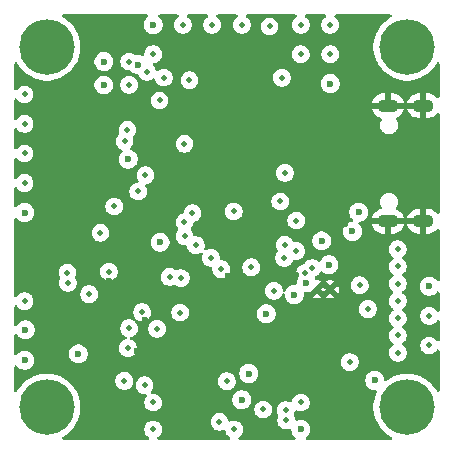
<source format=gbr>
%TF.GenerationSoftware,KiCad,Pcbnew,9.0.4*%
%TF.CreationDate,2025-11-28T22:46:11-05:00*%
%TF.ProjectId,STM32H743VIT6 FC,53544d33-3248-4373-9433-564954362046,rev?*%
%TF.SameCoordinates,Original*%
%TF.FileFunction,Copper,L3,Inr*%
%TF.FilePolarity,Positive*%
%FSLAX46Y46*%
G04 Gerber Fmt 4.6, Leading zero omitted, Abs format (unit mm)*
G04 Created by KiCad (PCBNEW 9.0.4) date 2025-11-28 22:46:11*
%MOMM*%
%LPD*%
G01*
G04 APERTURE LIST*
%TA.AperFunction,ComponentPad*%
%ADD10C,4.700000*%
%TD*%
%TA.AperFunction,HeatsinkPad*%
%ADD11C,0.500000*%
%TD*%
%TA.AperFunction,ComponentPad*%
%ADD12O,1.800000X1.100000*%
%TD*%
%TA.AperFunction,ViaPad*%
%ADD13C,0.600000*%
%TD*%
%TA.AperFunction,ViaPad*%
%ADD14C,0.500000*%
%TD*%
G04 APERTURE END LIST*
D10*
%TO.N,*%
%TO.C,H1*%
X150500000Y-105000000D03*
%TD*%
D11*
%TO.N,GND*%
%TO.C,U_3V1*%
X173374200Y-125525300D03*
X174474200Y-125525300D03*
%TD*%
D10*
%TO.N,*%
%TO.C,H3*%
X150500000Y-135500000D03*
%TD*%
D12*
%TO.N,GND*%
%TO.C,J1*%
X182372000Y-119753800D03*
X182372000Y-109963800D03*
X179372000Y-119753800D03*
X179372000Y-109963800D03*
%TD*%
D10*
%TO.N,*%
%TO.C,*%
X181000000Y-135500000D03*
%TD*%
%TO.N,*%
%TO.C,H2*%
X181000000Y-105000000D03*
%TD*%
%TO.N,*%
%TO.C,H4*%
X181000000Y-135500000D03*
%TD*%
D13*
%TO.N,GND*%
X150400000Y-113300000D03*
D14*
%TO.N,UART3_TX*%
X170599199Y-122867419D03*
X166369998Y-137380000D03*
%TO.N,UART5_RX*%
X165750000Y-133300000D03*
X159500000Y-137380000D03*
X169710000Y-125650000D03*
%TO.N,UART3_RX*%
X171589109Y-122270891D03*
X170730000Y-135750421D03*
X165119111Y-136740498D03*
%TO.N,GYRO_CLKIN*%
X161783500Y-127485000D03*
X166319200Y-118922800D03*
%TO.N,GYRO_INT1*%
X157059998Y-133282000D03*
X167800000Y-123661795D03*
%TO.N,GYRO_CS*%
X152286000Y-124970000D03*
X157460000Y-128810000D03*
%TO.N,GYRO_SCK*%
X155751000Y-124020000D03*
X157363687Y-130488928D03*
%TO.N,SPI2_NSS*%
X162830000Y-119065800D03*
X176150000Y-131680000D03*
X170636566Y-121750000D03*
X172385897Y-124145016D03*
%TO.N,Net-(USB_D1-K)*%
X180214200Y-123585200D03*
%TO.N,UART2_TX*%
X174500000Y-105620000D03*
%TO.N,UART2_RX*%
X158963053Y-107100000D03*
X160040000Y-109530000D03*
X172000000Y-105620000D03*
%TO.N,UART1_RX*%
X170653905Y-115663856D03*
X182880000Y-127770000D03*
%TO.N,UART1_TX*%
X182880000Y-130270000D03*
X170270359Y-118085701D03*
%TO.N,LED_STRIP*%
X148620000Y-126520000D03*
X152240000Y-124099999D03*
%TO.N,BEEPER*%
X162572506Y-107815583D03*
X148620000Y-109020000D03*
X160403990Y-107598252D03*
%TO.N,LED2*%
X171625000Y-119700000D03*
X177685288Y-127187946D03*
%TO.N,LED1*%
X177000000Y-125175000D03*
X172962748Y-123731076D03*
%TO.N,UART8_TX*%
X158779001Y-133636903D03*
X155040444Y-120729474D03*
%TO.N,UART8_RX*%
X156200000Y-118500000D03*
X159500000Y-135100000D03*
%TO.N,MOTOR2*%
X163121000Y-121793000D03*
X164500000Y-103124000D03*
%TO.N,MOTOR1*%
X162010002Y-103124000D03*
X161835000Y-124567497D03*
%TO.N,UART7_RX*%
X170400000Y-107602000D03*
X174500000Y-103124000D03*
X159840000Y-128860000D03*
%TO.N,ADC_CURR*%
X162153600Y-113202600D03*
X162153600Y-119837200D03*
X162164625Y-121016625D03*
X172000000Y-103124000D03*
%TO.N,MOTOR4*%
X165275625Y-123825625D03*
X169362000Y-103262000D03*
%TO.N,MOTOR3*%
X164388800Y-122859800D03*
X167000000Y-103124000D03*
%TO.N,I2C1_SCL*%
X168826260Y-135690000D03*
X158231394Y-117231394D03*
%TO.N,I2C1_SDA*%
X172009769Y-135100002D03*
X158851000Y-115850000D03*
X170768208Y-136621011D03*
%TO.N,CAM*%
X148620000Y-111520000D03*
X159500000Y-105620000D03*
%TO.N,UART4_TX*%
X148620000Y-114020000D03*
X157325000Y-112014746D03*
%TO.N,UART4_RX*%
X157081282Y-112977937D03*
X148620000Y-116520000D03*
%TO.N,ADC_VBAT*%
X154075306Y-125940225D03*
%TO.N,Net-(9V_D1-K)*%
X180214200Y-126505200D03*
D13*
%TO.N,9V_REG*%
X172000000Y-137380000D03*
D14*
%TO.N,Net-(5V_D1-K)*%
X180214200Y-125045200D03*
D13*
%TO.N,5V_REG*%
X148685000Y-128955000D03*
X160087500Y-121528600D03*
X148620000Y-119020000D03*
X173775000Y-121425000D03*
X158216600Y-106490000D03*
X157400000Y-114500000D03*
D14*
%TO.N,Net-(U1-SW)*%
X158563754Y-127461292D03*
X160887500Y-124475000D03*
D13*
%TO.N,BAT*%
X159500000Y-103124000D03*
D14*
%TO.N,Net-(3V3_D1-K)*%
X180214200Y-122125200D03*
D13*
%TO.N,3.3V*%
X171450000Y-125962500D03*
X176377207Y-120622793D03*
X153162501Y-130993927D03*
X174508800Y-108102400D03*
X169075000Y-127600000D03*
X148620000Y-131520000D03*
%TO.N,5V*%
X182880000Y-125270000D03*
X167000000Y-134876800D03*
X172450000Y-124960000D03*
X167600000Y-132650000D03*
X174381813Y-123435560D03*
D14*
%TO.N,Net-(MCU_D3-K)*%
X180214200Y-127965200D03*
%TO.N,Net-(MCU_D2-K)*%
X180214200Y-129425200D03*
%TO.N,Net-(MCU_D1-K)*%
X180214200Y-130885200D03*
D13*
%TO.N,GND*%
X160172400Y-130530600D03*
X170844150Y-120528900D03*
X150270000Y-129530000D03*
X162000000Y-105620000D03*
X176816000Y-134366000D03*
X161837755Y-131947902D03*
X155750000Y-124850000D03*
X162000000Y-137380000D03*
X172855800Y-130378200D03*
X164500000Y-134876800D03*
X175120000Y-109650000D03*
X174410000Y-130378200D03*
X177300000Y-121800000D03*
X162560000Y-123825000D03*
X171625000Y-113200000D03*
X164780000Y-132950000D03*
X176250000Y-126000000D03*
X158102500Y-130782660D03*
X154900000Y-116900000D03*
X173830000Y-110850000D03*
X171460000Y-130378200D03*
X175768000Y-120015000D03*
X152041230Y-126461400D03*
X176450506Y-127683808D03*
X151290000Y-131810000D03*
X172855800Y-131770000D03*
X152235000Y-121485000D03*
X169500000Y-137380000D03*
X159800000Y-133600000D03*
X152200000Y-110061130D03*
X153061862Y-129876573D03*
X152896372Y-128207929D03*
X165917300Y-129576601D03*
X161925600Y-128540000D03*
X178409600Y-132080000D03*
X169754169Y-105443991D03*
X158822688Y-128122395D03*
X160087500Y-120055400D03*
X157000000Y-103124000D03*
X176500000Y-110940000D03*
X168760000Y-108530000D03*
X170927107Y-114252107D03*
X166879200Y-121175000D03*
X149890000Y-118850000D03*
X163370666Y-132741860D03*
X171080000Y-118820000D03*
X153820000Y-108835000D03*
X172855800Y-129130000D03*
X171577000Y-124283300D03*
X169500000Y-133550000D03*
X148620000Y-124020000D03*
X148620000Y-121520000D03*
X172008800Y-108102400D03*
X182880000Y-122770000D03*
X162540000Y-108960000D03*
X165800000Y-124400000D03*
%TO.N,3.3V*%
X155330000Y-106240000D03*
X155330000Y-108220000D03*
D14*
%TO.N,BOOT0*%
X157480000Y-106240000D03*
X157480000Y-108200000D03*
D13*
%TO.N,GND*%
X174130000Y-115270000D03*
X156115001Y-109684149D03*
%TO.N,9V_REG*%
X178260000Y-133240000D03*
X176904571Y-118995429D03*
%TD*%
%TA.AperFunction,Conductor*%
%TO.N,GND*%
G36*
X159024688Y-102270185D02*
G01*
X159070443Y-102322989D01*
X159080387Y-102392147D01*
X159051362Y-102455703D01*
X159026540Y-102477602D01*
X158989711Y-102502210D01*
X158989707Y-102502213D01*
X158878213Y-102613707D01*
X158878210Y-102613711D01*
X158790609Y-102744814D01*
X158790602Y-102744827D01*
X158730264Y-102890498D01*
X158730261Y-102890510D01*
X158699500Y-103045153D01*
X158699500Y-103202846D01*
X158730261Y-103357489D01*
X158730264Y-103357501D01*
X158790602Y-103503172D01*
X158790609Y-103503185D01*
X158878210Y-103634288D01*
X158878213Y-103634292D01*
X158989707Y-103745786D01*
X158989711Y-103745789D01*
X159120814Y-103833390D01*
X159120827Y-103833397D01*
X159220060Y-103874500D01*
X159266503Y-103893737D01*
X159421153Y-103924499D01*
X159421156Y-103924500D01*
X159421158Y-103924500D01*
X159578844Y-103924500D01*
X159578845Y-103924499D01*
X159733497Y-103893737D01*
X159879179Y-103833394D01*
X160010289Y-103745789D01*
X160121789Y-103634289D01*
X160209394Y-103503179D01*
X160269737Y-103357497D01*
X160300500Y-103202842D01*
X160300500Y-103045158D01*
X160300500Y-103045155D01*
X160300499Y-103045153D01*
X160272920Y-102906505D01*
X160269737Y-102890503D01*
X160225450Y-102783584D01*
X160209397Y-102744827D01*
X160209390Y-102744814D01*
X160121789Y-102613711D01*
X160121786Y-102613707D01*
X160010292Y-102502213D01*
X160010288Y-102502210D01*
X159973460Y-102477602D01*
X159928655Y-102423989D01*
X159919948Y-102354664D01*
X159950103Y-102291637D01*
X160009546Y-102254918D01*
X160042351Y-102250500D01*
X161557649Y-102250500D01*
X161624688Y-102270185D01*
X161670443Y-102322989D01*
X161680387Y-102392147D01*
X161651362Y-102455703D01*
X161626540Y-102477602D01*
X161531586Y-102541048D01*
X161531582Y-102541051D01*
X161427053Y-102645580D01*
X161427050Y-102645584D01*
X161344921Y-102768498D01*
X161344914Y-102768511D01*
X161288345Y-102905082D01*
X161288342Y-102905092D01*
X161259502Y-103050079D01*
X161259502Y-103050082D01*
X161259502Y-103197918D01*
X161259502Y-103197920D01*
X161259501Y-103197920D01*
X161288342Y-103342907D01*
X161288345Y-103342917D01*
X161344914Y-103479488D01*
X161344921Y-103479501D01*
X161427050Y-103602415D01*
X161427053Y-103602419D01*
X161531582Y-103706948D01*
X161531586Y-103706951D01*
X161654500Y-103789080D01*
X161654513Y-103789087D01*
X161761471Y-103833390D01*
X161791089Y-103845658D01*
X161791093Y-103845658D01*
X161791094Y-103845659D01*
X161936081Y-103874500D01*
X161936084Y-103874500D01*
X162083922Y-103874500D01*
X162181464Y-103855096D01*
X162228915Y-103845658D01*
X162365497Y-103789084D01*
X162488418Y-103706951D01*
X162592953Y-103602416D01*
X162675086Y-103479495D01*
X162731660Y-103342913D01*
X162759522Y-103202846D01*
X162760502Y-103197920D01*
X162760502Y-103050079D01*
X162731661Y-102905092D01*
X162731660Y-102905091D01*
X162731660Y-102905087D01*
X162717623Y-102871198D01*
X162675089Y-102768511D01*
X162675082Y-102768498D01*
X162592953Y-102645584D01*
X162592950Y-102645580D01*
X162488421Y-102541051D01*
X162488417Y-102541048D01*
X162393464Y-102477602D01*
X162348659Y-102423990D01*
X162339952Y-102354665D01*
X162370107Y-102291637D01*
X162429550Y-102254918D01*
X162462355Y-102250500D01*
X164047647Y-102250500D01*
X164114686Y-102270185D01*
X164160441Y-102322989D01*
X164170385Y-102392147D01*
X164141360Y-102455703D01*
X164116538Y-102477602D01*
X164021584Y-102541048D01*
X164021580Y-102541051D01*
X163917051Y-102645580D01*
X163917048Y-102645584D01*
X163834919Y-102768498D01*
X163834912Y-102768511D01*
X163778343Y-102905082D01*
X163778340Y-102905092D01*
X163749500Y-103050079D01*
X163749500Y-103050082D01*
X163749500Y-103197918D01*
X163749500Y-103197920D01*
X163749499Y-103197920D01*
X163778340Y-103342907D01*
X163778343Y-103342917D01*
X163834912Y-103479488D01*
X163834919Y-103479501D01*
X163917048Y-103602415D01*
X163917051Y-103602419D01*
X164021580Y-103706948D01*
X164021584Y-103706951D01*
X164144498Y-103789080D01*
X164144511Y-103789087D01*
X164251469Y-103833390D01*
X164281087Y-103845658D01*
X164281091Y-103845658D01*
X164281092Y-103845659D01*
X164426079Y-103874500D01*
X164426082Y-103874500D01*
X164573920Y-103874500D01*
X164671462Y-103855096D01*
X164718913Y-103845658D01*
X164855495Y-103789084D01*
X164978416Y-103706951D01*
X165082951Y-103602416D01*
X165165084Y-103479495D01*
X165221658Y-103342913D01*
X165249520Y-103202846D01*
X165250500Y-103197920D01*
X165250500Y-103050079D01*
X165221659Y-102905092D01*
X165221658Y-102905091D01*
X165221658Y-102905087D01*
X165207621Y-102871198D01*
X165165087Y-102768511D01*
X165165080Y-102768498D01*
X165082951Y-102645584D01*
X165082948Y-102645580D01*
X164978419Y-102541051D01*
X164978415Y-102541048D01*
X164883462Y-102477602D01*
X164838657Y-102423990D01*
X164829950Y-102354665D01*
X164860105Y-102291637D01*
X164919548Y-102254918D01*
X164952353Y-102250500D01*
X166547647Y-102250500D01*
X166614686Y-102270185D01*
X166660441Y-102322989D01*
X166670385Y-102392147D01*
X166641360Y-102455703D01*
X166616538Y-102477602D01*
X166521584Y-102541048D01*
X166521580Y-102541051D01*
X166417051Y-102645580D01*
X166417048Y-102645584D01*
X166334919Y-102768498D01*
X166334912Y-102768511D01*
X166278343Y-102905082D01*
X166278340Y-102905092D01*
X166249500Y-103050079D01*
X166249500Y-103050082D01*
X166249500Y-103197918D01*
X166249500Y-103197920D01*
X166249499Y-103197920D01*
X166278340Y-103342907D01*
X166278343Y-103342917D01*
X166334912Y-103479488D01*
X166334919Y-103479501D01*
X166417048Y-103602415D01*
X166417051Y-103602419D01*
X166521580Y-103706948D01*
X166521584Y-103706951D01*
X166644498Y-103789080D01*
X166644511Y-103789087D01*
X166751469Y-103833390D01*
X166781087Y-103845658D01*
X166781091Y-103845658D01*
X166781092Y-103845659D01*
X166926079Y-103874500D01*
X166926082Y-103874500D01*
X167073920Y-103874500D01*
X167171462Y-103855096D01*
X167218913Y-103845658D01*
X167355495Y-103789084D01*
X167478416Y-103706951D01*
X167582951Y-103602416D01*
X167665084Y-103479495D01*
X167721658Y-103342913D01*
X167723049Y-103335920D01*
X168611499Y-103335920D01*
X168640340Y-103480907D01*
X168640343Y-103480917D01*
X168696912Y-103617488D01*
X168696919Y-103617501D01*
X168779048Y-103740415D01*
X168779051Y-103740419D01*
X168883580Y-103844948D01*
X168883584Y-103844951D01*
X169006498Y-103927080D01*
X169006511Y-103927087D01*
X169143082Y-103983656D01*
X169143087Y-103983658D01*
X169143091Y-103983658D01*
X169143092Y-103983659D01*
X169288079Y-104012500D01*
X169288082Y-104012500D01*
X169435920Y-104012500D01*
X169533462Y-103993096D01*
X169580913Y-103983658D01*
X169717495Y-103927084D01*
X169840416Y-103844951D01*
X169944951Y-103740416D01*
X170027084Y-103617495D01*
X170083658Y-103480913D01*
X170112500Y-103335918D01*
X170112500Y-103188082D01*
X170112500Y-103188079D01*
X170083659Y-103043092D01*
X170083658Y-103043091D01*
X170083658Y-103043087D01*
X170083656Y-103043082D01*
X170027087Y-102906511D01*
X170027080Y-102906498D01*
X169944951Y-102783584D01*
X169944948Y-102783580D01*
X169840419Y-102679051D01*
X169840415Y-102679048D01*
X169717501Y-102596919D01*
X169717488Y-102596912D01*
X169580917Y-102540343D01*
X169580907Y-102540340D01*
X169435920Y-102511500D01*
X169435918Y-102511500D01*
X169288082Y-102511500D01*
X169288080Y-102511500D01*
X169143092Y-102540340D01*
X169143082Y-102540343D01*
X169006511Y-102596912D01*
X169006498Y-102596919D01*
X168883584Y-102679048D01*
X168883580Y-102679051D01*
X168779051Y-102783580D01*
X168779048Y-102783584D01*
X168696919Y-102906498D01*
X168696912Y-102906511D01*
X168640343Y-103043082D01*
X168640340Y-103043092D01*
X168611500Y-103188079D01*
X168611500Y-103188082D01*
X168611500Y-103335918D01*
X168611500Y-103335920D01*
X168611499Y-103335920D01*
X167723049Y-103335920D01*
X167749520Y-103202846D01*
X167750500Y-103197920D01*
X167750500Y-103050079D01*
X167721659Y-102905092D01*
X167721658Y-102905091D01*
X167721658Y-102905087D01*
X167707621Y-102871198D01*
X167665087Y-102768511D01*
X167665080Y-102768498D01*
X167582951Y-102645584D01*
X167582948Y-102645580D01*
X167478419Y-102541051D01*
X167478415Y-102541048D01*
X167383462Y-102477602D01*
X167338657Y-102423990D01*
X167329950Y-102354665D01*
X167360105Y-102291637D01*
X167419548Y-102254918D01*
X167452353Y-102250500D01*
X171547647Y-102250500D01*
X171614686Y-102270185D01*
X171660441Y-102322989D01*
X171670385Y-102392147D01*
X171641360Y-102455703D01*
X171616538Y-102477602D01*
X171521584Y-102541048D01*
X171521580Y-102541051D01*
X171417051Y-102645580D01*
X171417048Y-102645584D01*
X171334919Y-102768498D01*
X171334912Y-102768511D01*
X171278343Y-102905082D01*
X171278340Y-102905092D01*
X171249500Y-103050079D01*
X171249500Y-103050082D01*
X171249500Y-103197918D01*
X171249500Y-103197920D01*
X171249499Y-103197920D01*
X171278340Y-103342907D01*
X171278343Y-103342917D01*
X171334912Y-103479488D01*
X171334919Y-103479501D01*
X171417048Y-103602415D01*
X171417051Y-103602419D01*
X171521580Y-103706948D01*
X171521584Y-103706951D01*
X171644498Y-103789080D01*
X171644511Y-103789087D01*
X171751469Y-103833390D01*
X171781087Y-103845658D01*
X171781091Y-103845658D01*
X171781092Y-103845659D01*
X171926079Y-103874500D01*
X171926082Y-103874500D01*
X172073920Y-103874500D01*
X172171462Y-103855096D01*
X172218913Y-103845658D01*
X172355495Y-103789084D01*
X172478416Y-103706951D01*
X172582951Y-103602416D01*
X172665084Y-103479495D01*
X172721658Y-103342913D01*
X172749520Y-103202846D01*
X172750500Y-103197920D01*
X172750500Y-103050079D01*
X172721659Y-102905092D01*
X172721658Y-102905091D01*
X172721658Y-102905087D01*
X172707621Y-102871198D01*
X172665087Y-102768511D01*
X172665080Y-102768498D01*
X172582951Y-102645584D01*
X172582948Y-102645580D01*
X172478419Y-102541051D01*
X172478415Y-102541048D01*
X172383462Y-102477602D01*
X172338657Y-102423990D01*
X172329950Y-102354665D01*
X172360105Y-102291637D01*
X172419548Y-102254918D01*
X172452353Y-102250500D01*
X174047647Y-102250500D01*
X174114686Y-102270185D01*
X174160441Y-102322989D01*
X174170385Y-102392147D01*
X174141360Y-102455703D01*
X174116538Y-102477602D01*
X174021584Y-102541048D01*
X174021580Y-102541051D01*
X173917051Y-102645580D01*
X173917048Y-102645584D01*
X173834919Y-102768498D01*
X173834912Y-102768511D01*
X173778343Y-102905082D01*
X173778340Y-102905092D01*
X173749500Y-103050079D01*
X173749500Y-103050082D01*
X173749500Y-103197918D01*
X173749500Y-103197920D01*
X173749499Y-103197920D01*
X173778340Y-103342907D01*
X173778343Y-103342917D01*
X173834912Y-103479488D01*
X173834919Y-103479501D01*
X173917048Y-103602415D01*
X173917051Y-103602419D01*
X174021580Y-103706948D01*
X174021584Y-103706951D01*
X174144498Y-103789080D01*
X174144511Y-103789087D01*
X174251469Y-103833390D01*
X174281087Y-103845658D01*
X174281091Y-103845658D01*
X174281092Y-103845659D01*
X174426079Y-103874500D01*
X174426082Y-103874500D01*
X174573920Y-103874500D01*
X174671462Y-103855096D01*
X174718913Y-103845658D01*
X174855495Y-103789084D01*
X174978416Y-103706951D01*
X175082951Y-103602416D01*
X175165084Y-103479495D01*
X175221658Y-103342913D01*
X175249520Y-103202846D01*
X175250500Y-103197920D01*
X175250500Y-103050079D01*
X175221659Y-102905092D01*
X175221658Y-102905091D01*
X175221658Y-102905087D01*
X175207621Y-102871198D01*
X175165087Y-102768511D01*
X175165080Y-102768498D01*
X175082951Y-102645584D01*
X175082948Y-102645580D01*
X174978419Y-102541051D01*
X174978415Y-102541048D01*
X174883462Y-102477602D01*
X174838657Y-102423990D01*
X174829950Y-102354665D01*
X174860105Y-102291637D01*
X174919548Y-102254918D01*
X174952353Y-102250500D01*
X179596384Y-102250500D01*
X179663423Y-102270185D01*
X179709178Y-102322989D01*
X179719122Y-102392147D01*
X179690097Y-102455703D01*
X179650186Y-102486220D01*
X179618989Y-102501243D01*
X179347900Y-102671580D01*
X179097587Y-102871197D01*
X178871197Y-103097587D01*
X178671580Y-103347900D01*
X178501243Y-103618989D01*
X178362332Y-103907440D01*
X178256590Y-104209635D01*
X178256589Y-104209637D01*
X178185347Y-104521771D01*
X178185345Y-104521783D01*
X178149500Y-104839914D01*
X178149500Y-105160085D01*
X178185345Y-105478216D01*
X178185346Y-105478225D01*
X178185347Y-105478229D01*
X178200833Y-105546079D01*
X178256589Y-105790362D01*
X178256590Y-105790364D01*
X178362332Y-106092559D01*
X178501243Y-106381010D01*
X178544475Y-106449813D01*
X178671581Y-106652101D01*
X178871198Y-106902413D01*
X179097587Y-107128802D01*
X179347899Y-107328419D01*
X179618987Y-107498755D01*
X179907442Y-107637668D01*
X180209637Y-107743410D01*
X180521771Y-107814653D01*
X180839915Y-107850499D01*
X180839916Y-107850500D01*
X180839919Y-107850500D01*
X181160084Y-107850500D01*
X181160084Y-107850499D01*
X181478229Y-107814653D01*
X181790363Y-107743410D01*
X182092558Y-107637668D01*
X182381013Y-107498755D01*
X182652101Y-107328419D01*
X182902413Y-107128802D01*
X183128802Y-106902413D01*
X183328419Y-106652101D01*
X183498755Y-106381013D01*
X183513780Y-106349812D01*
X183560601Y-106297954D01*
X183628028Y-106279641D01*
X183694652Y-106300688D01*
X183739321Y-106354414D01*
X183749500Y-106403615D01*
X183749500Y-109207012D01*
X183729815Y-109274051D01*
X183677011Y-109319806D01*
X183607853Y-109329750D01*
X183544297Y-109300725D01*
X183537819Y-109294693D01*
X183391339Y-109148213D01*
X183391335Y-109148210D01*
X183219368Y-109033305D01*
X183219358Y-109033300D01*
X183028274Y-108954150D01*
X183028266Y-108954148D01*
X182825420Y-108913800D01*
X182622000Y-108913800D01*
X182622000Y-109713800D01*
X182122000Y-109713800D01*
X182122000Y-108913800D01*
X181918579Y-108913800D01*
X181715733Y-108954148D01*
X181715725Y-108954150D01*
X181524641Y-109033300D01*
X181524631Y-109033305D01*
X181352664Y-109148210D01*
X181352660Y-109148213D01*
X181206413Y-109294460D01*
X181206410Y-109294464D01*
X181091505Y-109466431D01*
X181091500Y-109466441D01*
X181012351Y-109657523D01*
X181012348Y-109657533D01*
X181001156Y-109713798D01*
X181001158Y-109713800D01*
X181972272Y-109713800D01*
X181880386Y-109751860D01*
X181810060Y-109822186D01*
X181772000Y-109914072D01*
X181772000Y-110013528D01*
X181810060Y-110105414D01*
X181880386Y-110175740D01*
X181972272Y-110213800D01*
X181001157Y-110213800D01*
X181012350Y-110270074D01*
X181012351Y-110270076D01*
X181091500Y-110461158D01*
X181091505Y-110461168D01*
X181206410Y-110633135D01*
X181206413Y-110633139D01*
X181352660Y-110779386D01*
X181352664Y-110779389D01*
X181524631Y-110894294D01*
X181524641Y-110894299D01*
X181715725Y-110973449D01*
X181715733Y-110973451D01*
X181918579Y-111013799D01*
X181918583Y-111013800D01*
X182122000Y-111013800D01*
X182122000Y-110213800D01*
X182622000Y-110213800D01*
X182622000Y-111013800D01*
X182825417Y-111013800D01*
X182825420Y-111013799D01*
X183028266Y-110973451D01*
X183028274Y-110973449D01*
X183219358Y-110894299D01*
X183219368Y-110894294D01*
X183391335Y-110779389D01*
X183391339Y-110779386D01*
X183537819Y-110632907D01*
X183599142Y-110599422D01*
X183668834Y-110604406D01*
X183724767Y-110646278D01*
X183749184Y-110711742D01*
X183749500Y-110720588D01*
X183749500Y-118997012D01*
X183729815Y-119064051D01*
X183677011Y-119109806D01*
X183607853Y-119119750D01*
X183544297Y-119090725D01*
X183537819Y-119084693D01*
X183391339Y-118938213D01*
X183391335Y-118938210D01*
X183219368Y-118823305D01*
X183219358Y-118823300D01*
X183028274Y-118744150D01*
X183028266Y-118744148D01*
X182825420Y-118703800D01*
X182622000Y-118703800D01*
X182622000Y-119503800D01*
X182122000Y-119503800D01*
X182122000Y-118703800D01*
X181918579Y-118703800D01*
X181715733Y-118744148D01*
X181715725Y-118744150D01*
X181524641Y-118823300D01*
X181524631Y-118823305D01*
X181352664Y-118938210D01*
X181352660Y-118938213D01*
X181206413Y-119084460D01*
X181206410Y-119084464D01*
X181091505Y-119256431D01*
X181091500Y-119256441D01*
X181012351Y-119447523D01*
X181012348Y-119447533D01*
X181001156Y-119503798D01*
X181001158Y-119503800D01*
X181972272Y-119503800D01*
X181880386Y-119541860D01*
X181810060Y-119612186D01*
X181772000Y-119704072D01*
X181772000Y-119803528D01*
X181810060Y-119895414D01*
X181880386Y-119965740D01*
X181972272Y-120003800D01*
X181001157Y-120003800D01*
X181012350Y-120060074D01*
X181012351Y-120060076D01*
X181091500Y-120251158D01*
X181091505Y-120251168D01*
X181206410Y-120423135D01*
X181206413Y-120423139D01*
X181352660Y-120569386D01*
X181352664Y-120569389D01*
X181524631Y-120684294D01*
X181524641Y-120684299D01*
X181715725Y-120763449D01*
X181715733Y-120763451D01*
X181918579Y-120803799D01*
X181918583Y-120803800D01*
X182122000Y-120803800D01*
X182122000Y-120003800D01*
X182622000Y-120003800D01*
X182622000Y-120803800D01*
X182825417Y-120803800D01*
X182825420Y-120803799D01*
X183028266Y-120763451D01*
X183028274Y-120763449D01*
X183219358Y-120684299D01*
X183219368Y-120684294D01*
X183391335Y-120569389D01*
X183391339Y-120569386D01*
X183537819Y-120422907D01*
X183599142Y-120389422D01*
X183668834Y-120394406D01*
X183724767Y-120436278D01*
X183749184Y-120501742D01*
X183749500Y-120510588D01*
X183749500Y-124721662D01*
X183729815Y-124788701D01*
X183677011Y-124834456D01*
X183607853Y-124844400D01*
X183544297Y-124815375D01*
X183522399Y-124790554D01*
X183501791Y-124759713D01*
X183501786Y-124759707D01*
X183390292Y-124648213D01*
X183390288Y-124648210D01*
X183259185Y-124560609D01*
X183259172Y-124560602D01*
X183113501Y-124500264D01*
X183113489Y-124500261D01*
X182958845Y-124469500D01*
X182958842Y-124469500D01*
X182801158Y-124469500D01*
X182801155Y-124469500D01*
X182646510Y-124500261D01*
X182646498Y-124500264D01*
X182500827Y-124560602D01*
X182500814Y-124560609D01*
X182369711Y-124648210D01*
X182369707Y-124648213D01*
X182258213Y-124759707D01*
X182258210Y-124759711D01*
X182170609Y-124890814D01*
X182170602Y-124890827D01*
X182110264Y-125036498D01*
X182110261Y-125036510D01*
X182079500Y-125191153D01*
X182079500Y-125348846D01*
X182110261Y-125503489D01*
X182110264Y-125503501D01*
X182170602Y-125649172D01*
X182170609Y-125649185D01*
X182258210Y-125780288D01*
X182258213Y-125780292D01*
X182369707Y-125891786D01*
X182369711Y-125891789D01*
X182500814Y-125979390D01*
X182500827Y-125979397D01*
X182615231Y-126026784D01*
X182646503Y-126039737D01*
X182756722Y-126061661D01*
X182801153Y-126070499D01*
X182801156Y-126070500D01*
X182801158Y-126070500D01*
X182958844Y-126070500D01*
X182958845Y-126070499D01*
X183113497Y-126039737D01*
X183259179Y-125979394D01*
X183390289Y-125891789D01*
X183501789Y-125780289D01*
X183518443Y-125755365D01*
X183522398Y-125749446D01*
X183576010Y-125704641D01*
X183645335Y-125695934D01*
X183708363Y-125726088D01*
X183745082Y-125785531D01*
X183749500Y-125818337D01*
X183749500Y-127311661D01*
X183729815Y-127378700D01*
X183677011Y-127424455D01*
X183607853Y-127434399D01*
X183544297Y-127405374D01*
X183522398Y-127380552D01*
X183462951Y-127291584D01*
X183462948Y-127291580D01*
X183358419Y-127187051D01*
X183358415Y-127187048D01*
X183235501Y-127104919D01*
X183235488Y-127104912D01*
X183098917Y-127048343D01*
X183098907Y-127048340D01*
X182953920Y-127019500D01*
X182953918Y-127019500D01*
X182806082Y-127019500D01*
X182806080Y-127019500D01*
X182661092Y-127048340D01*
X182661082Y-127048343D01*
X182524511Y-127104912D01*
X182524498Y-127104919D01*
X182401584Y-127187048D01*
X182401580Y-127187051D01*
X182297051Y-127291580D01*
X182297048Y-127291584D01*
X182214919Y-127414498D01*
X182214912Y-127414511D01*
X182158343Y-127551082D01*
X182158340Y-127551092D01*
X182129500Y-127696079D01*
X182129500Y-127696082D01*
X182129500Y-127843918D01*
X182129500Y-127843920D01*
X182129499Y-127843920D01*
X182158340Y-127988907D01*
X182158343Y-127988917D01*
X182214912Y-128125488D01*
X182214919Y-128125501D01*
X182297048Y-128248415D01*
X182297051Y-128248419D01*
X182401580Y-128352948D01*
X182401584Y-128352951D01*
X182524498Y-128435080D01*
X182524511Y-128435087D01*
X182661082Y-128491656D01*
X182661087Y-128491658D01*
X182661091Y-128491658D01*
X182661092Y-128491659D01*
X182806079Y-128520500D01*
X182806082Y-128520500D01*
X182953920Y-128520500D01*
X183051462Y-128501096D01*
X183098913Y-128491658D01*
X183235495Y-128435084D01*
X183358416Y-128352951D01*
X183462951Y-128248416D01*
X183498287Y-128195532D01*
X183522398Y-128159448D01*
X183576010Y-128114642D01*
X183645335Y-128105935D01*
X183708362Y-128136089D01*
X183745082Y-128195532D01*
X183749500Y-128228338D01*
X183749500Y-129811661D01*
X183729815Y-129878700D01*
X183677011Y-129924455D01*
X183607853Y-129934399D01*
X183544297Y-129905374D01*
X183522398Y-129880552D01*
X183462951Y-129791584D01*
X183462948Y-129791580D01*
X183358419Y-129687051D01*
X183358415Y-129687048D01*
X183235501Y-129604919D01*
X183235488Y-129604912D01*
X183098917Y-129548343D01*
X183098907Y-129548340D01*
X182953920Y-129519500D01*
X182953918Y-129519500D01*
X182806082Y-129519500D01*
X182806080Y-129519500D01*
X182661092Y-129548340D01*
X182661082Y-129548343D01*
X182524511Y-129604912D01*
X182524498Y-129604919D01*
X182401584Y-129687048D01*
X182401580Y-129687051D01*
X182297051Y-129791580D01*
X182297048Y-129791584D01*
X182214919Y-129914498D01*
X182214912Y-129914511D01*
X182158343Y-130051082D01*
X182158340Y-130051092D01*
X182129500Y-130196079D01*
X182129500Y-130196082D01*
X182129500Y-130343918D01*
X182129500Y-130343920D01*
X182129499Y-130343920D01*
X182158340Y-130488907D01*
X182158343Y-130488917D01*
X182214912Y-130625488D01*
X182214919Y-130625501D01*
X182297048Y-130748415D01*
X182297051Y-130748419D01*
X182401580Y-130852948D01*
X182401584Y-130852951D01*
X182524498Y-130935080D01*
X182524511Y-130935087D01*
X182612812Y-130971662D01*
X182661087Y-130991658D01*
X182661091Y-130991658D01*
X182661092Y-130991659D01*
X182806079Y-131020500D01*
X182806082Y-131020500D01*
X182953920Y-131020500D01*
X183051462Y-131001096D01*
X183098913Y-130991658D01*
X183235495Y-130935084D01*
X183358416Y-130852951D01*
X183462951Y-130748416D01*
X183498287Y-130695532D01*
X183522398Y-130659448D01*
X183576010Y-130614642D01*
X183645335Y-130605935D01*
X183708362Y-130636089D01*
X183745082Y-130695532D01*
X183749500Y-130728338D01*
X183749500Y-134096384D01*
X183729815Y-134163423D01*
X183677011Y-134209178D01*
X183607853Y-134219122D01*
X183544297Y-134190097D01*
X183513780Y-134150186D01*
X183498756Y-134118989D01*
X183496450Y-134115319D01*
X183328419Y-133847899D01*
X183128802Y-133597587D01*
X182902413Y-133371198D01*
X182883252Y-133355918D01*
X182789820Y-133281408D01*
X182652101Y-133171581D01*
X182381013Y-133001245D01*
X182381010Y-133001243D01*
X182092559Y-132862332D01*
X181790364Y-132756590D01*
X181790362Y-132756589D01*
X181538261Y-132699049D01*
X181478229Y-132685347D01*
X181478225Y-132685346D01*
X181478216Y-132685345D01*
X181160085Y-132649500D01*
X181160081Y-132649500D01*
X180839919Y-132649500D01*
X180839914Y-132649500D01*
X180521783Y-132685345D01*
X180521771Y-132685347D01*
X180209637Y-132756589D01*
X180209635Y-132756590D01*
X179907440Y-132862332D01*
X179618989Y-133001243D01*
X179347896Y-133171582D01*
X179347894Y-133171583D01*
X179260736Y-133241090D01*
X179196050Y-133267499D01*
X179127354Y-133254742D01*
X179076461Y-133206871D01*
X179063436Y-133166784D01*
X179061689Y-133167132D01*
X179034249Y-133029185D01*
X179029737Y-133006503D01*
X179015369Y-132971815D01*
X178969397Y-132860827D01*
X178969390Y-132860814D01*
X178881789Y-132729711D01*
X178881786Y-132729707D01*
X178770292Y-132618213D01*
X178770288Y-132618210D01*
X178639185Y-132530609D01*
X178639172Y-132530602D01*
X178493501Y-132470264D01*
X178493489Y-132470261D01*
X178338845Y-132439500D01*
X178338842Y-132439500D01*
X178181158Y-132439500D01*
X178181155Y-132439500D01*
X178026510Y-132470261D01*
X178026498Y-132470264D01*
X177880827Y-132530602D01*
X177880814Y-132530609D01*
X177749711Y-132618210D01*
X177749707Y-132618213D01*
X177638213Y-132729707D01*
X177638210Y-132729711D01*
X177550609Y-132860814D01*
X177550602Y-132860827D01*
X177490264Y-133006498D01*
X177490261Y-133006510D01*
X177459500Y-133161153D01*
X177459500Y-133318846D01*
X177490261Y-133473489D01*
X177490264Y-133473501D01*
X177550602Y-133619172D01*
X177550609Y-133619185D01*
X177638210Y-133750288D01*
X177638213Y-133750292D01*
X177749707Y-133861786D01*
X177749711Y-133861789D01*
X177880814Y-133949390D01*
X177880827Y-133949397D01*
X177984657Y-133992404D01*
X178026503Y-134009737D01*
X178140940Y-134032500D01*
X178181153Y-134040499D01*
X178181156Y-134040500D01*
X178341697Y-134040500D01*
X178408736Y-134060185D01*
X178454491Y-134112989D01*
X178464435Y-134182147D01*
X178453417Y-134218302D01*
X178362332Y-134407440D01*
X178256590Y-134709635D01*
X178256589Y-134709637D01*
X178185347Y-135021771D01*
X178185345Y-135021783D01*
X178149500Y-135339914D01*
X178149500Y-135660085D01*
X178185345Y-135978216D01*
X178185346Y-135978225D01*
X178185347Y-135978229D01*
X178201607Y-136049471D01*
X178256589Y-136290362D01*
X178256590Y-136290364D01*
X178362332Y-136592559D01*
X178501243Y-136881010D01*
X178501245Y-136881013D01*
X178671581Y-137152101D01*
X178871198Y-137402413D01*
X179097587Y-137628802D01*
X179347899Y-137828419D01*
X179618987Y-137998755D01*
X179618989Y-137998756D01*
X179650186Y-138013780D01*
X179702045Y-138060603D01*
X179720358Y-138128030D01*
X179699310Y-138194654D01*
X179645584Y-138239322D01*
X179596384Y-138249500D01*
X172548337Y-138249500D01*
X172481298Y-138229815D01*
X172435543Y-138177011D01*
X172425599Y-138107853D01*
X172454624Y-138044297D01*
X172479446Y-138022398D01*
X172492343Y-138013780D01*
X172510289Y-138001789D01*
X172621789Y-137890289D01*
X172709394Y-137759179D01*
X172769737Y-137613497D01*
X172800500Y-137458842D01*
X172800500Y-137301158D01*
X172800500Y-137301155D01*
X172800499Y-137301153D01*
X172784141Y-137218917D01*
X172769737Y-137146503D01*
X172769735Y-137146498D01*
X172709397Y-137000827D01*
X172709390Y-137000814D01*
X172621789Y-136869711D01*
X172621786Y-136869707D01*
X172510292Y-136758213D01*
X172510288Y-136758210D01*
X172379185Y-136670609D01*
X172379172Y-136670602D01*
X172233501Y-136610264D01*
X172233489Y-136610261D01*
X172078845Y-136579500D01*
X172078842Y-136579500D01*
X171921158Y-136579500D01*
X171921155Y-136579500D01*
X171766510Y-136610261D01*
X171766503Y-136610263D01*
X171688770Y-136642460D01*
X171619301Y-136649927D01*
X171556822Y-136618652D01*
X171521170Y-136558562D01*
X171519702Y-136552090D01*
X171489867Y-136402103D01*
X171489866Y-136402102D01*
X171489866Y-136402098D01*
X171482782Y-136384996D01*
X171433293Y-136265518D01*
X171433292Y-136265516D01*
X171405717Y-136224247D01*
X171384840Y-136157572D01*
X171394259Y-136107905D01*
X171395081Y-136105920D01*
X171395084Y-136105916D01*
X171451658Y-135969334D01*
X171475236Y-135850804D01*
X171507621Y-135788893D01*
X171568337Y-135754319D01*
X171638106Y-135758059D01*
X171650621Y-135763573D01*
X171654274Y-135765086D01*
X171790856Y-135821660D01*
X171790860Y-135821660D01*
X171790861Y-135821661D01*
X171935848Y-135850502D01*
X171935851Y-135850502D01*
X172083689Y-135850502D01*
X172181231Y-135831098D01*
X172228682Y-135821660D01*
X172365264Y-135765086D01*
X172488185Y-135682953D01*
X172592720Y-135578418D01*
X172674853Y-135455497D01*
X172731427Y-135318915D01*
X172743946Y-135255979D01*
X172760269Y-135173922D01*
X172760269Y-135026081D01*
X172731428Y-134881094D01*
X172731427Y-134881093D01*
X172731427Y-134881089D01*
X172731424Y-134881082D01*
X172674856Y-134744513D01*
X172674849Y-134744500D01*
X172592720Y-134621586D01*
X172592717Y-134621582D01*
X172488188Y-134517053D01*
X172488184Y-134517050D01*
X172365270Y-134434921D01*
X172365257Y-134434914D01*
X172228686Y-134378345D01*
X172228676Y-134378342D01*
X172083689Y-134349502D01*
X172083687Y-134349502D01*
X171935851Y-134349502D01*
X171935849Y-134349502D01*
X171790861Y-134378342D01*
X171790851Y-134378345D01*
X171654280Y-134434914D01*
X171654267Y-134434921D01*
X171531353Y-134517050D01*
X171531349Y-134517053D01*
X171426820Y-134621582D01*
X171426817Y-134621586D01*
X171344688Y-134744500D01*
X171344681Y-134744513D01*
X171288112Y-134881084D01*
X171288109Y-134881093D01*
X171264532Y-134999619D01*
X171232146Y-135061529D01*
X171171430Y-135096103D01*
X171101660Y-135092362D01*
X171089153Y-135086851D01*
X170948917Y-135028764D01*
X170948907Y-135028761D01*
X170803920Y-134999921D01*
X170803918Y-134999921D01*
X170656082Y-134999921D01*
X170656080Y-134999921D01*
X170511092Y-135028761D01*
X170511082Y-135028764D01*
X170374511Y-135085333D01*
X170374498Y-135085340D01*
X170251584Y-135167469D01*
X170251580Y-135167472D01*
X170147051Y-135272001D01*
X170147048Y-135272005D01*
X170064919Y-135394919D01*
X170064912Y-135394932D01*
X170008343Y-135531503D01*
X170008340Y-135531513D01*
X169979500Y-135676500D01*
X169979500Y-135676503D01*
X169979500Y-135824339D01*
X169979500Y-135824341D01*
X169979499Y-135824341D01*
X170008340Y-135969328D01*
X170008343Y-135969338D01*
X170064914Y-136105913D01*
X170092489Y-136147182D01*
X170113367Y-136213860D01*
X170103948Y-136263525D01*
X170046551Y-136402093D01*
X170046548Y-136402103D01*
X170017708Y-136547090D01*
X170017708Y-136547093D01*
X170017708Y-136694929D01*
X170017708Y-136694931D01*
X170017707Y-136694931D01*
X170046548Y-136839918D01*
X170046551Y-136839928D01*
X170103120Y-136976499D01*
X170103127Y-136976512D01*
X170185256Y-137099426D01*
X170185259Y-137099430D01*
X170289788Y-137203959D01*
X170289792Y-137203962D01*
X170412706Y-137286091D01*
X170412719Y-137286098D01*
X170508369Y-137325717D01*
X170549295Y-137342669D01*
X170549299Y-137342669D01*
X170549300Y-137342670D01*
X170694287Y-137371511D01*
X170694290Y-137371511D01*
X170842128Y-137371511D01*
X170939670Y-137352107D01*
X170987121Y-137342669D01*
X171028047Y-137325716D01*
X171097515Y-137318247D01*
X171159995Y-137349521D01*
X171195648Y-137409609D01*
X171199500Y-137440277D01*
X171199500Y-137458846D01*
X171230261Y-137613489D01*
X171230264Y-137613501D01*
X171290602Y-137759172D01*
X171290609Y-137759185D01*
X171378210Y-137890288D01*
X171378213Y-137890292D01*
X171489707Y-138001786D01*
X171489711Y-138001789D01*
X171520554Y-138022398D01*
X171565359Y-138076010D01*
X171574066Y-138145335D01*
X171543912Y-138208363D01*
X171484469Y-138245082D01*
X171451663Y-138249500D01*
X166828337Y-138249500D01*
X166761298Y-138229815D01*
X166715543Y-138177011D01*
X166705599Y-138107853D01*
X166734624Y-138044297D01*
X166759446Y-138022398D01*
X166802187Y-137993838D01*
X166848414Y-137962951D01*
X166952949Y-137858416D01*
X167035082Y-137735495D01*
X167091656Y-137598913D01*
X167118859Y-137462157D01*
X167120498Y-137453920D01*
X167120498Y-137306079D01*
X167091657Y-137161092D01*
X167091656Y-137161091D01*
X167091656Y-137161087D01*
X167085613Y-137146498D01*
X167035085Y-137024511D01*
X167035078Y-137024498D01*
X166952949Y-136901584D01*
X166952946Y-136901580D01*
X166848417Y-136797051D01*
X166848413Y-136797048D01*
X166725499Y-136714919D01*
X166725486Y-136714912D01*
X166588915Y-136658343D01*
X166588905Y-136658340D01*
X166443918Y-136629500D01*
X166443916Y-136629500D01*
X166296080Y-136629500D01*
X166296078Y-136629500D01*
X166151090Y-136658340D01*
X166151089Y-136658341D01*
X166151088Y-136658341D01*
X166151085Y-136658342D01*
X166086594Y-136685055D01*
X166029115Y-136708863D01*
X165959645Y-136716331D01*
X165897166Y-136685055D01*
X165861514Y-136624966D01*
X165860046Y-136618493D01*
X165840770Y-136521590D01*
X165840769Y-136521589D01*
X165840769Y-136521585D01*
X165795542Y-136412396D01*
X165784198Y-136385009D01*
X165784191Y-136384996D01*
X165702062Y-136262082D01*
X165702059Y-136262078D01*
X165597530Y-136157549D01*
X165597526Y-136157546D01*
X165474612Y-136075417D01*
X165474599Y-136075410D01*
X165338028Y-136018841D01*
X165338018Y-136018838D01*
X165193031Y-135989998D01*
X165193029Y-135989998D01*
X165045193Y-135989998D01*
X165045191Y-135989998D01*
X164900203Y-136018838D01*
X164900193Y-136018841D01*
X164763622Y-136075410D01*
X164763609Y-136075417D01*
X164640695Y-136157546D01*
X164640691Y-136157549D01*
X164536162Y-136262078D01*
X164536159Y-136262082D01*
X164454030Y-136384996D01*
X164454023Y-136385009D01*
X164397454Y-136521580D01*
X164397451Y-136521590D01*
X164368611Y-136666577D01*
X164368611Y-136666580D01*
X164368611Y-136814416D01*
X164368611Y-136814418D01*
X164368610Y-136814418D01*
X164397451Y-136959405D01*
X164397454Y-136959415D01*
X164454023Y-137095986D01*
X164454030Y-137095999D01*
X164536159Y-137218913D01*
X164536162Y-137218917D01*
X164640691Y-137323446D01*
X164640695Y-137323449D01*
X164763609Y-137405578D01*
X164763622Y-137405585D01*
X164880314Y-137453920D01*
X164900198Y-137462156D01*
X164900202Y-137462156D01*
X164900203Y-137462157D01*
X165045190Y-137490998D01*
X165045193Y-137490998D01*
X165193031Y-137490998D01*
X165290573Y-137471594D01*
X165338024Y-137462156D01*
X165459992Y-137411634D01*
X165529462Y-137404166D01*
X165591941Y-137435441D01*
X165627593Y-137495530D01*
X165629062Y-137502003D01*
X165648338Y-137598908D01*
X165648341Y-137598917D01*
X165704910Y-137735488D01*
X165704917Y-137735501D01*
X165787046Y-137858415D01*
X165787049Y-137858419D01*
X165891578Y-137962948D01*
X165891582Y-137962951D01*
X165980550Y-138022398D01*
X166025355Y-138076010D01*
X166034062Y-138145335D01*
X166003908Y-138208363D01*
X165944465Y-138245082D01*
X165911659Y-138249500D01*
X159958339Y-138249500D01*
X159891300Y-138229815D01*
X159845545Y-138177011D01*
X159835601Y-138107853D01*
X159864626Y-138044297D01*
X159889448Y-138022398D01*
X159932189Y-137993838D01*
X159978416Y-137962951D01*
X160082951Y-137858416D01*
X160165084Y-137735495D01*
X160221658Y-137598913D01*
X160248861Y-137462157D01*
X160250500Y-137453920D01*
X160250500Y-137306079D01*
X160221659Y-137161092D01*
X160221658Y-137161091D01*
X160221658Y-137161087D01*
X160215615Y-137146498D01*
X160165087Y-137024511D01*
X160165080Y-137024498D01*
X160082951Y-136901584D01*
X160082948Y-136901580D01*
X159978419Y-136797051D01*
X159978415Y-136797048D01*
X159855501Y-136714919D01*
X159855488Y-136714912D01*
X159718917Y-136658343D01*
X159718907Y-136658340D01*
X159573920Y-136629500D01*
X159573918Y-136629500D01*
X159426082Y-136629500D01*
X159426080Y-136629500D01*
X159281092Y-136658340D01*
X159281082Y-136658343D01*
X159144511Y-136714912D01*
X159144498Y-136714919D01*
X159021584Y-136797048D01*
X159021580Y-136797051D01*
X158917051Y-136901580D01*
X158917048Y-136901584D01*
X158834919Y-137024498D01*
X158834912Y-137024511D01*
X158778343Y-137161082D01*
X158778340Y-137161092D01*
X158749500Y-137306079D01*
X158749500Y-137306082D01*
X158749500Y-137453918D01*
X158749500Y-137453920D01*
X158749499Y-137453920D01*
X158778340Y-137598907D01*
X158778343Y-137598917D01*
X158834912Y-137735488D01*
X158834919Y-137735501D01*
X158917048Y-137858415D01*
X158917051Y-137858419D01*
X159021580Y-137962948D01*
X159021584Y-137962951D01*
X159110552Y-138022398D01*
X159155357Y-138076010D01*
X159164064Y-138145335D01*
X159133910Y-138208363D01*
X159074467Y-138245082D01*
X159041661Y-138249500D01*
X151903616Y-138249500D01*
X151836577Y-138229815D01*
X151790822Y-138177011D01*
X151780878Y-138107853D01*
X151809903Y-138044297D01*
X151849814Y-138013780D01*
X151862650Y-138007598D01*
X151881013Y-137998755D01*
X152152101Y-137828419D01*
X152402413Y-137628802D01*
X152628802Y-137402413D01*
X152828419Y-137152101D01*
X152998755Y-136881013D01*
X153137668Y-136592558D01*
X153243410Y-136290363D01*
X153314653Y-135978229D01*
X153350500Y-135660081D01*
X153350500Y-135339919D01*
X153314653Y-135021771D01*
X153243410Y-134709637D01*
X153137668Y-134407442D01*
X153013780Y-134150186D01*
X152998756Y-134118989D01*
X152996450Y-134115319D01*
X152828419Y-133847899D01*
X152628802Y-133597587D01*
X152402413Y-133371198D01*
X152387615Y-133359397D01*
X152383255Y-133355920D01*
X156309497Y-133355920D01*
X156338338Y-133500907D01*
X156338341Y-133500917D01*
X156394910Y-133637488D01*
X156394917Y-133637501D01*
X156477046Y-133760415D01*
X156477049Y-133760419D01*
X156581578Y-133864948D01*
X156581582Y-133864951D01*
X156704496Y-133947080D01*
X156704509Y-133947087D01*
X156813884Y-133992391D01*
X156841085Y-134003658D01*
X156841089Y-134003658D01*
X156841090Y-134003659D01*
X156986077Y-134032500D01*
X156986080Y-134032500D01*
X157133918Y-134032500D01*
X157231460Y-134013096D01*
X157278911Y-134003658D01*
X157415493Y-133947084D01*
X157538414Y-133864951D01*
X157642949Y-133760416D01*
X157676086Y-133710823D01*
X158028500Y-133710823D01*
X158057341Y-133855810D01*
X158057344Y-133855820D01*
X158113913Y-133992391D01*
X158113920Y-133992404D01*
X158196049Y-134115318D01*
X158196052Y-134115322D01*
X158300581Y-134219851D01*
X158300585Y-134219854D01*
X158423499Y-134301983D01*
X158423512Y-134301990D01*
X158560083Y-134358559D01*
X158560088Y-134358561D01*
X158560092Y-134358561D01*
X158560093Y-134358562D01*
X158705080Y-134387403D01*
X158851867Y-134387403D01*
X158918906Y-134407088D01*
X158964661Y-134459892D01*
X158974605Y-134529050D01*
X158945580Y-134592606D01*
X158939548Y-134599084D01*
X158917051Y-134621580D01*
X158917048Y-134621584D01*
X158834919Y-134744498D01*
X158834912Y-134744511D01*
X158778343Y-134881082D01*
X158778340Y-134881092D01*
X158749500Y-135026079D01*
X158749500Y-135026081D01*
X158749500Y-135026082D01*
X158749500Y-135173918D01*
X158749500Y-135173920D01*
X158749499Y-135173920D01*
X158778340Y-135318907D01*
X158778343Y-135318917D01*
X158834912Y-135455488D01*
X158834919Y-135455501D01*
X158917048Y-135578415D01*
X158917051Y-135578419D01*
X159021580Y-135682948D01*
X159021584Y-135682951D01*
X159144498Y-135765080D01*
X159144511Y-135765087D01*
X159281082Y-135821656D01*
X159281087Y-135821658D01*
X159281091Y-135821658D01*
X159281092Y-135821659D01*
X159426079Y-135850500D01*
X159426082Y-135850500D01*
X159573920Y-135850500D01*
X159671462Y-135831096D01*
X159718913Y-135821658D01*
X159855495Y-135765084D01*
X159857237Y-135763920D01*
X168075759Y-135763920D01*
X168104600Y-135908907D01*
X168104603Y-135908917D01*
X168161172Y-136045488D01*
X168161179Y-136045501D01*
X168243308Y-136168415D01*
X168243311Y-136168419D01*
X168347840Y-136272948D01*
X168347844Y-136272951D01*
X168470758Y-136355080D01*
X168470771Y-136355087D01*
X168543010Y-136385009D01*
X168607347Y-136411658D01*
X168607351Y-136411658D01*
X168607352Y-136411659D01*
X168752339Y-136440500D01*
X168752342Y-136440500D01*
X168900180Y-136440500D01*
X168997722Y-136421096D01*
X169045173Y-136411658D01*
X169181755Y-136355084D01*
X169304676Y-136272951D01*
X169409211Y-136168416D01*
X169491344Y-136045495D01*
X169547918Y-135908913D01*
X169576527Y-135765089D01*
X169576760Y-135763920D01*
X169576760Y-135616079D01*
X169547919Y-135471092D01*
X169547918Y-135471091D01*
X169547918Y-135471087D01*
X169541462Y-135455501D01*
X169491347Y-135334511D01*
X169491340Y-135334498D01*
X169409211Y-135211584D01*
X169409208Y-135211580D01*
X169304679Y-135107051D01*
X169304675Y-135107048D01*
X169181761Y-135024919D01*
X169181748Y-135024912D01*
X169045177Y-134968343D01*
X169045167Y-134968340D01*
X168900180Y-134939500D01*
X168900178Y-134939500D01*
X168752342Y-134939500D01*
X168752340Y-134939500D01*
X168607352Y-134968340D01*
X168607342Y-134968343D01*
X168470771Y-135024912D01*
X168470758Y-135024919D01*
X168347844Y-135107048D01*
X168347840Y-135107051D01*
X168243311Y-135211580D01*
X168243308Y-135211584D01*
X168161179Y-135334498D01*
X168161172Y-135334511D01*
X168104603Y-135471082D01*
X168104600Y-135471092D01*
X168075760Y-135616079D01*
X168075760Y-135616082D01*
X168075760Y-135763918D01*
X168075760Y-135763920D01*
X168075759Y-135763920D01*
X159857237Y-135763920D01*
X159978416Y-135682951D01*
X160082951Y-135578416D01*
X160165084Y-135455495D01*
X160221658Y-135318913D01*
X160231096Y-135271462D01*
X160250500Y-135173920D01*
X160250500Y-135026079D01*
X160221659Y-134881092D01*
X160221658Y-134881089D01*
X160221658Y-134881087D01*
X160187223Y-134797953D01*
X166199500Y-134797953D01*
X166199500Y-134955646D01*
X166230261Y-135110289D01*
X166230264Y-135110301D01*
X166290602Y-135255972D01*
X166290609Y-135255985D01*
X166378210Y-135387088D01*
X166378213Y-135387092D01*
X166489707Y-135498586D01*
X166489711Y-135498589D01*
X166620814Y-135586190D01*
X166620827Y-135586197D01*
X166705029Y-135621074D01*
X166766503Y-135646537D01*
X166917136Y-135676500D01*
X166921153Y-135677299D01*
X166921156Y-135677300D01*
X166921158Y-135677300D01*
X167078844Y-135677300D01*
X167078845Y-135677299D01*
X167233497Y-135646537D01*
X167379179Y-135586194D01*
X167461015Y-135531513D01*
X167497869Y-135506888D01*
X167497870Y-135506887D01*
X167510289Y-135498589D01*
X167621789Y-135387089D01*
X167709394Y-135255979D01*
X167769737Y-135110297D01*
X167800500Y-134955642D01*
X167800500Y-134797958D01*
X167800500Y-134797955D01*
X167800499Y-134797953D01*
X167769738Y-134643310D01*
X167769737Y-134643303D01*
X167748738Y-134592606D01*
X167709397Y-134497627D01*
X167709390Y-134497614D01*
X167621789Y-134366511D01*
X167621786Y-134366507D01*
X167510292Y-134255013D01*
X167510288Y-134255010D01*
X167379185Y-134167409D01*
X167379172Y-134167402D01*
X167233501Y-134107064D01*
X167233489Y-134107061D01*
X167078845Y-134076300D01*
X167078842Y-134076300D01*
X166921158Y-134076300D01*
X166921155Y-134076300D01*
X166766510Y-134107061D01*
X166766498Y-134107064D01*
X166620827Y-134167402D01*
X166620814Y-134167409D01*
X166489711Y-134255010D01*
X166489707Y-134255013D01*
X166378213Y-134366507D01*
X166378210Y-134366511D01*
X166290609Y-134497614D01*
X166290602Y-134497627D01*
X166230264Y-134643298D01*
X166230261Y-134643310D01*
X166199500Y-134797953D01*
X160187223Y-134797953D01*
X160165087Y-134744511D01*
X160165080Y-134744498D01*
X160082951Y-134621584D01*
X160082948Y-134621580D01*
X159978419Y-134517051D01*
X159978415Y-134517048D01*
X159855501Y-134434919D01*
X159855488Y-134434912D01*
X159718917Y-134378343D01*
X159718907Y-134378340D01*
X159573920Y-134349500D01*
X159573918Y-134349500D01*
X159427134Y-134349500D01*
X159360095Y-134329815D01*
X159314340Y-134277011D01*
X159304396Y-134207853D01*
X159333421Y-134144297D01*
X159339453Y-134137819D01*
X159361949Y-134115322D01*
X159361952Y-134115319D01*
X159444085Y-133992398D01*
X159500659Y-133855816D01*
X159516055Y-133778416D01*
X159529501Y-133710823D01*
X159529501Y-133562982D01*
X159500660Y-133417995D01*
X159500659Y-133417994D01*
X159500659Y-133417990D01*
X159482405Y-133373920D01*
X164999499Y-133373920D01*
X165028340Y-133518907D01*
X165028343Y-133518917D01*
X165084912Y-133655488D01*
X165084919Y-133655501D01*
X165167048Y-133778415D01*
X165167051Y-133778419D01*
X165271580Y-133882948D01*
X165271584Y-133882951D01*
X165394498Y-133965080D01*
X165394511Y-133965087D01*
X165531082Y-134021656D01*
X165531087Y-134021658D01*
X165531091Y-134021658D01*
X165531092Y-134021659D01*
X165676079Y-134050500D01*
X165676082Y-134050500D01*
X165823920Y-134050500D01*
X165921462Y-134031096D01*
X165968913Y-134021658D01*
X166105495Y-133965084D01*
X166228416Y-133882951D01*
X166332951Y-133778416D01*
X166415084Y-133655495D01*
X166471658Y-133518913D01*
X166491386Y-133419735D01*
X166500500Y-133373920D01*
X166500500Y-133226079D01*
X166471659Y-133081092D01*
X166471658Y-133081091D01*
X166471658Y-133081087D01*
X166450154Y-133029172D01*
X166415087Y-132944511D01*
X166415080Y-132944498D01*
X166332951Y-132821584D01*
X166332948Y-132821580D01*
X166228419Y-132717051D01*
X166228415Y-132717048D01*
X166155261Y-132668168D01*
X166105501Y-132634919D01*
X166105488Y-132634912D01*
X165968917Y-132578343D01*
X165968907Y-132578340D01*
X165932776Y-132571153D01*
X166799500Y-132571153D01*
X166799500Y-132728846D01*
X166830261Y-132883489D01*
X166830264Y-132883501D01*
X166890602Y-133029172D01*
X166890609Y-133029185D01*
X166978210Y-133160288D01*
X166978213Y-133160292D01*
X167089707Y-133271786D01*
X167089711Y-133271789D01*
X167220814Y-133359390D01*
X167220827Y-133359397D01*
X167362273Y-133417985D01*
X167366503Y-133419737D01*
X167521153Y-133450499D01*
X167521156Y-133450500D01*
X167521158Y-133450500D01*
X167678844Y-133450500D01*
X167678845Y-133450499D01*
X167833497Y-133419737D01*
X167979179Y-133359394D01*
X168110289Y-133271789D01*
X168221789Y-133160289D01*
X168309394Y-133029179D01*
X168369737Y-132883497D01*
X168400500Y-132728842D01*
X168400500Y-132571158D01*
X168400500Y-132571155D01*
X168400499Y-132571153D01*
X168380431Y-132470264D01*
X168369737Y-132416503D01*
X168369735Y-132416498D01*
X168309397Y-132270827D01*
X168309390Y-132270814D01*
X168221789Y-132139711D01*
X168221786Y-132139707D01*
X168110292Y-132028213D01*
X168110288Y-132028210D01*
X167979185Y-131940609D01*
X167979172Y-131940602D01*
X167833501Y-131880264D01*
X167833489Y-131880261D01*
X167678845Y-131849500D01*
X167678842Y-131849500D01*
X167521158Y-131849500D01*
X167521155Y-131849500D01*
X167366510Y-131880261D01*
X167366498Y-131880264D01*
X167220827Y-131940602D01*
X167220814Y-131940609D01*
X167089711Y-132028210D01*
X167089707Y-132028213D01*
X166978213Y-132139707D01*
X166978210Y-132139711D01*
X166890609Y-132270814D01*
X166890602Y-132270827D01*
X166830264Y-132416498D01*
X166830261Y-132416510D01*
X166799500Y-132571153D01*
X165932776Y-132571153D01*
X165823920Y-132549500D01*
X165823918Y-132549500D01*
X165676082Y-132549500D01*
X165676080Y-132549500D01*
X165531092Y-132578340D01*
X165531082Y-132578343D01*
X165394511Y-132634912D01*
X165394498Y-132634919D01*
X165271584Y-132717048D01*
X165271580Y-132717051D01*
X165167051Y-132821580D01*
X165167048Y-132821584D01*
X165084919Y-132944498D01*
X165084912Y-132944511D01*
X165028343Y-133081082D01*
X165028340Y-133081092D01*
X164999500Y-133226079D01*
X164999500Y-133226082D01*
X164999500Y-133373918D01*
X164999500Y-133373920D01*
X164999499Y-133373920D01*
X159482405Y-133373920D01*
X159474948Y-133355918D01*
X159444085Y-133281407D01*
X159361952Y-133158487D01*
X159361949Y-133158483D01*
X159257420Y-133053954D01*
X159257416Y-133053951D01*
X159134502Y-132971822D01*
X159134489Y-132971815D01*
X158997918Y-132915246D01*
X158997908Y-132915243D01*
X158852921Y-132886403D01*
X158852919Y-132886403D01*
X158705083Y-132886403D01*
X158705081Y-132886403D01*
X158560093Y-132915243D01*
X158560083Y-132915246D01*
X158423512Y-132971815D01*
X158423499Y-132971822D01*
X158300585Y-133053951D01*
X158300581Y-133053954D01*
X158196052Y-133158483D01*
X158196049Y-133158487D01*
X158113920Y-133281401D01*
X158113913Y-133281414D01*
X158057344Y-133417985D01*
X158057341Y-133417995D01*
X158028501Y-133562982D01*
X158028501Y-133562985D01*
X158028501Y-133710821D01*
X158028501Y-133710823D01*
X158028500Y-133710823D01*
X157676086Y-133710823D01*
X157725082Y-133637495D01*
X157781656Y-133500913D01*
X157806917Y-133373920D01*
X157810498Y-133355920D01*
X157810498Y-133208079D01*
X157781657Y-133063092D01*
X157781656Y-133063091D01*
X157781656Y-133063087D01*
X157777872Y-133053951D01*
X157725085Y-132926511D01*
X157725078Y-132926498D01*
X157642949Y-132803584D01*
X157642946Y-132803580D01*
X157538417Y-132699051D01*
X157538413Y-132699048D01*
X157415499Y-132616919D01*
X157415486Y-132616912D01*
X157278915Y-132560343D01*
X157278905Y-132560340D01*
X157133918Y-132531500D01*
X157133916Y-132531500D01*
X156986080Y-132531500D01*
X156986078Y-132531500D01*
X156841090Y-132560340D01*
X156841080Y-132560343D01*
X156704509Y-132616912D01*
X156704496Y-132616919D01*
X156581582Y-132699048D01*
X156581578Y-132699051D01*
X156477049Y-132803580D01*
X156477046Y-132803584D01*
X156394917Y-132926498D01*
X156394910Y-132926511D01*
X156338341Y-133063082D01*
X156338338Y-133063092D01*
X156309498Y-133208079D01*
X156309498Y-133208082D01*
X156309498Y-133355918D01*
X156309498Y-133355920D01*
X156309497Y-133355920D01*
X152383255Y-133355920D01*
X152311801Y-133298937D01*
X152220439Y-133226079D01*
X152152101Y-133171581D01*
X151881013Y-133001245D01*
X151881010Y-133001243D01*
X151592559Y-132862332D01*
X151290364Y-132756590D01*
X151290362Y-132756589D01*
X151038261Y-132699049D01*
X150978229Y-132685347D01*
X150978225Y-132685346D01*
X150978216Y-132685345D01*
X150660085Y-132649500D01*
X150660081Y-132649500D01*
X150339919Y-132649500D01*
X150339914Y-132649500D01*
X150021783Y-132685345D01*
X150021771Y-132685347D01*
X149709637Y-132756589D01*
X149709635Y-132756590D01*
X149407440Y-132862332D01*
X149118989Y-133001243D01*
X148847900Y-133171580D01*
X148597587Y-133371197D01*
X148371197Y-133597587D01*
X148171580Y-133847900D01*
X148001243Y-134118989D01*
X147986220Y-134150186D01*
X147939397Y-134202045D01*
X147871970Y-134220358D01*
X147805346Y-134199310D01*
X147760678Y-134145584D01*
X147750500Y-134096384D01*
X147750500Y-132068337D01*
X147770185Y-132001298D01*
X147822989Y-131955543D01*
X147892147Y-131945599D01*
X147955703Y-131974624D01*
X147977602Y-131999446D01*
X147998210Y-132030288D01*
X147998213Y-132030292D01*
X148109707Y-132141786D01*
X148109711Y-132141789D01*
X148240814Y-132229390D01*
X148240827Y-132229397D01*
X148386498Y-132289735D01*
X148386503Y-132289737D01*
X148541153Y-132320499D01*
X148541156Y-132320500D01*
X148541158Y-132320500D01*
X148698844Y-132320500D01*
X148698845Y-132320499D01*
X148853497Y-132289737D01*
X148999179Y-132229394D01*
X149130289Y-132141789D01*
X149241789Y-132030289D01*
X149329394Y-131899179D01*
X149389737Y-131753497D01*
X149420500Y-131598842D01*
X149420500Y-131441158D01*
X149420500Y-131441155D01*
X149420499Y-131441153D01*
X149406965Y-131373112D01*
X149389737Y-131286503D01*
X149389735Y-131286498D01*
X149329397Y-131140827D01*
X149329390Y-131140814D01*
X149241789Y-131009711D01*
X149241786Y-131009707D01*
X149147159Y-130915080D01*
X152362001Y-130915080D01*
X152362001Y-131072773D01*
X152392762Y-131227416D01*
X152392765Y-131227428D01*
X152453103Y-131373099D01*
X152453110Y-131373112D01*
X152540711Y-131504215D01*
X152540714Y-131504219D01*
X152652208Y-131615713D01*
X152652212Y-131615716D01*
X152783315Y-131703317D01*
X152783328Y-131703324D01*
X152928999Y-131763662D01*
X152929004Y-131763664D01*
X153083654Y-131794426D01*
X153083657Y-131794427D01*
X153083659Y-131794427D01*
X153241345Y-131794427D01*
X153241346Y-131794426D01*
X153395998Y-131763664D01*
X153419522Y-131753920D01*
X175399499Y-131753920D01*
X175428340Y-131898907D01*
X175428343Y-131898917D01*
X175484912Y-132035488D01*
X175484919Y-132035501D01*
X175567048Y-132158415D01*
X175567051Y-132158419D01*
X175671580Y-132262948D01*
X175671584Y-132262951D01*
X175794498Y-132345080D01*
X175794511Y-132345087D01*
X175931082Y-132401656D01*
X175931087Y-132401658D01*
X175931091Y-132401658D01*
X175931092Y-132401659D01*
X176076079Y-132430500D01*
X176076082Y-132430500D01*
X176223920Y-132430500D01*
X176321462Y-132411096D01*
X176368913Y-132401658D01*
X176505495Y-132345084D01*
X176628416Y-132262951D01*
X176732951Y-132158416D01*
X176815084Y-132035495D01*
X176871658Y-131898913D01*
X176892442Y-131794426D01*
X176900500Y-131753920D01*
X176900500Y-131606079D01*
X176871659Y-131461092D01*
X176871658Y-131461091D01*
X176871658Y-131461087D01*
X176835218Y-131373112D01*
X176815087Y-131324511D01*
X176815080Y-131324498D01*
X176732951Y-131201584D01*
X176732948Y-131201580D01*
X176628419Y-131097051D01*
X176628415Y-131097048D01*
X176505501Y-131014919D01*
X176505488Y-131014912D01*
X176368917Y-130958343D01*
X176368907Y-130958340D01*
X176223920Y-130929500D01*
X176223918Y-130929500D01*
X176076082Y-130929500D01*
X176076080Y-130929500D01*
X175931092Y-130958340D01*
X175931082Y-130958343D01*
X175794511Y-131014912D01*
X175794498Y-131014919D01*
X175671584Y-131097048D01*
X175671580Y-131097051D01*
X175567051Y-131201580D01*
X175567048Y-131201584D01*
X175484919Y-131324498D01*
X175484912Y-131324511D01*
X175428343Y-131461082D01*
X175428340Y-131461092D01*
X175399500Y-131606079D01*
X175399500Y-131606082D01*
X175399500Y-131753918D01*
X175399500Y-131753920D01*
X175399499Y-131753920D01*
X153419522Y-131753920D01*
X153541680Y-131703321D01*
X153672790Y-131615716D01*
X153689664Y-131598842D01*
X153776198Y-131512309D01*
X153784287Y-131504219D01*
X153784290Y-131504216D01*
X153871895Y-131373106D01*
X153932238Y-131227424D01*
X153963001Y-131072769D01*
X153963001Y-130915085D01*
X153963001Y-130915082D01*
X153963000Y-130915080D01*
X153959645Y-130898213D01*
X153932238Y-130760430D01*
X153918945Y-130728338D01*
X153871898Y-130614754D01*
X153871891Y-130614741D01*
X153837217Y-130562848D01*
X156613186Y-130562848D01*
X156642027Y-130707835D01*
X156642030Y-130707845D01*
X156698599Y-130844416D01*
X156698606Y-130844429D01*
X156780735Y-130967343D01*
X156780738Y-130967347D01*
X156885267Y-131071876D01*
X156885271Y-131071879D01*
X157008185Y-131154008D01*
X157008198Y-131154015D01*
X157123041Y-131201584D01*
X157144774Y-131210586D01*
X157144778Y-131210586D01*
X157144779Y-131210587D01*
X157289766Y-131239428D01*
X157289769Y-131239428D01*
X157437607Y-131239428D01*
X157535149Y-131220024D01*
X157582600Y-131210586D01*
X157719182Y-131154012D01*
X157842103Y-131071879D01*
X157946638Y-130967344D01*
X158028771Y-130844423D01*
X158085345Y-130707841D01*
X158101725Y-130625495D01*
X158114187Y-130562848D01*
X158114187Y-130415007D01*
X158085346Y-130270020D01*
X158085345Y-130270019D01*
X158085345Y-130270015D01*
X158054720Y-130196079D01*
X158028774Y-130133439D01*
X158028767Y-130133426D01*
X157946638Y-130010512D01*
X157946635Y-130010508D01*
X157842106Y-129905979D01*
X157842102Y-129905976D01*
X157719188Y-129823847D01*
X157719179Y-129823842D01*
X157607223Y-129777469D01*
X157552820Y-129733628D01*
X157530755Y-129667334D01*
X157548034Y-129599635D01*
X157599171Y-129552024D01*
X157630479Y-129541292D01*
X157678913Y-129531658D01*
X157815495Y-129475084D01*
X157938416Y-129392951D01*
X158042951Y-129288416D01*
X158125084Y-129165495D01*
X158181658Y-129028913D01*
X158200554Y-128933920D01*
X159089499Y-128933920D01*
X159118340Y-129078907D01*
X159118343Y-129078917D01*
X159174912Y-129215488D01*
X159174919Y-129215501D01*
X159257048Y-129338415D01*
X159257051Y-129338419D01*
X159361580Y-129442948D01*
X159361584Y-129442951D01*
X159484498Y-129525080D01*
X159484511Y-129525087D01*
X159581590Y-129565298D01*
X159621087Y-129581658D01*
X159621091Y-129581658D01*
X159621092Y-129581659D01*
X159766079Y-129610500D01*
X159766082Y-129610500D01*
X159913920Y-129610500D01*
X160011462Y-129591096D01*
X160058913Y-129581658D01*
X160195495Y-129525084D01*
X160318416Y-129442951D01*
X160422951Y-129338416D01*
X160505084Y-129215495D01*
X160561658Y-129078913D01*
X160590500Y-128933918D01*
X160590500Y-128786082D01*
X160590500Y-128786079D01*
X160561659Y-128641092D01*
X160561658Y-128641091D01*
X160561658Y-128641087D01*
X160541366Y-128592098D01*
X160505087Y-128504511D01*
X160505080Y-128504498D01*
X160422951Y-128381584D01*
X160422948Y-128381580D01*
X160318419Y-128277051D01*
X160318415Y-128277048D01*
X160195501Y-128194919D01*
X160195488Y-128194912D01*
X160058917Y-128138343D01*
X160058907Y-128138340D01*
X159913920Y-128109500D01*
X159913918Y-128109500D01*
X159766082Y-128109500D01*
X159766080Y-128109500D01*
X159621092Y-128138340D01*
X159621082Y-128138343D01*
X159484511Y-128194912D01*
X159484498Y-128194919D01*
X159361584Y-128277048D01*
X159361580Y-128277051D01*
X159257051Y-128381580D01*
X159257048Y-128381584D01*
X159174919Y-128504498D01*
X159174912Y-128504511D01*
X159118343Y-128641082D01*
X159118340Y-128641092D01*
X159089500Y-128786079D01*
X159089500Y-128786082D01*
X159089500Y-128933918D01*
X159089500Y-128933920D01*
X159089499Y-128933920D01*
X158200554Y-128933920D01*
X158210500Y-128883918D01*
X158210500Y-128736082D01*
X158210500Y-128736079D01*
X158181659Y-128591092D01*
X158181658Y-128591091D01*
X158181658Y-128591087D01*
X158174097Y-128572832D01*
X158125087Y-128454511D01*
X158125080Y-128454498D01*
X158042951Y-128331584D01*
X158042948Y-128331580D01*
X157986273Y-128274905D01*
X157986267Y-128274900D01*
X157938416Y-128227049D01*
X157880311Y-128188224D01*
X157880303Y-128188218D01*
X157815501Y-128144919D01*
X157815488Y-128144912D01*
X157678917Y-128088343D01*
X157678907Y-128088340D01*
X157533920Y-128059500D01*
X157533918Y-128059500D01*
X157386082Y-128059500D01*
X157386080Y-128059500D01*
X157241092Y-128088340D01*
X157241082Y-128088343D01*
X157104511Y-128144912D01*
X157104498Y-128144919D01*
X156981584Y-128227048D01*
X156981580Y-128227051D01*
X156877051Y-128331580D01*
X156877048Y-128331584D01*
X156794919Y-128454498D01*
X156794912Y-128454511D01*
X156738343Y-128591082D01*
X156738340Y-128591092D01*
X156709500Y-128736079D01*
X156709500Y-128736082D01*
X156709500Y-128883918D01*
X156709500Y-128883920D01*
X156709499Y-128883920D01*
X156738340Y-129028907D01*
X156738343Y-129028917D01*
X156794912Y-129165488D01*
X156794919Y-129165501D01*
X156877048Y-129288415D01*
X156877051Y-129288419D01*
X156981580Y-129392948D01*
X156981584Y-129392951D01*
X157104498Y-129475080D01*
X157104511Y-129475087D01*
X157216462Y-129521458D01*
X157270866Y-129565298D01*
X157292931Y-129631593D01*
X157275652Y-129699292D01*
X157224515Y-129746903D01*
X157193203Y-129757636D01*
X157144778Y-129767268D01*
X157144769Y-129767271D01*
X157008198Y-129823840D01*
X157008185Y-129823847D01*
X156885271Y-129905976D01*
X156885267Y-129905979D01*
X156780738Y-130010508D01*
X156780735Y-130010512D01*
X156698606Y-130133426D01*
X156698599Y-130133439D01*
X156642030Y-130270010D01*
X156642027Y-130270020D01*
X156613187Y-130415007D01*
X156613187Y-130415010D01*
X156613187Y-130562846D01*
X156613187Y-130562848D01*
X156613186Y-130562848D01*
X153837217Y-130562848D01*
X153784290Y-130483638D01*
X153784287Y-130483634D01*
X153672793Y-130372140D01*
X153672789Y-130372137D01*
X153541686Y-130284536D01*
X153541673Y-130284529D01*
X153396002Y-130224191D01*
X153395990Y-130224188D01*
X153241346Y-130193427D01*
X153241343Y-130193427D01*
X153083659Y-130193427D01*
X153083656Y-130193427D01*
X152929011Y-130224188D01*
X152928999Y-130224191D01*
X152783328Y-130284529D01*
X152783315Y-130284536D01*
X152652212Y-130372137D01*
X152652208Y-130372140D01*
X152540714Y-130483634D01*
X152540711Y-130483638D01*
X152453110Y-130614741D01*
X152453103Y-130614754D01*
X152392765Y-130760425D01*
X152392762Y-130760437D01*
X152362001Y-130915080D01*
X149147159Y-130915080D01*
X149130292Y-130898213D01*
X149130288Y-130898210D01*
X148999185Y-130810609D01*
X148999172Y-130810602D01*
X148853501Y-130750264D01*
X148853489Y-130750261D01*
X148698845Y-130719500D01*
X148698842Y-130719500D01*
X148541158Y-130719500D01*
X148541155Y-130719500D01*
X148386510Y-130750261D01*
X148386498Y-130750264D01*
X148240827Y-130810602D01*
X148240814Y-130810609D01*
X148109711Y-130898210D01*
X148109707Y-130898213D01*
X147998213Y-131009707D01*
X147998208Y-131009713D01*
X147977601Y-131040554D01*
X147923988Y-131085359D01*
X147854663Y-131094065D01*
X147791636Y-131063909D01*
X147754918Y-131004466D01*
X147750500Y-130971662D01*
X147750500Y-129406058D01*
X147770185Y-129339019D01*
X147822989Y-129293264D01*
X147892147Y-129283320D01*
X147955703Y-129312345D01*
X147977602Y-129337167D01*
X148063210Y-129465288D01*
X148063213Y-129465292D01*
X148174707Y-129576786D01*
X148174711Y-129576789D01*
X148305814Y-129664390D01*
X148305827Y-129664397D01*
X148451498Y-129724735D01*
X148451503Y-129724737D01*
X148606153Y-129755499D01*
X148606156Y-129755500D01*
X148606158Y-129755500D01*
X148763844Y-129755500D01*
X148763845Y-129755499D01*
X148918497Y-129724737D01*
X149064179Y-129664394D01*
X149195289Y-129576789D01*
X149306789Y-129465289D01*
X149394394Y-129334179D01*
X149454737Y-129188497D01*
X149485500Y-129033842D01*
X149485500Y-128876158D01*
X149485500Y-128876155D01*
X149485499Y-128876153D01*
X149470013Y-128798302D01*
X149454737Y-128721503D01*
X149416953Y-128630284D01*
X149394397Y-128575827D01*
X149394390Y-128575814D01*
X149306789Y-128444711D01*
X149306786Y-128444707D01*
X149195292Y-128333213D01*
X149195288Y-128333210D01*
X149064185Y-128245609D01*
X149064172Y-128245602D01*
X148918501Y-128185264D01*
X148918489Y-128185261D01*
X148763845Y-128154500D01*
X148763842Y-128154500D01*
X148606158Y-128154500D01*
X148606155Y-128154500D01*
X148451510Y-128185261D01*
X148451498Y-128185264D01*
X148305827Y-128245602D01*
X148305814Y-128245609D01*
X148174711Y-128333210D01*
X148174707Y-128333213D01*
X148063213Y-128444707D01*
X148063210Y-128444711D01*
X147977602Y-128572832D01*
X147923989Y-128617637D01*
X147854664Y-128626344D01*
X147791637Y-128596189D01*
X147754918Y-128536746D01*
X147750500Y-128503941D01*
X147750500Y-127535212D01*
X157813253Y-127535212D01*
X157842094Y-127680199D01*
X157842097Y-127680209D01*
X157898666Y-127816780D01*
X157898673Y-127816793D01*
X157980802Y-127939707D01*
X157980805Y-127939711D01*
X158037479Y-127996385D01*
X158037484Y-127996389D01*
X158085338Y-128044243D01*
X158143445Y-128083068D01*
X158143449Y-128083072D01*
X158208252Y-128126372D01*
X158208265Y-128126379D01*
X158344836Y-128182948D01*
X158344841Y-128182950D01*
X158344845Y-128182950D01*
X158344846Y-128182951D01*
X158489833Y-128211792D01*
X158489836Y-128211792D01*
X158637674Y-128211792D01*
X158735216Y-128192388D01*
X158782667Y-128182950D01*
X158919249Y-128126376D01*
X159042170Y-128044243D01*
X159146705Y-127939708D01*
X159228838Y-127816787D01*
X159285412Y-127680205D01*
X159294850Y-127632754D01*
X159309538Y-127558920D01*
X161032999Y-127558920D01*
X161061840Y-127703907D01*
X161061843Y-127703917D01*
X161118412Y-127840488D01*
X161118419Y-127840501D01*
X161200548Y-127963415D01*
X161200551Y-127963419D01*
X161305080Y-128067948D01*
X161305084Y-128067951D01*
X161427998Y-128150080D01*
X161428011Y-128150087D01*
X161536239Y-128194916D01*
X161564587Y-128206658D01*
X161564591Y-128206658D01*
X161564592Y-128206659D01*
X161709579Y-128235500D01*
X161709582Y-128235500D01*
X161857420Y-128235500D01*
X161976603Y-128211792D01*
X162002413Y-128206658D01*
X162138995Y-128150084D01*
X162261916Y-128067951D01*
X162366451Y-127963416D01*
X162448584Y-127840495D01*
X162505158Y-127703913D01*
X162514596Y-127656462D01*
X162534000Y-127558920D01*
X162534000Y-127521153D01*
X168274500Y-127521153D01*
X168274500Y-127678846D01*
X168305261Y-127833489D01*
X168305264Y-127833501D01*
X168365602Y-127979172D01*
X168365609Y-127979185D01*
X168453210Y-128110288D01*
X168453213Y-128110292D01*
X168564707Y-128221786D01*
X168564711Y-128221789D01*
X168695814Y-128309390D01*
X168695827Y-128309397D01*
X168841498Y-128369735D01*
X168841503Y-128369737D01*
X168996153Y-128400499D01*
X168996156Y-128400500D01*
X168996158Y-128400500D01*
X169153844Y-128400500D01*
X169153845Y-128400499D01*
X169308497Y-128369737D01*
X169454179Y-128309394D01*
X169585289Y-128221789D01*
X169696789Y-128110289D01*
X169784394Y-127979179D01*
X169844737Y-127833497D01*
X169875500Y-127678842D01*
X169875500Y-127521158D01*
X169875500Y-127521155D01*
X169875499Y-127521153D01*
X169844737Y-127366503D01*
X169813703Y-127291580D01*
X169801395Y-127261866D01*
X176934787Y-127261866D01*
X176963628Y-127406853D01*
X176963631Y-127406863D01*
X177020200Y-127543434D01*
X177020207Y-127543447D01*
X177102336Y-127666361D01*
X177102339Y-127666365D01*
X177206868Y-127770894D01*
X177206872Y-127770897D01*
X177329786Y-127853026D01*
X177329799Y-127853033D01*
X177466370Y-127909602D01*
X177466375Y-127909604D01*
X177466379Y-127909604D01*
X177466380Y-127909605D01*
X177611367Y-127938446D01*
X177611370Y-127938446D01*
X177759208Y-127938446D01*
X177856750Y-127919042D01*
X177904201Y-127909604D01*
X178040783Y-127853030D01*
X178163704Y-127770897D01*
X178268239Y-127666362D01*
X178350372Y-127543441D01*
X178406946Y-127406859D01*
X178431248Y-127284690D01*
X178435788Y-127261866D01*
X178435788Y-127114025D01*
X178406947Y-126969038D01*
X178406946Y-126969037D01*
X178406946Y-126969033D01*
X178379201Y-126902051D01*
X178350375Y-126832457D01*
X178350368Y-126832444D01*
X178268239Y-126709530D01*
X178268236Y-126709526D01*
X178163707Y-126604997D01*
X178163703Y-126604994D01*
X178040789Y-126522865D01*
X178040776Y-126522858D01*
X177904205Y-126466289D01*
X177904195Y-126466286D01*
X177759208Y-126437446D01*
X177759206Y-126437446D01*
X177611370Y-126437446D01*
X177611368Y-126437446D01*
X177466380Y-126466286D01*
X177466370Y-126466289D01*
X177329799Y-126522858D01*
X177329786Y-126522865D01*
X177206872Y-126604994D01*
X177206868Y-126604997D01*
X177102339Y-126709526D01*
X177102336Y-126709530D01*
X177020207Y-126832444D01*
X177020200Y-126832457D01*
X176963631Y-126969028D01*
X176963628Y-126969038D01*
X176934788Y-127114025D01*
X176934788Y-127114028D01*
X176934788Y-127261864D01*
X176934788Y-127261866D01*
X176934787Y-127261866D01*
X169801395Y-127261866D01*
X169784397Y-127220827D01*
X169784387Y-127220809D01*
X169755000Y-127176828D01*
X169754999Y-127176827D01*
X169696789Y-127089711D01*
X169696786Y-127089707D01*
X169585292Y-126978213D01*
X169585288Y-126978210D01*
X169454185Y-126890609D01*
X169454172Y-126890602D01*
X169308501Y-126830264D01*
X169308489Y-126830261D01*
X169153845Y-126799500D01*
X169153842Y-126799500D01*
X168996158Y-126799500D01*
X168996155Y-126799500D01*
X168841510Y-126830261D01*
X168841498Y-126830264D01*
X168695827Y-126890602D01*
X168695814Y-126890609D01*
X168564711Y-126978210D01*
X168564707Y-126978213D01*
X168453213Y-127089707D01*
X168453210Y-127089711D01*
X168365609Y-127220814D01*
X168365602Y-127220827D01*
X168305264Y-127366498D01*
X168305261Y-127366510D01*
X168274500Y-127521153D01*
X162534000Y-127521153D01*
X162534000Y-127411079D01*
X162505159Y-127266092D01*
X162505158Y-127266091D01*
X162505158Y-127266087D01*
X162495039Y-127241658D01*
X162448587Y-127129511D01*
X162448580Y-127129498D01*
X162366451Y-127006584D01*
X162366448Y-127006580D01*
X162261919Y-126902051D01*
X162261915Y-126902048D01*
X162139001Y-126819919D01*
X162138988Y-126819912D01*
X162002417Y-126763343D01*
X162002407Y-126763340D01*
X161857420Y-126734500D01*
X161857418Y-126734500D01*
X161709582Y-126734500D01*
X161709580Y-126734500D01*
X161564592Y-126763340D01*
X161564582Y-126763343D01*
X161428011Y-126819912D01*
X161427998Y-126819919D01*
X161305084Y-126902048D01*
X161305080Y-126902051D01*
X161200551Y-127006580D01*
X161200548Y-127006584D01*
X161118419Y-127129498D01*
X161118412Y-127129511D01*
X161061843Y-127266082D01*
X161061840Y-127266092D01*
X161033000Y-127411079D01*
X161033000Y-127411082D01*
X161033000Y-127558918D01*
X161033000Y-127558920D01*
X161032999Y-127558920D01*
X159309538Y-127558920D01*
X159314254Y-127535212D01*
X159314254Y-127387371D01*
X159285413Y-127242384D01*
X159285412Y-127242383D01*
X159285412Y-127242379D01*
X159276485Y-127220827D01*
X159228841Y-127105803D01*
X159228834Y-127105790D01*
X159146705Y-126982876D01*
X159146702Y-126982872D01*
X159042173Y-126878343D01*
X159042169Y-126878340D01*
X158919255Y-126796211D01*
X158919242Y-126796204D01*
X158782671Y-126739635D01*
X158782661Y-126739632D01*
X158637674Y-126710792D01*
X158637672Y-126710792D01*
X158489836Y-126710792D01*
X158489834Y-126710792D01*
X158344846Y-126739632D01*
X158344836Y-126739635D01*
X158208265Y-126796204D01*
X158208252Y-126796211D01*
X158085338Y-126878340D01*
X158085334Y-126878343D01*
X157980805Y-126982872D01*
X157980802Y-126982876D01*
X157898673Y-127105790D01*
X157898666Y-127105803D01*
X157842097Y-127242374D01*
X157842094Y-127242384D01*
X157813254Y-127387371D01*
X157813254Y-127387374D01*
X157813254Y-127535210D01*
X157813254Y-127535212D01*
X157813253Y-127535212D01*
X147750500Y-127535212D01*
X147750500Y-126978338D01*
X147770185Y-126911299D01*
X147822989Y-126865544D01*
X147892147Y-126855600D01*
X147955703Y-126884625D01*
X147977602Y-126909448D01*
X148037045Y-126998411D01*
X148037051Y-126998419D01*
X148141580Y-127102948D01*
X148141584Y-127102951D01*
X148264498Y-127185080D01*
X148264511Y-127185087D01*
X148385496Y-127235200D01*
X148401087Y-127241658D01*
X148401091Y-127241658D01*
X148401092Y-127241659D01*
X148546079Y-127270500D01*
X148546082Y-127270500D01*
X148693920Y-127270500D01*
X148791462Y-127251096D01*
X148838913Y-127241658D01*
X148970751Y-127187049D01*
X148975488Y-127185087D01*
X148975488Y-127185086D01*
X148975495Y-127185084D01*
X149098416Y-127102951D01*
X149202951Y-126998416D01*
X149285084Y-126875495D01*
X149341658Y-126738913D01*
X149354990Y-126671890D01*
X149370500Y-126593920D01*
X149370500Y-126446079D01*
X149341659Y-126301092D01*
X149341658Y-126301091D01*
X149341658Y-126301087D01*
X149319039Y-126246479D01*
X149285087Y-126164511D01*
X149285080Y-126164498D01*
X149202951Y-126041584D01*
X149202948Y-126041580D01*
X149175513Y-126014145D01*
X153324805Y-126014145D01*
X153353646Y-126159130D01*
X153353649Y-126159142D01*
X153410218Y-126295713D01*
X153410225Y-126295726D01*
X153492354Y-126418640D01*
X153492357Y-126418644D01*
X153596886Y-126523173D01*
X153596890Y-126523176D01*
X153719804Y-126605305D01*
X153719817Y-126605312D01*
X153856388Y-126661881D01*
X153856393Y-126661883D01*
X153856397Y-126661883D01*
X153856398Y-126661884D01*
X154001385Y-126690725D01*
X154001388Y-126690725D01*
X154149226Y-126690725D01*
X154246768Y-126671321D01*
X154294219Y-126661883D01*
X154430801Y-126605309D01*
X154553722Y-126523176D01*
X154658257Y-126418641D01*
X154740390Y-126295720D01*
X154796964Y-126159138D01*
X154798840Y-126149711D01*
X154825806Y-126014145D01*
X154825806Y-125866304D01*
X154797483Y-125723920D01*
X168959499Y-125723920D01*
X168988340Y-125868907D01*
X168988343Y-125868917D01*
X169044912Y-126005488D01*
X169044919Y-126005501D01*
X169127048Y-126128415D01*
X169127051Y-126128419D01*
X169231580Y-126232948D01*
X169231584Y-126232951D01*
X169354498Y-126315080D01*
X169354511Y-126315087D01*
X169491082Y-126371656D01*
X169491087Y-126371658D01*
X169491091Y-126371658D01*
X169491092Y-126371659D01*
X169636079Y-126400500D01*
X169636082Y-126400500D01*
X169783920Y-126400500D01*
X169881462Y-126381096D01*
X169928913Y-126371658D01*
X170065495Y-126315084D01*
X170188416Y-126232951D01*
X170292951Y-126128416D01*
X170375084Y-126005495D01*
X170385894Y-125979397D01*
X170410939Y-125918934D01*
X170454780Y-125864530D01*
X170521074Y-125842465D01*
X170588773Y-125859744D01*
X170636384Y-125910881D01*
X170649500Y-125966386D01*
X170649500Y-126041346D01*
X170680261Y-126195989D01*
X170680264Y-126196001D01*
X170740602Y-126341672D01*
X170740609Y-126341685D01*
X170828210Y-126472788D01*
X170828213Y-126472792D01*
X170939707Y-126584286D01*
X170939711Y-126584289D01*
X171070814Y-126671890D01*
X171070827Y-126671897D01*
X171196899Y-126724117D01*
X171216503Y-126732237D01*
X171371153Y-126762999D01*
X171371156Y-126763000D01*
X171371158Y-126763000D01*
X171528844Y-126763000D01*
X171528845Y-126762999D01*
X171683497Y-126732237D01*
X171829179Y-126671894D01*
X171960289Y-126584289D01*
X172071789Y-126472789D01*
X172159394Y-126341679D01*
X172216887Y-126202877D01*
X173050175Y-126202877D01*
X173155436Y-126246478D01*
X173155440Y-126246479D01*
X173300326Y-126275299D01*
X173300329Y-126275300D01*
X173448071Y-126275300D01*
X173448073Y-126275299D01*
X173592960Y-126246479D01*
X173592975Y-126246475D01*
X173698224Y-126202878D01*
X173698224Y-126202877D01*
X174150175Y-126202877D01*
X174255436Y-126246478D01*
X174255440Y-126246479D01*
X174400326Y-126275299D01*
X174400329Y-126275300D01*
X174548071Y-126275300D01*
X174548073Y-126275299D01*
X174692960Y-126246479D01*
X174692975Y-126246475D01*
X174798224Y-126202878D01*
X174798224Y-126202877D01*
X174474201Y-125878854D01*
X174474200Y-125878854D01*
X174150175Y-126202877D01*
X173698224Y-126202877D01*
X173374201Y-125878854D01*
X173374200Y-125878854D01*
X173050175Y-126202877D01*
X172216887Y-126202877D01*
X172219737Y-126195997D01*
X172244700Y-126070500D01*
X172250500Y-126041344D01*
X172250500Y-125884500D01*
X172252468Y-125877796D01*
X172251246Y-125870917D01*
X172262185Y-125844705D01*
X172270185Y-125817461D01*
X172275464Y-125812886D01*
X172278156Y-125806437D01*
X172301530Y-125790299D01*
X172322989Y-125771706D01*
X172331287Y-125769756D01*
X172335654Y-125766742D01*
X172362452Y-125762435D01*
X172370404Y-125760568D01*
X172372461Y-125760500D01*
X172528842Y-125760500D01*
X172560005Y-125754301D01*
X172570144Y-125753966D01*
X172594538Y-125760261D01*
X172619635Y-125762506D01*
X172627794Y-125768843D01*
X172637797Y-125771425D01*
X172654916Y-125789910D01*
X172674814Y-125805366D01*
X172683269Y-125820526D01*
X172685271Y-125822688D01*
X172685643Y-125824783D01*
X172688801Y-125830445D01*
X172696621Y-125849324D01*
X173050483Y-125495463D01*
X173224200Y-125495463D01*
X173224200Y-125555137D01*
X173247036Y-125610268D01*
X173289232Y-125652464D01*
X173344363Y-125675300D01*
X173404037Y-125675300D01*
X173459168Y-125652464D01*
X173501364Y-125610268D01*
X173524200Y-125555137D01*
X173524200Y-125525300D01*
X173727754Y-125525300D01*
X173924200Y-125721746D01*
X174120646Y-125525300D01*
X174090809Y-125495463D01*
X174324200Y-125495463D01*
X174324200Y-125555137D01*
X174347036Y-125610268D01*
X174389232Y-125652464D01*
X174444363Y-125675300D01*
X174504037Y-125675300D01*
X174559168Y-125652464D01*
X174601364Y-125610268D01*
X174624200Y-125555137D01*
X174624200Y-125525299D01*
X174827754Y-125525299D01*
X174827754Y-125525301D01*
X175151777Y-125849324D01*
X175151778Y-125849324D01*
X175195375Y-125744075D01*
X175195379Y-125744060D01*
X175224199Y-125599173D01*
X175224200Y-125599171D01*
X175224200Y-125451428D01*
X175224199Y-125451426D01*
X175195379Y-125306540D01*
X175195378Y-125306536D01*
X175171512Y-125248920D01*
X176249499Y-125248920D01*
X176278340Y-125393907D01*
X176278343Y-125393917D01*
X176334912Y-125530488D01*
X176334919Y-125530501D01*
X176417048Y-125653415D01*
X176417051Y-125653419D01*
X176521580Y-125757948D01*
X176521584Y-125757951D01*
X176644498Y-125840080D01*
X176644511Y-125840087D01*
X176738104Y-125878854D01*
X176781087Y-125896658D01*
X176781091Y-125896658D01*
X176781092Y-125896659D01*
X176926079Y-125925500D01*
X176926082Y-125925500D01*
X177073920Y-125925500D01*
X177171462Y-125906096D01*
X177218913Y-125896658D01*
X177355495Y-125840084D01*
X177478416Y-125757951D01*
X177582951Y-125653416D01*
X177665084Y-125530495D01*
X177667236Y-125525301D01*
X177690022Y-125470289D01*
X177721658Y-125393913D01*
X177741432Y-125294505D01*
X177750500Y-125248920D01*
X177750500Y-125101079D01*
X177721659Y-124956092D01*
X177721658Y-124956091D01*
X177721658Y-124956087D01*
X177696802Y-124896079D01*
X177665087Y-124819511D01*
X177665080Y-124819498D01*
X177582951Y-124696584D01*
X177582948Y-124696580D01*
X177478419Y-124592051D01*
X177478415Y-124592048D01*
X177355501Y-124509919D01*
X177355488Y-124509912D01*
X177218917Y-124453343D01*
X177218907Y-124453340D01*
X177073920Y-124424500D01*
X177073918Y-124424500D01*
X176926082Y-124424500D01*
X176926080Y-124424500D01*
X176781092Y-124453340D01*
X176781082Y-124453343D01*
X176644511Y-124509912D01*
X176644498Y-124509919D01*
X176521584Y-124592048D01*
X176521580Y-124592051D01*
X176417051Y-124696580D01*
X176417048Y-124696584D01*
X176334919Y-124819498D01*
X176334912Y-124819511D01*
X176278343Y-124956082D01*
X176278340Y-124956092D01*
X176249500Y-125101079D01*
X176249500Y-125101082D01*
X176249500Y-125248918D01*
X176249500Y-125248920D01*
X176249499Y-125248920D01*
X175171512Y-125248920D01*
X175151777Y-125201275D01*
X174827754Y-125525299D01*
X174624200Y-125525299D01*
X174624200Y-125495463D01*
X174601364Y-125440332D01*
X174559168Y-125398136D01*
X174504037Y-125375300D01*
X174444363Y-125375300D01*
X174389232Y-125398136D01*
X174347036Y-125440332D01*
X174324200Y-125495463D01*
X174090809Y-125495463D01*
X173924200Y-125328854D01*
X173727754Y-125525300D01*
X173524200Y-125525300D01*
X173524200Y-125495463D01*
X173501364Y-125440332D01*
X173459168Y-125398136D01*
X173404037Y-125375300D01*
X173344363Y-125375300D01*
X173289232Y-125398136D01*
X173247036Y-125440332D01*
X173224200Y-125495463D01*
X173050483Y-125495463D01*
X173159689Y-125386257D01*
X173698224Y-124847721D01*
X173698222Y-124847720D01*
X174150174Y-124847720D01*
X174150174Y-124847721D01*
X174474200Y-125171746D01*
X174474201Y-125171746D01*
X174798224Y-124847721D01*
X174692967Y-124804122D01*
X174692959Y-124804120D01*
X174548072Y-124775300D01*
X174400328Y-124775300D01*
X174255440Y-124804120D01*
X174255428Y-124804123D01*
X174150174Y-124847720D01*
X173698222Y-124847720D01*
X173592967Y-124804122D01*
X173592959Y-124804120D01*
X173448072Y-124775300D01*
X173322803Y-124775300D01*
X173303621Y-124769667D01*
X173283644Y-124768954D01*
X173270784Y-124760025D01*
X173255764Y-124755615D01*
X173242674Y-124740508D01*
X173226251Y-124729106D01*
X173212041Y-124705156D01*
X173210009Y-124702811D01*
X173208255Y-124698784D01*
X173164820Y-124593922D01*
X173157352Y-124524455D01*
X173188627Y-124461976D01*
X173231925Y-124431913D01*
X173318243Y-124396160D01*
X173441164Y-124314027D01*
X173545699Y-124209492D01*
X173627832Y-124086571D01*
X173636748Y-124065045D01*
X173680586Y-124010643D01*
X173746879Y-123988576D01*
X173814579Y-124005853D01*
X173838990Y-124024816D01*
X173871520Y-124057346D01*
X173871524Y-124057349D01*
X174002627Y-124144950D01*
X174002640Y-124144957D01*
X174148311Y-124205295D01*
X174148316Y-124205297D01*
X174302966Y-124236059D01*
X174302969Y-124236060D01*
X174302971Y-124236060D01*
X174460657Y-124236060D01*
X174460658Y-124236059D01*
X174615310Y-124205297D01*
X174760992Y-124144954D01*
X174892102Y-124057349D01*
X175003602Y-123945849D01*
X175091207Y-123814739D01*
X175093204Y-123809919D01*
X175116639Y-123753340D01*
X175151550Y-123669057D01*
X175182313Y-123514402D01*
X175182313Y-123356718D01*
X175182313Y-123356715D01*
X175182312Y-123356713D01*
X175161614Y-123252660D01*
X175151550Y-123202063D01*
X175151548Y-123202058D01*
X175091210Y-123056387D01*
X175091203Y-123056374D01*
X175003602Y-122925271D01*
X175003599Y-122925267D01*
X174892105Y-122813773D01*
X174892101Y-122813770D01*
X174760998Y-122726169D01*
X174760985Y-122726162D01*
X174615314Y-122665824D01*
X174615302Y-122665821D01*
X174460658Y-122635060D01*
X174460655Y-122635060D01*
X174302971Y-122635060D01*
X174302968Y-122635060D01*
X174148323Y-122665821D01*
X174148311Y-122665824D01*
X174002640Y-122726162D01*
X174002627Y-122726169D01*
X173871524Y-122813770D01*
X173871520Y-122813773D01*
X173760026Y-122925267D01*
X173760023Y-122925271D01*
X173672422Y-123056374D01*
X173672414Y-123056389D01*
X173648831Y-123113323D01*
X173604990Y-123167726D01*
X173538695Y-123189790D01*
X173470996Y-123172510D01*
X173446590Y-123153550D01*
X173441167Y-123148127D01*
X173441163Y-123148124D01*
X173318249Y-123065995D01*
X173318236Y-123065988D01*
X173181665Y-123009419D01*
X173181655Y-123009416D01*
X173036668Y-122980576D01*
X173036666Y-122980576D01*
X172888830Y-122980576D01*
X172888828Y-122980576D01*
X172743840Y-123009416D01*
X172743830Y-123009419D01*
X172607259Y-123065988D01*
X172607246Y-123065995D01*
X172484332Y-123148124D01*
X172484328Y-123148127D01*
X172379799Y-123252656D01*
X172379796Y-123252660D01*
X172309413Y-123357996D01*
X172255801Y-123402801D01*
X172230504Y-123410722D01*
X172166987Y-123423356D01*
X172166981Y-123423358D01*
X172030408Y-123479928D01*
X172030395Y-123479935D01*
X171907481Y-123562064D01*
X171907477Y-123562067D01*
X171802948Y-123666596D01*
X171802945Y-123666600D01*
X171720816Y-123789514D01*
X171720809Y-123789527D01*
X171664240Y-123926098D01*
X171664237Y-123926108D01*
X171635397Y-124071095D01*
X171635397Y-124071098D01*
X171635397Y-124218934D01*
X171635397Y-124218936D01*
X171635396Y-124218936D01*
X171664237Y-124363923D01*
X171664240Y-124363933D01*
X171720810Y-124500506D01*
X171723062Y-124504719D01*
X171737301Y-124573122D01*
X171728262Y-124610620D01*
X171680264Y-124726498D01*
X171680261Y-124726510D01*
X171649500Y-124881153D01*
X171649500Y-125038000D01*
X171629815Y-125105039D01*
X171577011Y-125150794D01*
X171525500Y-125162000D01*
X171371155Y-125162000D01*
X171216510Y-125192761D01*
X171216498Y-125192764D01*
X171070827Y-125253102D01*
X171070814Y-125253109D01*
X170939711Y-125340710D01*
X170939707Y-125340713D01*
X170828213Y-125452207D01*
X170828210Y-125452211D01*
X170740609Y-125583314D01*
X170740602Y-125583327D01*
X170699061Y-125683619D01*
X170655220Y-125738023D01*
X170588926Y-125760088D01*
X170521227Y-125742809D01*
X170473616Y-125691672D01*
X170460500Y-125636167D01*
X170460500Y-125576079D01*
X170431659Y-125431092D01*
X170431658Y-125431091D01*
X170431658Y-125431087D01*
X170419069Y-125400695D01*
X170375087Y-125294511D01*
X170375080Y-125294498D01*
X170292951Y-125171584D01*
X170292948Y-125171580D01*
X170188419Y-125067051D01*
X170188415Y-125067048D01*
X170065501Y-124984919D01*
X170065488Y-124984912D01*
X169928917Y-124928343D01*
X169928907Y-124928340D01*
X169783920Y-124899500D01*
X169783918Y-124899500D01*
X169636082Y-124899500D01*
X169636080Y-124899500D01*
X169491092Y-124928340D01*
X169491082Y-124928343D01*
X169354511Y-124984912D01*
X169354498Y-124984919D01*
X169231584Y-125067048D01*
X169231580Y-125067051D01*
X169127051Y-125171580D01*
X169127048Y-125171584D01*
X169044919Y-125294498D01*
X169044912Y-125294511D01*
X168988343Y-125431082D01*
X168988340Y-125431092D01*
X168959500Y-125576079D01*
X168959500Y-125576082D01*
X168959500Y-125723918D01*
X168959500Y-125723920D01*
X168959499Y-125723920D01*
X154797483Y-125723920D01*
X154796965Y-125721317D01*
X154796964Y-125721316D01*
X154796964Y-125721312D01*
X154750534Y-125609220D01*
X154740393Y-125584735D01*
X154740386Y-125584723D01*
X154658257Y-125461809D01*
X154658254Y-125461805D01*
X154553725Y-125357276D01*
X154553721Y-125357273D01*
X154430807Y-125275144D01*
X154430794Y-125275137D01*
X154294223Y-125218568D01*
X154294213Y-125218565D01*
X154149226Y-125189725D01*
X154149224Y-125189725D01*
X154001388Y-125189725D01*
X154001386Y-125189725D01*
X153856398Y-125218565D01*
X153856388Y-125218568D01*
X153719817Y-125275137D01*
X153719804Y-125275144D01*
X153596890Y-125357273D01*
X153596886Y-125357276D01*
X153492357Y-125461805D01*
X153492354Y-125461809D01*
X153410225Y-125584723D01*
X153410218Y-125584736D01*
X153353649Y-125721307D01*
X153353646Y-125721317D01*
X153324806Y-125866304D01*
X153324806Y-125866307D01*
X153324806Y-126014143D01*
X153324806Y-126014145D01*
X153324805Y-126014145D01*
X149175513Y-126014145D01*
X149098419Y-125937051D01*
X149098415Y-125937048D01*
X148975501Y-125854919D01*
X148975488Y-125854912D01*
X148838917Y-125798343D01*
X148838907Y-125798340D01*
X148693920Y-125769500D01*
X148693918Y-125769500D01*
X148546082Y-125769500D01*
X148546080Y-125769500D01*
X148401092Y-125798340D01*
X148401082Y-125798343D01*
X148264511Y-125854912D01*
X148264498Y-125854919D01*
X148141584Y-125937048D01*
X148141580Y-125937051D01*
X148037051Y-126041580D01*
X148037048Y-126041584D01*
X147977602Y-126130552D01*
X147923990Y-126175357D01*
X147854665Y-126184064D01*
X147791637Y-126153910D01*
X147754918Y-126094467D01*
X147750500Y-126061661D01*
X147750500Y-124173919D01*
X151489499Y-124173919D01*
X151518340Y-124318906D01*
X151518343Y-124318916D01*
X151574914Y-124455492D01*
X151574916Y-124455496D01*
X151607148Y-124503734D01*
X151628026Y-124570411D01*
X151618607Y-124620076D01*
X151564343Y-124751082D01*
X151564340Y-124751092D01*
X151535500Y-124896079D01*
X151535500Y-124896082D01*
X151535500Y-125043918D01*
X151535500Y-125043920D01*
X151535499Y-125043920D01*
X151564340Y-125188907D01*
X151564343Y-125188917D01*
X151620912Y-125325488D01*
X151620919Y-125325501D01*
X151703048Y-125448415D01*
X151703051Y-125448419D01*
X151807580Y-125552948D01*
X151807584Y-125552951D01*
X151930498Y-125635080D01*
X151930511Y-125635087D01*
X152027595Y-125675300D01*
X152067087Y-125691658D01*
X152067091Y-125691658D01*
X152067092Y-125691659D01*
X152212079Y-125720500D01*
X152212082Y-125720500D01*
X152359920Y-125720500D01*
X152457462Y-125701096D01*
X152504913Y-125691658D01*
X152610547Y-125647902D01*
X152641488Y-125635087D01*
X152641488Y-125635086D01*
X152641495Y-125635084D01*
X152764416Y-125552951D01*
X152868951Y-125448416D01*
X152951084Y-125325495D01*
X153007658Y-125188913D01*
X153021541Y-125119120D01*
X153036500Y-125043920D01*
X153036500Y-124896079D01*
X153007659Y-124751092D01*
X153007658Y-124751091D01*
X153007658Y-124751087D01*
X152988633Y-124705156D01*
X152951085Y-124614507D01*
X152918851Y-124566265D01*
X152897973Y-124499587D01*
X152907392Y-124449921D01*
X152961658Y-124318912D01*
X152976411Y-124244746D01*
X152990500Y-124173919D01*
X152990500Y-124093920D01*
X155000499Y-124093920D01*
X155029340Y-124238907D01*
X155029343Y-124238917D01*
X155085912Y-124375488D01*
X155085919Y-124375501D01*
X155168048Y-124498415D01*
X155168051Y-124498419D01*
X155272580Y-124602948D01*
X155272584Y-124602951D01*
X155395498Y-124685080D01*
X155395511Y-124685087D01*
X155532082Y-124741656D01*
X155532087Y-124741658D01*
X155532091Y-124741658D01*
X155532092Y-124741659D01*
X155677079Y-124770500D01*
X155677082Y-124770500D01*
X155824920Y-124770500D01*
X155922537Y-124751082D01*
X155969913Y-124741658D01*
X156075547Y-124697902D01*
X156106488Y-124685087D01*
X156106488Y-124685086D01*
X156106495Y-124685084D01*
X156229416Y-124602951D01*
X156283447Y-124548920D01*
X160136999Y-124548920D01*
X160165840Y-124693907D01*
X160165843Y-124693917D01*
X160222412Y-124830488D01*
X160222419Y-124830501D01*
X160304548Y-124953415D01*
X160304551Y-124953419D01*
X160409080Y-125057948D01*
X160409084Y-125057951D01*
X160531998Y-125140080D01*
X160532011Y-125140087D01*
X160668582Y-125196656D01*
X160668587Y-125196658D01*
X160668591Y-125196658D01*
X160668592Y-125196659D01*
X160813579Y-125225500D01*
X160813582Y-125225500D01*
X160961420Y-125225500D01*
X161083202Y-125201275D01*
X161106413Y-125196658D01*
X161242307Y-125140368D01*
X161311774Y-125132900D01*
X161358649Y-125151828D01*
X161479498Y-125232577D01*
X161479511Y-125232584D01*
X161582244Y-125275137D01*
X161616087Y-125289155D01*
X161616091Y-125289155D01*
X161616092Y-125289156D01*
X161761079Y-125317997D01*
X161761082Y-125317997D01*
X161908920Y-125317997D01*
X162027017Y-125294505D01*
X162053913Y-125289155D01*
X162190495Y-125232581D01*
X162313416Y-125150448D01*
X162417951Y-125045913D01*
X162500084Y-124922992D01*
X162556658Y-124786410D01*
X162568576Y-124726498D01*
X162585500Y-124641417D01*
X162585500Y-124493576D01*
X162556659Y-124348589D01*
X162556658Y-124348588D01*
X162556658Y-124348584D01*
X162556224Y-124347537D01*
X162500087Y-124212008D01*
X162500080Y-124211995D01*
X162417951Y-124089081D01*
X162417948Y-124089077D01*
X162313419Y-123984548D01*
X162313415Y-123984545D01*
X162190501Y-123902416D01*
X162190488Y-123902409D01*
X162053917Y-123845840D01*
X162053907Y-123845837D01*
X161908920Y-123816997D01*
X161908918Y-123816997D01*
X161761082Y-123816997D01*
X161761080Y-123816997D01*
X161616092Y-123845837D01*
X161616082Y-123845840D01*
X161480193Y-123902127D01*
X161410724Y-123909596D01*
X161363850Y-123890668D01*
X161243001Y-123809919D01*
X161242988Y-123809912D01*
X161106417Y-123753343D01*
X161106407Y-123753340D01*
X160961420Y-123724500D01*
X160961418Y-123724500D01*
X160813582Y-123724500D01*
X160813580Y-123724500D01*
X160668592Y-123753340D01*
X160668582Y-123753343D01*
X160532011Y-123809912D01*
X160531998Y-123809919D01*
X160409084Y-123892048D01*
X160409080Y-123892051D01*
X160304551Y-123996580D01*
X160304548Y-123996584D01*
X160222419Y-124119498D01*
X160222412Y-124119511D01*
X160165843Y-124256082D01*
X160165840Y-124256092D01*
X160137000Y-124401079D01*
X160137000Y-124401082D01*
X160137000Y-124548918D01*
X160137000Y-124548920D01*
X160136999Y-124548920D01*
X156283447Y-124548920D01*
X156333951Y-124498416D01*
X156416084Y-124375495D01*
X156472658Y-124238913D01*
X156486734Y-124168148D01*
X156501500Y-124093920D01*
X156501500Y-123946079D01*
X156472659Y-123801092D01*
X156472658Y-123801091D01*
X156472658Y-123801087D01*
X156452882Y-123753343D01*
X156416087Y-123664511D01*
X156416080Y-123664498D01*
X156333951Y-123541584D01*
X156333948Y-123541580D01*
X156229419Y-123437051D01*
X156229415Y-123437048D01*
X156106501Y-123354919D01*
X156106488Y-123354912D01*
X155969917Y-123298343D01*
X155969907Y-123298340D01*
X155824920Y-123269500D01*
X155824918Y-123269500D01*
X155677082Y-123269500D01*
X155677080Y-123269500D01*
X155532092Y-123298340D01*
X155532082Y-123298343D01*
X155395511Y-123354912D01*
X155395498Y-123354919D01*
X155272584Y-123437048D01*
X155272580Y-123437051D01*
X155168051Y-123541580D01*
X155168048Y-123541584D01*
X155085919Y-123664498D01*
X155085912Y-123664511D01*
X155029343Y-123801082D01*
X155029340Y-123801092D01*
X155000500Y-123946079D01*
X155000500Y-123946082D01*
X155000500Y-124093918D01*
X155000500Y-124093920D01*
X155000499Y-124093920D01*
X152990500Y-124093920D01*
X152990500Y-124026078D01*
X152990499Y-124026076D01*
X152978188Y-123964181D01*
X152961659Y-123881091D01*
X152961658Y-123881090D01*
X152961658Y-123881086D01*
X152947058Y-123845839D01*
X152905087Y-123744510D01*
X152905080Y-123744497D01*
X152822951Y-123621583D01*
X152822948Y-123621579D01*
X152718419Y-123517050D01*
X152718415Y-123517047D01*
X152595501Y-123434918D01*
X152595488Y-123434911D01*
X152458917Y-123378342D01*
X152458907Y-123378339D01*
X152313920Y-123349499D01*
X152313918Y-123349499D01*
X152166082Y-123349499D01*
X152166080Y-123349499D01*
X152021092Y-123378339D01*
X152021082Y-123378342D01*
X151884511Y-123434911D01*
X151884498Y-123434918D01*
X151761584Y-123517047D01*
X151761580Y-123517050D01*
X151657051Y-123621579D01*
X151657048Y-123621583D01*
X151574919Y-123744497D01*
X151574912Y-123744510D01*
X151518343Y-123881081D01*
X151518340Y-123881091D01*
X151489500Y-124026078D01*
X151489500Y-124026081D01*
X151489500Y-124173917D01*
X151489500Y-124173919D01*
X151489499Y-124173919D01*
X147750500Y-124173919D01*
X147750500Y-120803394D01*
X154289943Y-120803394D01*
X154318784Y-120948381D01*
X154318787Y-120948391D01*
X154375356Y-121084962D01*
X154375363Y-121084975D01*
X154457492Y-121207889D01*
X154457495Y-121207893D01*
X154562024Y-121312422D01*
X154562028Y-121312425D01*
X154684942Y-121394554D01*
X154684955Y-121394561D01*
X154818214Y-121449758D01*
X154821531Y-121451132D01*
X154821535Y-121451132D01*
X154821536Y-121451133D01*
X154966523Y-121479974D01*
X154966526Y-121479974D01*
X155114364Y-121479974D01*
X155233557Y-121456264D01*
X155259357Y-121451132D01*
X155262686Y-121449753D01*
X159287000Y-121449753D01*
X159287000Y-121607446D01*
X159317761Y-121762089D01*
X159317764Y-121762101D01*
X159378102Y-121907772D01*
X159378109Y-121907785D01*
X159465710Y-122038888D01*
X159465713Y-122038892D01*
X159577207Y-122150386D01*
X159577211Y-122150389D01*
X159708314Y-122237990D01*
X159708327Y-122237997D01*
X159820218Y-122284343D01*
X159854003Y-122298337D01*
X160008653Y-122329099D01*
X160008656Y-122329100D01*
X160008658Y-122329100D01*
X160166344Y-122329100D01*
X160166345Y-122329099D01*
X160320997Y-122298337D01*
X160466679Y-122237994D01*
X160597789Y-122150389D01*
X160709289Y-122038889D01*
X160796894Y-121907779D01*
X160857237Y-121762097D01*
X160888000Y-121607442D01*
X160888000Y-121449758D01*
X160888000Y-121449755D01*
X160887999Y-121449753D01*
X160882736Y-121423293D01*
X160857237Y-121295103D01*
X160836311Y-121244582D01*
X160796897Y-121149427D01*
X160796890Y-121149414D01*
X160709289Y-121018311D01*
X160709286Y-121018307D01*
X160597792Y-120906813D01*
X160597788Y-120906810D01*
X160466685Y-120819209D01*
X160466672Y-120819202D01*
X160321001Y-120758864D01*
X160320989Y-120758861D01*
X160166345Y-120728100D01*
X160166342Y-120728100D01*
X160008658Y-120728100D01*
X160008655Y-120728100D01*
X159854010Y-120758861D01*
X159853998Y-120758864D01*
X159708327Y-120819202D01*
X159708314Y-120819209D01*
X159577211Y-120906810D01*
X159577207Y-120906813D01*
X159465713Y-121018307D01*
X159465710Y-121018311D01*
X159378109Y-121149414D01*
X159378102Y-121149427D01*
X159317764Y-121295098D01*
X159317761Y-121295110D01*
X159287000Y-121449753D01*
X155262686Y-121449753D01*
X155374250Y-121403542D01*
X155395932Y-121394561D01*
X155395932Y-121394560D01*
X155395939Y-121394558D01*
X155429520Y-121372120D01*
X155476748Y-121340564D01*
X155498662Y-121325920D01*
X155518860Y-121312425D01*
X155623395Y-121207890D01*
X155705528Y-121084969D01*
X155711173Y-121071342D01*
X155723119Y-121042500D01*
X155762102Y-120948387D01*
X155787798Y-120819209D01*
X155790944Y-120803394D01*
X155790944Y-120655553D01*
X155762103Y-120510566D01*
X155762102Y-120510565D01*
X155762102Y-120510561D01*
X155758449Y-120501742D01*
X155705531Y-120373985D01*
X155705524Y-120373972D01*
X155623395Y-120251058D01*
X155623392Y-120251054D01*
X155518863Y-120146525D01*
X155518859Y-120146522D01*
X155395945Y-120064393D01*
X155395932Y-120064386D01*
X155259361Y-120007817D01*
X155259351Y-120007814D01*
X155114364Y-119978974D01*
X155114362Y-119978974D01*
X154966526Y-119978974D01*
X154966524Y-119978974D01*
X154821536Y-120007814D01*
X154821526Y-120007817D01*
X154684955Y-120064386D01*
X154684942Y-120064393D01*
X154562028Y-120146522D01*
X154562024Y-120146525D01*
X154457495Y-120251054D01*
X154457492Y-120251058D01*
X154375363Y-120373972D01*
X154375356Y-120373985D01*
X154318787Y-120510556D01*
X154318784Y-120510566D01*
X154289944Y-120655553D01*
X154289944Y-120655556D01*
X154289944Y-120803392D01*
X154289944Y-120803394D01*
X154289943Y-120803394D01*
X147750500Y-120803394D01*
X147750500Y-119911120D01*
X161403099Y-119911120D01*
X161431940Y-120056107D01*
X161431943Y-120056117D01*
X161488512Y-120192688D01*
X161488519Y-120192701D01*
X161570647Y-120315614D01*
X161570648Y-120315615D01*
X161570649Y-120315616D01*
X161599776Y-120344743D01*
X161633261Y-120406064D01*
X161628277Y-120475756D01*
X161599778Y-120520103D01*
X161581677Y-120538204D01*
X161581673Y-120538209D01*
X161499544Y-120661123D01*
X161499537Y-120661136D01*
X161442968Y-120797707D01*
X161442965Y-120797717D01*
X161414125Y-120942704D01*
X161414125Y-120942707D01*
X161414125Y-121090543D01*
X161414125Y-121090545D01*
X161414124Y-121090545D01*
X161442965Y-121235532D01*
X161442968Y-121235542D01*
X161499537Y-121372113D01*
X161499544Y-121372126D01*
X161581673Y-121495040D01*
X161581676Y-121495044D01*
X161686205Y-121599573D01*
X161686209Y-121599576D01*
X161809123Y-121681705D01*
X161809136Y-121681712D01*
X161945707Y-121738281D01*
X161945712Y-121738283D01*
X161945716Y-121738283D01*
X161945717Y-121738284D01*
X162090704Y-121767125D01*
X162244635Y-121767125D01*
X162244635Y-121768829D01*
X162305282Y-121780323D01*
X162355998Y-121828382D01*
X162370420Y-121866522D01*
X162399340Y-122011907D01*
X162399343Y-122011917D01*
X162455912Y-122148488D01*
X162455919Y-122148501D01*
X162538048Y-122271415D01*
X162538051Y-122271419D01*
X162642580Y-122375948D01*
X162642584Y-122375951D01*
X162765498Y-122458080D01*
X162765511Y-122458087D01*
X162895501Y-122511930D01*
X162902087Y-122514658D01*
X162902091Y-122514658D01*
X162902092Y-122514659D01*
X163047079Y-122543500D01*
X163047082Y-122543500D01*
X163194920Y-122543500D01*
X163292462Y-122524096D01*
X163339913Y-122514658D01*
X163476495Y-122458084D01*
X163504912Y-122439096D01*
X163571587Y-122418218D01*
X163638968Y-122436701D01*
X163685659Y-122488679D01*
X163696837Y-122557649D01*
X163688365Y-122589649D01*
X163667142Y-122640887D01*
X163667140Y-122640892D01*
X163638300Y-122785879D01*
X163638300Y-122785882D01*
X163638300Y-122933718D01*
X163638300Y-122933720D01*
X163638299Y-122933720D01*
X163667140Y-123078707D01*
X163667143Y-123078717D01*
X163723712Y-123215288D01*
X163723719Y-123215301D01*
X163805848Y-123338215D01*
X163805851Y-123338219D01*
X163910380Y-123442748D01*
X163910384Y-123442751D01*
X164033298Y-123524880D01*
X164033311Y-123524887D01*
X164169882Y-123581456D01*
X164169887Y-123581458D01*
X164169891Y-123581458D01*
X164169892Y-123581459D01*
X164314879Y-123610300D01*
X164402239Y-123610300D01*
X164469278Y-123629985D01*
X164515033Y-123682789D01*
X164525642Y-123746449D01*
X164525125Y-123751700D01*
X164525125Y-123899543D01*
X164553965Y-124044532D01*
X164553968Y-124044542D01*
X164610537Y-124181113D01*
X164610544Y-124181126D01*
X164692673Y-124304040D01*
X164692676Y-124304044D01*
X164797205Y-124408573D01*
X164797209Y-124408576D01*
X164920123Y-124490705D01*
X164920136Y-124490712D01*
X165001600Y-124524455D01*
X165056712Y-124547283D01*
X165056716Y-124547283D01*
X165056717Y-124547284D01*
X165201704Y-124576125D01*
X165201707Y-124576125D01*
X165349545Y-124576125D01*
X165486318Y-124548918D01*
X165494538Y-124547283D01*
X165600172Y-124503527D01*
X165631113Y-124490712D01*
X165631113Y-124490711D01*
X165631120Y-124490709D01*
X165754041Y-124408576D01*
X165858576Y-124304041D01*
X165940709Y-124181120D01*
X165997283Y-124044538D01*
X166026125Y-123899543D01*
X166026125Y-123751707D01*
X166026125Y-123751704D01*
X166022944Y-123735715D01*
X167049499Y-123735715D01*
X167078340Y-123880702D01*
X167078343Y-123880712D01*
X167134912Y-124017283D01*
X167134919Y-124017296D01*
X167217048Y-124140210D01*
X167217051Y-124140214D01*
X167321580Y-124244743D01*
X167321584Y-124244746D01*
X167444498Y-124326875D01*
X167444511Y-124326882D01*
X167561889Y-124375501D01*
X167581087Y-124383453D01*
X167581091Y-124383453D01*
X167581092Y-124383454D01*
X167726079Y-124412295D01*
X167726082Y-124412295D01*
X167873920Y-124412295D01*
X167971462Y-124392891D01*
X168018913Y-124383453D01*
X168155495Y-124326879D01*
X168278416Y-124244746D01*
X168382951Y-124140211D01*
X168465084Y-124017290D01*
X168521658Y-123880708D01*
X168537497Y-123801082D01*
X168550500Y-123735715D01*
X168550500Y-123587874D01*
X168521659Y-123442887D01*
X168521658Y-123442886D01*
X168521658Y-123442882D01*
X168521604Y-123442751D01*
X168465087Y-123306306D01*
X168465080Y-123306293D01*
X168382951Y-123183379D01*
X168382948Y-123183375D01*
X168278419Y-123078846D01*
X168278415Y-123078843D01*
X168155501Y-122996714D01*
X168155488Y-122996707D01*
X168021816Y-122941339D01*
X169848698Y-122941339D01*
X169877539Y-123086326D01*
X169877542Y-123086336D01*
X169934111Y-123222907D01*
X169934118Y-123222920D01*
X170016247Y-123345834D01*
X170016250Y-123345838D01*
X170120779Y-123450367D01*
X170120783Y-123450370D01*
X170243697Y-123532499D01*
X170243710Y-123532506D01*
X170361887Y-123581456D01*
X170380286Y-123589077D01*
X170380290Y-123589077D01*
X170380291Y-123589078D01*
X170525278Y-123617919D01*
X170525281Y-123617919D01*
X170673119Y-123617919D01*
X170770661Y-123598515D01*
X170818112Y-123589077D01*
X170923746Y-123545321D01*
X170954687Y-123532506D01*
X170954687Y-123532505D01*
X170954694Y-123532503D01*
X171077615Y-123450370D01*
X171182150Y-123345835D01*
X171264283Y-123222914D01*
X171320857Y-123086332D01*
X171320857Y-123086330D01*
X171321558Y-123084639D01*
X171365398Y-123030235D01*
X171431692Y-123008170D01*
X171460306Y-123010473D01*
X171501904Y-123018748D01*
X171515190Y-123021391D01*
X171515191Y-123021391D01*
X171663029Y-123021391D01*
X171760571Y-123001987D01*
X171808022Y-122992549D01*
X171944604Y-122935975D01*
X172067525Y-122853842D01*
X172172060Y-122749307D01*
X172254193Y-122626386D01*
X172310767Y-122489804D01*
X172320205Y-122442353D01*
X172339609Y-122344811D01*
X172339609Y-122196970D01*
X172310768Y-122051983D01*
X172310767Y-122051982D01*
X172310767Y-122051978D01*
X172310479Y-122051282D01*
X172254196Y-121915402D01*
X172254189Y-121915389D01*
X172172060Y-121792475D01*
X172172057Y-121792471D01*
X172067528Y-121687942D01*
X172067524Y-121687939D01*
X171944610Y-121605810D01*
X171944597Y-121605803D01*
X171808026Y-121549234D01*
X171808016Y-121549231D01*
X171663029Y-121520391D01*
X171663027Y-121520391D01*
X171515191Y-121520391D01*
X171465886Y-121530198D01*
X171434380Y-121527377D01*
X171402775Y-121526313D01*
X171399843Y-121524286D01*
X171396295Y-121523969D01*
X171371319Y-121504567D01*
X171345302Y-121486581D01*
X171342842Y-121482445D01*
X171341118Y-121481106D01*
X171327231Y-121456264D01*
X171301650Y-121394505D01*
X171300330Y-121392530D01*
X171269342Y-121346153D01*
X172974500Y-121346153D01*
X172974500Y-121503846D01*
X173005261Y-121658489D01*
X173005264Y-121658501D01*
X173065602Y-121804172D01*
X173065609Y-121804185D01*
X173153210Y-121935288D01*
X173153213Y-121935292D01*
X173264707Y-122046786D01*
X173264711Y-122046789D01*
X173395814Y-122134390D01*
X173395827Y-122134397D01*
X173541464Y-122194721D01*
X173541503Y-122194737D01*
X173696153Y-122225499D01*
X173696156Y-122225500D01*
X173696158Y-122225500D01*
X173853844Y-122225500D01*
X173853845Y-122225499D01*
X173986462Y-122199120D01*
X179463699Y-122199120D01*
X179492540Y-122344107D01*
X179492543Y-122344117D01*
X179549112Y-122480688D01*
X179549119Y-122480701D01*
X179631248Y-122603615D01*
X179631251Y-122603619D01*
X179735780Y-122708148D01*
X179735784Y-122708151D01*
X179801554Y-122752098D01*
X179846359Y-122805711D01*
X179855066Y-122875036D01*
X179824911Y-122938063D01*
X179801554Y-122958302D01*
X179735784Y-123002248D01*
X179735780Y-123002251D01*
X179631251Y-123106780D01*
X179631248Y-123106784D01*
X179549119Y-123229698D01*
X179549112Y-123229711D01*
X179492543Y-123366282D01*
X179492540Y-123366292D01*
X179463700Y-123511279D01*
X179463700Y-123511282D01*
X179463700Y-123659118D01*
X179463700Y-123659120D01*
X179463699Y-123659120D01*
X179492540Y-123804107D01*
X179492543Y-123804117D01*
X179549112Y-123940688D01*
X179549119Y-123940701D01*
X179631248Y-124063615D01*
X179631251Y-124063619D01*
X179735780Y-124168148D01*
X179735784Y-124168151D01*
X179801554Y-124212098D01*
X179846359Y-124265711D01*
X179855066Y-124335036D01*
X179824911Y-124398063D01*
X179801554Y-124418302D01*
X179735784Y-124462248D01*
X179735780Y-124462251D01*
X179631251Y-124566780D01*
X179631248Y-124566784D01*
X179549119Y-124689698D01*
X179549112Y-124689711D01*
X179492543Y-124826282D01*
X179492540Y-124826292D01*
X179463700Y-124971279D01*
X179463700Y-124971282D01*
X179463700Y-125119118D01*
X179463700Y-125119120D01*
X179463699Y-125119120D01*
X179492540Y-125264107D01*
X179492543Y-125264117D01*
X179549112Y-125400688D01*
X179549119Y-125400701D01*
X179631248Y-125523615D01*
X179631251Y-125523619D01*
X179735780Y-125628148D01*
X179735784Y-125628151D01*
X179801554Y-125672098D01*
X179846359Y-125725711D01*
X179855066Y-125795036D01*
X179824911Y-125858063D01*
X179801554Y-125878302D01*
X179735784Y-125922248D01*
X179735780Y-125922251D01*
X179631251Y-126026780D01*
X179631248Y-126026784D01*
X179549119Y-126149698D01*
X179549112Y-126149711D01*
X179492543Y-126286282D01*
X179492540Y-126286292D01*
X179463700Y-126431279D01*
X179463700Y-126431282D01*
X179463700Y-126579118D01*
X179463700Y-126579120D01*
X179463699Y-126579120D01*
X179492540Y-126724107D01*
X179492543Y-126724117D01*
X179549112Y-126860688D01*
X179549119Y-126860701D01*
X179631248Y-126983615D01*
X179631251Y-126983619D01*
X179735780Y-127088148D01*
X179735784Y-127088151D01*
X179801554Y-127132098D01*
X179846359Y-127185711D01*
X179855066Y-127255036D01*
X179824911Y-127318063D01*
X179801554Y-127338302D01*
X179735784Y-127382248D01*
X179735780Y-127382251D01*
X179631251Y-127486780D01*
X179631248Y-127486784D01*
X179549119Y-127609698D01*
X179549112Y-127609711D01*
X179492543Y-127746282D01*
X179492540Y-127746292D01*
X179463700Y-127891279D01*
X179463700Y-127891282D01*
X179463700Y-128039118D01*
X179463700Y-128039120D01*
X179463699Y-128039120D01*
X179492540Y-128184107D01*
X179492543Y-128184117D01*
X179549112Y-128320688D01*
X179549119Y-128320701D01*
X179631248Y-128443615D01*
X179631251Y-128443619D01*
X179735780Y-128548148D01*
X179735784Y-128548151D01*
X179801554Y-128592098D01*
X179846359Y-128645711D01*
X179855066Y-128715036D01*
X179824911Y-128778063D01*
X179801554Y-128798302D01*
X179735784Y-128842248D01*
X179735780Y-128842251D01*
X179631251Y-128946780D01*
X179631248Y-128946784D01*
X179549119Y-129069698D01*
X179549112Y-129069711D01*
X179492543Y-129206282D01*
X179492540Y-129206292D01*
X179463700Y-129351279D01*
X179463700Y-129351282D01*
X179463700Y-129499118D01*
X179463700Y-129499120D01*
X179463699Y-129499120D01*
X179492540Y-129644107D01*
X179492543Y-129644117D01*
X179549112Y-129780688D01*
X179549119Y-129780701D01*
X179631248Y-129903615D01*
X179631251Y-129903619D01*
X179735780Y-130008148D01*
X179735784Y-130008151D01*
X179801554Y-130052098D01*
X179846359Y-130105711D01*
X179855066Y-130175036D01*
X179824911Y-130238063D01*
X179801554Y-130258302D01*
X179735784Y-130302248D01*
X179735780Y-130302251D01*
X179631251Y-130406780D01*
X179631248Y-130406784D01*
X179549119Y-130529698D01*
X179549112Y-130529711D01*
X179492543Y-130666282D01*
X179492540Y-130666292D01*
X179463700Y-130811279D01*
X179463700Y-130811282D01*
X179463700Y-130959118D01*
X179463700Y-130959120D01*
X179463699Y-130959120D01*
X179492540Y-131104107D01*
X179492543Y-131104117D01*
X179549112Y-131240688D01*
X179549119Y-131240701D01*
X179631248Y-131363615D01*
X179631251Y-131363619D01*
X179735780Y-131468148D01*
X179735784Y-131468151D01*
X179858698Y-131550280D01*
X179858711Y-131550287D01*
X179995282Y-131606856D01*
X179995287Y-131606858D01*
X179995291Y-131606858D01*
X179995292Y-131606859D01*
X180140279Y-131635700D01*
X180140282Y-131635700D01*
X180288120Y-131635700D01*
X180388597Y-131615713D01*
X180433113Y-131606858D01*
X180569695Y-131550284D01*
X180692616Y-131468151D01*
X180797151Y-131363616D01*
X180879284Y-131240695D01*
X180935858Y-131104113D01*
X180964700Y-130959118D01*
X180964700Y-130811282D01*
X180964700Y-130811279D01*
X180935859Y-130666292D01*
X180935858Y-130666291D01*
X180935858Y-130666287D01*
X180918964Y-130625501D01*
X180879287Y-130529711D01*
X180879280Y-130529698D01*
X180797151Y-130406784D01*
X180797148Y-130406780D01*
X180692616Y-130302248D01*
X180626845Y-130258302D01*
X180582040Y-130204690D01*
X180573333Y-130135365D01*
X180603487Y-130072338D01*
X180626845Y-130052098D01*
X180692616Y-130008151D01*
X180797148Y-129903619D01*
X180797151Y-129903616D01*
X180879284Y-129780695D01*
X180935858Y-129644113D01*
X180949250Y-129576789D01*
X180964700Y-129499120D01*
X180964700Y-129351279D01*
X180935859Y-129206292D01*
X180935858Y-129206291D01*
X180935858Y-129206287D01*
X180918964Y-129165501D01*
X180879287Y-129069711D01*
X180879280Y-129069698D01*
X180797151Y-128946784D01*
X180797148Y-128946780D01*
X180692616Y-128842248D01*
X180626845Y-128798302D01*
X180582040Y-128744690D01*
X180573333Y-128675365D01*
X180603487Y-128612338D01*
X180626845Y-128592098D01*
X180692616Y-128548151D01*
X180797148Y-128443619D01*
X180797151Y-128443616D01*
X180879284Y-128320695D01*
X180935858Y-128184113D01*
X180954908Y-128088343D01*
X180964700Y-128039120D01*
X180964700Y-127891279D01*
X180935859Y-127746292D01*
X180935858Y-127746291D01*
X180935858Y-127746287D01*
X180918304Y-127703907D01*
X180879287Y-127609711D01*
X180879280Y-127609698D01*
X180797151Y-127486784D01*
X180797148Y-127486780D01*
X180692616Y-127382248D01*
X180626845Y-127338302D01*
X180582040Y-127284690D01*
X180573333Y-127215365D01*
X180603487Y-127152338D01*
X180626845Y-127132098D01*
X180692616Y-127088151D01*
X180797148Y-126983619D01*
X180797151Y-126983616D01*
X180879284Y-126860695D01*
X180935858Y-126724113D01*
X180959491Y-126605305D01*
X180964700Y-126579120D01*
X180964700Y-126431279D01*
X180935859Y-126286292D01*
X180935858Y-126286291D01*
X180935858Y-126286287D01*
X180919369Y-126246478D01*
X180879287Y-126149711D01*
X180879280Y-126149698D01*
X180797151Y-126026784D01*
X180797148Y-126026780D01*
X180692616Y-125922248D01*
X180626845Y-125878302D01*
X180582040Y-125824690D01*
X180573333Y-125755365D01*
X180603487Y-125692338D01*
X180626845Y-125672098D01*
X180692616Y-125628151D01*
X180797148Y-125523619D01*
X180797151Y-125523616D01*
X180879284Y-125400695D01*
X180935858Y-125264113D01*
X180950818Y-125188907D01*
X180964700Y-125119120D01*
X180964700Y-124971279D01*
X180935859Y-124826292D01*
X180935858Y-124826291D01*
X180935858Y-124826287D01*
X180931338Y-124815375D01*
X180879287Y-124689711D01*
X180879280Y-124689698D01*
X180797151Y-124566784D01*
X180797148Y-124566780D01*
X180692616Y-124462248D01*
X180626845Y-124418302D01*
X180582040Y-124364690D01*
X180573333Y-124295365D01*
X180603487Y-124232338D01*
X180626845Y-124212098D01*
X180692616Y-124168151D01*
X180797148Y-124063619D01*
X180797151Y-124063616D01*
X180879284Y-123940695D01*
X180935858Y-123804113D01*
X180949464Y-123735713D01*
X180964700Y-123659120D01*
X180964700Y-123511279D01*
X180935859Y-123366292D01*
X180935858Y-123366291D01*
X180935858Y-123366287D01*
X180932424Y-123357996D01*
X180879287Y-123229711D01*
X180879280Y-123229698D01*
X180797151Y-123106784D01*
X180797148Y-123106780D01*
X180692616Y-123002248D01*
X180626845Y-122958302D01*
X180582040Y-122904690D01*
X180573333Y-122835365D01*
X180603487Y-122772338D01*
X180626845Y-122752098D01*
X180692616Y-122708151D01*
X180797148Y-122603619D01*
X180797151Y-122603616D01*
X180879284Y-122480695D01*
X180935858Y-122344113D01*
X180950319Y-122271415D01*
X180964700Y-122199120D01*
X180964700Y-122051279D01*
X180935859Y-121906292D01*
X180935858Y-121906291D01*
X180935858Y-121906287D01*
X180888714Y-121792471D01*
X180879287Y-121769711D01*
X180879280Y-121769698D01*
X180797151Y-121646784D01*
X180797148Y-121646780D01*
X180692619Y-121542251D01*
X180692615Y-121542248D01*
X180569701Y-121460119D01*
X180569688Y-121460112D01*
X180433117Y-121403543D01*
X180433107Y-121403540D01*
X180288120Y-121374700D01*
X180288118Y-121374700D01*
X180140282Y-121374700D01*
X180140280Y-121374700D01*
X179995292Y-121403540D01*
X179995282Y-121403543D01*
X179858711Y-121460112D01*
X179858698Y-121460119D01*
X179735784Y-121542248D01*
X179735780Y-121542251D01*
X179631251Y-121646780D01*
X179631248Y-121646784D01*
X179549119Y-121769698D01*
X179549112Y-121769711D01*
X179492543Y-121906282D01*
X179492540Y-121906292D01*
X179463700Y-122051279D01*
X179463700Y-122051282D01*
X179463700Y-122199118D01*
X179463700Y-122199120D01*
X179463699Y-122199120D01*
X173986462Y-122199120D01*
X174008497Y-122194737D01*
X174145128Y-122138143D01*
X174154172Y-122134397D01*
X174154172Y-122134396D01*
X174154179Y-122134394D01*
X174285289Y-122046789D01*
X174320171Y-122011907D01*
X174374570Y-121957509D01*
X174396786Y-121935292D01*
X174396789Y-121935289D01*
X174484394Y-121804179D01*
X174544737Y-121658497D01*
X174575500Y-121503842D01*
X174575500Y-121346158D01*
X174575500Y-121346155D01*
X174575499Y-121346153D01*
X174555295Y-121244582D01*
X174544737Y-121191503D01*
X174534608Y-121167049D01*
X174484397Y-121045827D01*
X174484390Y-121045814D01*
X174396789Y-120914711D01*
X174396786Y-120914707D01*
X174285292Y-120803213D01*
X174285288Y-120803210D01*
X174154185Y-120715609D01*
X174154172Y-120715602D01*
X174008504Y-120655265D01*
X174008486Y-120655260D01*
X173853845Y-120624500D01*
X173853842Y-120624500D01*
X173696158Y-120624500D01*
X173696155Y-120624500D01*
X173541510Y-120655261D01*
X173541498Y-120655264D01*
X173395827Y-120715602D01*
X173395814Y-120715609D01*
X173264711Y-120803210D01*
X173264707Y-120803213D01*
X173153213Y-120914707D01*
X173153210Y-120914711D01*
X173065609Y-121045814D01*
X173065602Y-121045827D01*
X173005264Y-121191498D01*
X173005261Y-121191510D01*
X172974500Y-121346153D01*
X171269342Y-121346153D01*
X171219517Y-121271584D01*
X171219514Y-121271580D01*
X171114985Y-121167051D01*
X171114981Y-121167048D01*
X170992067Y-121084919D01*
X170992054Y-121084912D01*
X170855483Y-121028343D01*
X170855473Y-121028340D01*
X170710486Y-120999500D01*
X170710484Y-120999500D01*
X170562648Y-120999500D01*
X170562646Y-120999500D01*
X170417658Y-121028340D01*
X170417648Y-121028343D01*
X170281077Y-121084912D01*
X170281064Y-121084919D01*
X170158150Y-121167048D01*
X170158146Y-121167051D01*
X170053617Y-121271580D01*
X170053614Y-121271584D01*
X169971485Y-121394498D01*
X169971478Y-121394511D01*
X169914909Y-121531082D01*
X169914906Y-121531092D01*
X169886066Y-121676079D01*
X169886066Y-121676082D01*
X169886066Y-121823918D01*
X169886066Y-121823920D01*
X169886065Y-121823920D01*
X169914906Y-121968907D01*
X169914909Y-121968917D01*
X169971478Y-122105488D01*
X169971485Y-122105501D01*
X170046432Y-122217666D01*
X170067310Y-122284343D01*
X170048826Y-122351724D01*
X170031014Y-122374236D01*
X170016247Y-122389003D01*
X169934118Y-122511917D01*
X169934111Y-122511930D01*
X169877542Y-122648501D01*
X169877539Y-122648511D01*
X169848699Y-122793498D01*
X169848699Y-122793501D01*
X169848699Y-122941337D01*
X169848699Y-122941339D01*
X169848698Y-122941339D01*
X168021816Y-122941339D01*
X168018917Y-122940138D01*
X168018907Y-122940135D01*
X167873920Y-122911295D01*
X167873918Y-122911295D01*
X167726082Y-122911295D01*
X167726080Y-122911295D01*
X167581092Y-122940135D01*
X167581082Y-122940138D01*
X167444511Y-122996707D01*
X167444498Y-122996714D01*
X167321584Y-123078843D01*
X167321580Y-123078846D01*
X167217051Y-123183375D01*
X167217048Y-123183379D01*
X167134919Y-123306293D01*
X167134912Y-123306306D01*
X167078343Y-123442877D01*
X167078340Y-123442887D01*
X167049500Y-123587874D01*
X167049500Y-123587877D01*
X167049500Y-123735713D01*
X167049500Y-123735715D01*
X167049499Y-123735715D01*
X166022944Y-123735715D01*
X165997284Y-123606716D01*
X165997281Y-123606707D01*
X165940712Y-123470136D01*
X165940705Y-123470123D01*
X165858576Y-123347209D01*
X165858573Y-123347205D01*
X165754044Y-123242676D01*
X165754040Y-123242673D01*
X165631126Y-123160544D01*
X165631113Y-123160537D01*
X165494542Y-123103968D01*
X165494532Y-123103965D01*
X165349545Y-123075125D01*
X165349543Y-123075125D01*
X165262186Y-123075125D01*
X165195147Y-123055440D01*
X165149392Y-123002636D01*
X165138783Y-122938976D01*
X165139300Y-122933724D01*
X165139300Y-122785879D01*
X165110459Y-122640892D01*
X165110458Y-122640891D01*
X165110458Y-122640887D01*
X165095020Y-122603616D01*
X165053887Y-122504311D01*
X165053880Y-122504298D01*
X164971751Y-122381384D01*
X164971748Y-122381380D01*
X164867219Y-122276851D01*
X164867215Y-122276848D01*
X164744301Y-122194719D01*
X164744288Y-122194712D01*
X164607717Y-122138143D01*
X164607707Y-122138140D01*
X164462720Y-122109300D01*
X164462718Y-122109300D01*
X164314882Y-122109300D01*
X164314880Y-122109300D01*
X164169892Y-122138140D01*
X164169882Y-122138143D01*
X164033311Y-122194712D01*
X164033295Y-122194721D01*
X164004885Y-122213704D01*
X163938208Y-122234581D01*
X163870828Y-122216096D01*
X163824138Y-122164116D01*
X163812963Y-122095146D01*
X163821432Y-122063155D01*
X163842658Y-122011913D01*
X163863372Y-121907779D01*
X163871500Y-121866920D01*
X163871500Y-121719079D01*
X163842659Y-121574092D01*
X163842658Y-121574091D01*
X163842658Y-121574087D01*
X163823310Y-121527377D01*
X163786087Y-121437511D01*
X163786080Y-121437498D01*
X163703951Y-121314584D01*
X163703948Y-121314580D01*
X163599419Y-121210051D01*
X163599415Y-121210048D01*
X163476501Y-121127919D01*
X163476488Y-121127912D01*
X163339917Y-121071343D01*
X163339907Y-121071340D01*
X163194920Y-121042500D01*
X163194918Y-121042500D01*
X163047082Y-121042500D01*
X163040990Y-121042500D01*
X163040990Y-121040802D01*
X162980313Y-121029286D01*
X162929610Y-120981214D01*
X162915204Y-120943102D01*
X162886284Y-120797717D01*
X162886283Y-120797716D01*
X162886283Y-120797712D01*
X162870191Y-120758863D01*
X162829712Y-120661136D01*
X162829705Y-120661123D01*
X162751409Y-120543946D01*
X175576707Y-120543946D01*
X175576707Y-120701639D01*
X175607468Y-120856282D01*
X175607471Y-120856294D01*
X175667809Y-121001965D01*
X175667816Y-121001978D01*
X175755417Y-121133081D01*
X175755420Y-121133085D01*
X175866914Y-121244579D01*
X175866918Y-121244582D01*
X175998021Y-121332183D01*
X175998034Y-121332190D01*
X176100664Y-121374700D01*
X176143710Y-121392530D01*
X176298360Y-121423292D01*
X176298363Y-121423293D01*
X176298365Y-121423293D01*
X176456051Y-121423293D01*
X176456052Y-121423292D01*
X176610704Y-121392530D01*
X176756386Y-121332187D01*
X176887496Y-121244582D01*
X176998996Y-121133082D01*
X177086601Y-121001972D01*
X177146944Y-120856290D01*
X177177707Y-120701635D01*
X177177707Y-120543951D01*
X177177707Y-120543948D01*
X177177706Y-120543946D01*
X177155159Y-120430595D01*
X177146944Y-120389296D01*
X177146942Y-120389291D01*
X177086604Y-120243620D01*
X177086597Y-120243607D01*
X176998996Y-120112504D01*
X176998993Y-120112500D01*
X176894103Y-120007610D01*
X176860618Y-119946287D01*
X176865602Y-119876595D01*
X176907474Y-119820662D01*
X176972938Y-119796245D01*
X176981784Y-119795929D01*
X176983415Y-119795929D01*
X176983416Y-119795928D01*
X177138068Y-119765166D01*
X177283750Y-119704823D01*
X177414860Y-119617218D01*
X177526360Y-119505718D01*
X177527642Y-119503800D01*
X178001157Y-119503800D01*
X178972272Y-119503800D01*
X178880386Y-119541860D01*
X178810060Y-119612186D01*
X178772000Y-119704072D01*
X178772000Y-119803528D01*
X178810060Y-119895414D01*
X178880386Y-119965740D01*
X178972272Y-120003800D01*
X178001157Y-120003800D01*
X178012350Y-120060074D01*
X178012351Y-120060076D01*
X178091500Y-120251158D01*
X178091505Y-120251168D01*
X178206410Y-120423135D01*
X178206413Y-120423139D01*
X178352660Y-120569386D01*
X178352664Y-120569389D01*
X178524631Y-120684294D01*
X178524641Y-120684299D01*
X178715725Y-120763449D01*
X178715733Y-120763451D01*
X178918579Y-120803799D01*
X178918583Y-120803800D01*
X179122000Y-120803800D01*
X179122000Y-120003800D01*
X179622000Y-120003800D01*
X179622000Y-120803800D01*
X179825417Y-120803800D01*
X179825420Y-120803799D01*
X180028266Y-120763451D01*
X180028274Y-120763449D01*
X180219358Y-120684299D01*
X180219368Y-120684294D01*
X180391335Y-120569389D01*
X180391339Y-120569386D01*
X180537586Y-120423139D01*
X180537589Y-120423135D01*
X180652494Y-120251168D01*
X180652499Y-120251158D01*
X180731648Y-120060076D01*
X180731649Y-120060074D01*
X180742843Y-120003800D01*
X179771728Y-120003800D01*
X179863614Y-119965740D01*
X179933940Y-119895414D01*
X179972000Y-119803528D01*
X179972000Y-119704072D01*
X179933940Y-119612186D01*
X179863614Y-119541860D01*
X179771728Y-119503800D01*
X180742842Y-119503800D01*
X180742843Y-119503798D01*
X180731651Y-119447533D01*
X180731648Y-119447523D01*
X180652499Y-119256441D01*
X180652494Y-119256431D01*
X180537589Y-119084464D01*
X180537586Y-119084460D01*
X180391339Y-118938213D01*
X180391335Y-118938210D01*
X180219368Y-118823305D01*
X180219358Y-118823300D01*
X180116052Y-118780509D01*
X180061649Y-118736668D01*
X180039584Y-118670373D01*
X180056863Y-118602674D01*
X180060403Y-118597057D01*
X180082413Y-118564117D01*
X180145947Y-118469032D01*
X180203275Y-118330630D01*
X180232500Y-118183703D01*
X180232500Y-118033897D01*
X180203275Y-117886970D01*
X180145947Y-117748568D01*
X180145946Y-117748567D01*
X180145943Y-117748561D01*
X180062719Y-117624009D01*
X180062716Y-117624005D01*
X179956794Y-117518083D01*
X179956790Y-117518080D01*
X179832238Y-117434856D01*
X179832229Y-117434851D01*
X179693830Y-117377525D01*
X179693822Y-117377523D01*
X179546907Y-117348300D01*
X179546903Y-117348300D01*
X179397097Y-117348300D01*
X179397092Y-117348300D01*
X179250177Y-117377523D01*
X179250169Y-117377525D01*
X179111770Y-117434851D01*
X179111761Y-117434856D01*
X178987209Y-117518080D01*
X178987205Y-117518083D01*
X178881283Y-117624005D01*
X178881280Y-117624009D01*
X178798056Y-117748561D01*
X178798051Y-117748570D01*
X178740725Y-117886969D01*
X178740723Y-117886977D01*
X178711500Y-118033892D01*
X178711500Y-118183707D01*
X178740723Y-118330622D01*
X178740725Y-118330630D01*
X178798051Y-118469029D01*
X178798053Y-118469032D01*
X178847554Y-118543116D01*
X178868432Y-118609792D01*
X178849948Y-118677172D01*
X178797969Y-118723863D01*
X178768644Y-118733623D01*
X178715732Y-118744148D01*
X178715725Y-118744150D01*
X178524641Y-118823300D01*
X178524631Y-118823305D01*
X178352664Y-118938210D01*
X178352660Y-118938213D01*
X178206413Y-119084460D01*
X178206410Y-119084464D01*
X178091505Y-119256431D01*
X178091500Y-119256441D01*
X178012351Y-119447523D01*
X178012350Y-119447525D01*
X178001157Y-119503800D01*
X177527642Y-119503800D01*
X177613965Y-119374608D01*
X177620520Y-119358784D01*
X177664130Y-119253497D01*
X177674308Y-119228926D01*
X177705071Y-119074271D01*
X177705071Y-118916587D01*
X177705071Y-118916584D01*
X177705070Y-118916582D01*
X177692919Y-118855495D01*
X177674308Y-118761932D01*
X177666942Y-118744148D01*
X177613968Y-118616256D01*
X177613961Y-118616243D01*
X177526360Y-118485140D01*
X177526357Y-118485136D01*
X177414863Y-118373642D01*
X177414859Y-118373639D01*
X177283756Y-118286038D01*
X177283743Y-118286031D01*
X177138072Y-118225693D01*
X177138060Y-118225690D01*
X176983416Y-118194929D01*
X176983413Y-118194929D01*
X176825729Y-118194929D01*
X176825726Y-118194929D01*
X176671081Y-118225690D01*
X176671069Y-118225693D01*
X176525398Y-118286031D01*
X176525385Y-118286038D01*
X176394282Y-118373639D01*
X176394278Y-118373642D01*
X176282784Y-118485136D01*
X176282781Y-118485140D01*
X176195180Y-118616243D01*
X176195173Y-118616256D01*
X176134835Y-118761927D01*
X176134832Y-118761939D01*
X176104071Y-118916582D01*
X176104071Y-119074275D01*
X176134832Y-119228918D01*
X176134835Y-119228930D01*
X176195173Y-119374601D01*
X176195180Y-119374614D01*
X176282781Y-119505717D01*
X176282784Y-119505721D01*
X176387675Y-119610612D01*
X176421160Y-119671935D01*
X176416176Y-119741627D01*
X176374304Y-119797560D01*
X176308840Y-119821977D01*
X176299994Y-119822293D01*
X176298362Y-119822293D01*
X176143717Y-119853054D01*
X176143705Y-119853057D01*
X175998034Y-119913395D01*
X175998021Y-119913402D01*
X175866918Y-120001003D01*
X175866914Y-120001006D01*
X175755420Y-120112500D01*
X175755417Y-120112504D01*
X175667816Y-120243607D01*
X175667809Y-120243620D01*
X175607471Y-120389291D01*
X175607468Y-120389303D01*
X175576707Y-120543946D01*
X162751409Y-120543946D01*
X162747576Y-120538209D01*
X162747573Y-120538205D01*
X162718449Y-120509081D01*
X162684964Y-120447758D01*
X162689948Y-120378066D01*
X162718449Y-120333719D01*
X162736548Y-120315619D01*
X162736551Y-120315616D01*
X162818684Y-120192695D01*
X162875258Y-120056113D01*
X162904100Y-119911118D01*
X162904100Y-119911104D01*
X162904613Y-119905901D01*
X162930767Y-119841112D01*
X162987797Y-119800747D01*
X163003814Y-119796428D01*
X163048913Y-119787458D01*
X163081597Y-119773920D01*
X170874499Y-119773920D01*
X170903340Y-119918907D01*
X170903343Y-119918917D01*
X170959912Y-120055488D01*
X170959919Y-120055501D01*
X171042048Y-120178415D01*
X171042051Y-120178419D01*
X171146580Y-120282948D01*
X171146584Y-120282951D01*
X171269498Y-120365080D01*
X171269511Y-120365087D01*
X171402449Y-120420151D01*
X171406087Y-120421658D01*
X171406091Y-120421658D01*
X171406092Y-120421659D01*
X171551079Y-120450500D01*
X171551082Y-120450500D01*
X171698920Y-120450500D01*
X171798985Y-120430595D01*
X171843913Y-120421658D01*
X171980495Y-120365084D01*
X172103416Y-120282951D01*
X172207951Y-120178416D01*
X172290084Y-120055495D01*
X172346658Y-119918913D01*
X172359758Y-119853056D01*
X172375500Y-119773920D01*
X172375500Y-119626079D01*
X172346659Y-119481092D01*
X172346658Y-119481091D01*
X172346658Y-119481087D01*
X172341337Y-119468240D01*
X172290087Y-119344511D01*
X172290080Y-119344498D01*
X172207951Y-119221584D01*
X172207948Y-119221580D01*
X172103419Y-119117051D01*
X172103415Y-119117048D01*
X171980501Y-119034919D01*
X171980488Y-119034912D01*
X171843917Y-118978343D01*
X171843907Y-118978340D01*
X171698920Y-118949500D01*
X171698918Y-118949500D01*
X171551082Y-118949500D01*
X171551080Y-118949500D01*
X171406092Y-118978340D01*
X171406082Y-118978343D01*
X171269511Y-119034912D01*
X171269498Y-119034919D01*
X171146584Y-119117048D01*
X171146580Y-119117051D01*
X171042051Y-119221580D01*
X171042048Y-119221584D01*
X170959919Y-119344498D01*
X170959912Y-119344511D01*
X170903343Y-119481082D01*
X170903340Y-119481092D01*
X170874500Y-119626079D01*
X170874500Y-119626082D01*
X170874500Y-119773918D01*
X170874500Y-119773920D01*
X170874499Y-119773920D01*
X163081597Y-119773920D01*
X163185495Y-119730884D01*
X163308416Y-119648751D01*
X163412951Y-119544216D01*
X163495084Y-119421295D01*
X163551658Y-119284713D01*
X163564201Y-119221656D01*
X163580500Y-119139720D01*
X163580500Y-118996720D01*
X165568699Y-118996720D01*
X165597540Y-119141707D01*
X165597543Y-119141717D01*
X165654112Y-119278288D01*
X165654119Y-119278301D01*
X165736248Y-119401215D01*
X165736251Y-119401219D01*
X165840780Y-119505748D01*
X165840784Y-119505751D01*
X165963698Y-119587880D01*
X165963711Y-119587887D01*
X166055916Y-119626079D01*
X166100287Y-119644458D01*
X166100291Y-119644458D01*
X166100292Y-119644459D01*
X166245279Y-119673300D01*
X166245282Y-119673300D01*
X166393120Y-119673300D01*
X166516546Y-119648748D01*
X166538113Y-119644458D01*
X166674695Y-119587884D01*
X166703949Y-119568337D01*
X166780949Y-119516888D01*
X166788015Y-119512165D01*
X166797616Y-119505751D01*
X166902151Y-119401216D01*
X166984284Y-119278295D01*
X167040858Y-119141713D01*
X167062103Y-119034912D01*
X167069700Y-118996720D01*
X167069700Y-118848879D01*
X167040859Y-118703892D01*
X167040858Y-118703891D01*
X167040858Y-118703887D01*
X167014738Y-118640827D01*
X166984287Y-118567311D01*
X166984280Y-118567298D01*
X166902151Y-118444384D01*
X166902148Y-118444380D01*
X166797619Y-118339851D01*
X166797615Y-118339848D01*
X166674701Y-118257719D01*
X166674688Y-118257712D01*
X166538117Y-118201143D01*
X166538107Y-118201140D01*
X166393120Y-118172300D01*
X166393118Y-118172300D01*
X166245282Y-118172300D01*
X166245280Y-118172300D01*
X166100292Y-118201140D01*
X166100282Y-118201143D01*
X165963711Y-118257712D01*
X165963698Y-118257719D01*
X165840784Y-118339848D01*
X165840780Y-118339851D01*
X165736251Y-118444380D01*
X165736248Y-118444384D01*
X165654119Y-118567298D01*
X165654112Y-118567311D01*
X165597543Y-118703882D01*
X165597540Y-118703892D01*
X165568700Y-118848879D01*
X165568700Y-118848882D01*
X165568700Y-118996718D01*
X165568700Y-118996720D01*
X165568699Y-118996720D01*
X163580500Y-118996720D01*
X163580500Y-118991879D01*
X163555656Y-118866982D01*
X163551658Y-118846889D01*
X163551658Y-118846887D01*
X163541888Y-118823300D01*
X163495087Y-118710311D01*
X163495080Y-118710298D01*
X163412951Y-118587384D01*
X163412948Y-118587380D01*
X163308419Y-118482851D01*
X163308415Y-118482848D01*
X163185501Y-118400719D01*
X163185488Y-118400712D01*
X163048917Y-118344143D01*
X163048907Y-118344140D01*
X162903920Y-118315300D01*
X162903918Y-118315300D01*
X162756082Y-118315300D01*
X162756080Y-118315300D01*
X162611092Y-118344140D01*
X162611082Y-118344143D01*
X162474511Y-118400712D01*
X162474498Y-118400719D01*
X162351584Y-118482848D01*
X162351580Y-118482851D01*
X162247051Y-118587380D01*
X162247048Y-118587384D01*
X162164919Y-118710298D01*
X162164912Y-118710311D01*
X162108343Y-118846882D01*
X162108340Y-118846892D01*
X162079500Y-118991879D01*
X162078985Y-118997109D01*
X162052825Y-119061897D01*
X161995790Y-119102256D01*
X161979774Y-119106573D01*
X161934692Y-119115540D01*
X161934682Y-119115543D01*
X161798111Y-119172112D01*
X161798098Y-119172119D01*
X161675184Y-119254248D01*
X161675180Y-119254251D01*
X161570651Y-119358780D01*
X161570648Y-119358784D01*
X161488519Y-119481698D01*
X161488512Y-119481711D01*
X161431943Y-119618282D01*
X161431940Y-119618292D01*
X161403100Y-119763279D01*
X161403100Y-119763282D01*
X161403100Y-119911118D01*
X161403100Y-119911120D01*
X161403099Y-119911120D01*
X147750500Y-119911120D01*
X147750500Y-119568337D01*
X147770185Y-119501298D01*
X147822989Y-119455543D01*
X147892147Y-119445599D01*
X147955703Y-119474624D01*
X147977602Y-119499446D01*
X147998210Y-119530288D01*
X147998213Y-119530292D01*
X148109707Y-119641786D01*
X148109711Y-119641789D01*
X148240814Y-119729390D01*
X148240827Y-119729397D01*
X148381001Y-119787458D01*
X148386503Y-119789737D01*
X148541153Y-119820499D01*
X148541156Y-119820500D01*
X148541158Y-119820500D01*
X148698844Y-119820500D01*
X148698845Y-119820499D01*
X148853497Y-119789737D01*
X148995582Y-119730884D01*
X148999172Y-119729397D01*
X148999172Y-119729396D01*
X148999179Y-119729394D01*
X149083130Y-119673300D01*
X149111883Y-119654088D01*
X149119874Y-119648748D01*
X149130289Y-119641789D01*
X149241789Y-119530289D01*
X149329394Y-119399179D01*
X149339570Y-119374613D01*
X149352038Y-119344511D01*
X149389737Y-119253497D01*
X149420500Y-119098842D01*
X149420500Y-118941158D01*
X149420500Y-118941155D01*
X149420499Y-118941153D01*
X149405745Y-118866982D01*
X149389737Y-118786503D01*
X149379562Y-118761939D01*
X149329397Y-118640827D01*
X149329390Y-118640814D01*
X149284692Y-118573920D01*
X155449499Y-118573920D01*
X155478340Y-118718907D01*
X155478343Y-118718917D01*
X155534912Y-118855488D01*
X155534919Y-118855501D01*
X155617048Y-118978415D01*
X155617051Y-118978419D01*
X155721580Y-119082948D01*
X155721584Y-119082951D01*
X155844498Y-119165080D01*
X155844511Y-119165087D01*
X155980899Y-119221580D01*
X155981087Y-119221658D01*
X155981091Y-119221658D01*
X155981092Y-119221659D01*
X156126079Y-119250500D01*
X156126082Y-119250500D01*
X156273920Y-119250500D01*
X156382415Y-119228918D01*
X156418913Y-119221658D01*
X156555495Y-119165084D01*
X156678416Y-119082951D01*
X156782951Y-118978416D01*
X156865084Y-118855495D01*
X156867825Y-118848879D01*
X156885022Y-118807360D01*
X156921658Y-118718913D01*
X156942078Y-118616256D01*
X156950500Y-118573920D01*
X156950500Y-118426079D01*
X156921659Y-118281092D01*
X156921658Y-118281091D01*
X156921658Y-118281087D01*
X156911979Y-118257719D01*
X156871346Y-118159621D01*
X169519858Y-118159621D01*
X169548699Y-118304608D01*
X169548702Y-118304618D01*
X169605271Y-118441189D01*
X169605278Y-118441202D01*
X169687407Y-118564116D01*
X169687410Y-118564120D01*
X169791939Y-118668649D01*
X169791943Y-118668652D01*
X169914857Y-118750781D01*
X169914870Y-118750788D01*
X170051441Y-118807357D01*
X170051446Y-118807359D01*
X170051450Y-118807359D01*
X170051451Y-118807360D01*
X170196438Y-118836201D01*
X170196441Y-118836201D01*
X170344279Y-118836201D01*
X170441821Y-118816797D01*
X170489272Y-118807359D01*
X170625854Y-118750785D01*
X170748775Y-118668652D01*
X170853310Y-118564117D01*
X170935443Y-118441196D01*
X170992017Y-118304614D01*
X171012599Y-118201143D01*
X171020859Y-118159621D01*
X171020859Y-118011780D01*
X170992018Y-117866793D01*
X170992017Y-117866792D01*
X170992017Y-117866788D01*
X170992015Y-117866783D01*
X170935446Y-117730212D01*
X170935439Y-117730199D01*
X170853310Y-117607285D01*
X170853307Y-117607281D01*
X170748778Y-117502752D01*
X170748774Y-117502749D01*
X170625860Y-117420620D01*
X170625847Y-117420613D01*
X170489276Y-117364044D01*
X170489266Y-117364041D01*
X170344279Y-117335201D01*
X170344277Y-117335201D01*
X170196441Y-117335201D01*
X170196439Y-117335201D01*
X170051451Y-117364041D01*
X170051441Y-117364044D01*
X169914870Y-117420613D01*
X169914857Y-117420620D01*
X169791943Y-117502749D01*
X169791939Y-117502752D01*
X169687410Y-117607281D01*
X169687407Y-117607285D01*
X169605278Y-117730199D01*
X169605271Y-117730212D01*
X169548702Y-117866783D01*
X169548699Y-117866793D01*
X169519859Y-118011780D01*
X169519859Y-118011783D01*
X169519859Y-118159619D01*
X169519859Y-118159621D01*
X169519858Y-118159621D01*
X156871346Y-118159621D01*
X156865087Y-118144511D01*
X156865080Y-118144498D01*
X156782951Y-118021584D01*
X156782948Y-118021580D01*
X156678419Y-117917051D01*
X156678415Y-117917048D01*
X156555501Y-117834919D01*
X156555488Y-117834912D01*
X156418917Y-117778343D01*
X156418907Y-117778340D01*
X156273920Y-117749500D01*
X156273918Y-117749500D01*
X156126082Y-117749500D01*
X156126080Y-117749500D01*
X155981092Y-117778340D01*
X155981082Y-117778343D01*
X155844511Y-117834912D01*
X155844498Y-117834919D01*
X155721584Y-117917048D01*
X155721580Y-117917051D01*
X155617051Y-118021580D01*
X155617048Y-118021584D01*
X155534919Y-118144498D01*
X155534912Y-118144511D01*
X155478343Y-118281082D01*
X155478340Y-118281092D01*
X155449500Y-118426079D01*
X155449500Y-118426082D01*
X155449500Y-118573918D01*
X155449500Y-118573920D01*
X155449499Y-118573920D01*
X149284692Y-118573920D01*
X149241789Y-118509711D01*
X149241786Y-118509707D01*
X149130292Y-118398213D01*
X149130288Y-118398210D01*
X148999185Y-118310609D01*
X148999172Y-118310602D01*
X148853501Y-118250264D01*
X148853489Y-118250261D01*
X148698845Y-118219500D01*
X148698842Y-118219500D01*
X148541158Y-118219500D01*
X148541155Y-118219500D01*
X148386510Y-118250261D01*
X148386498Y-118250264D01*
X148240827Y-118310602D01*
X148240814Y-118310609D01*
X148109711Y-118398210D01*
X148109707Y-118398213D01*
X147998213Y-118509707D01*
X147998208Y-118509713D01*
X147977601Y-118540554D01*
X147923988Y-118585359D01*
X147854663Y-118594065D01*
X147791636Y-118563909D01*
X147754918Y-118504466D01*
X147750500Y-118471662D01*
X147750500Y-117305314D01*
X157480893Y-117305314D01*
X157509734Y-117450301D01*
X157509737Y-117450311D01*
X157566306Y-117586882D01*
X157566313Y-117586895D01*
X157648442Y-117709809D01*
X157648445Y-117709813D01*
X157752974Y-117814342D01*
X157752978Y-117814345D01*
X157875892Y-117896474D01*
X157875905Y-117896481D01*
X158012476Y-117953050D01*
X158012481Y-117953052D01*
X158012485Y-117953052D01*
X158012486Y-117953053D01*
X158157473Y-117981894D01*
X158157476Y-117981894D01*
X158305314Y-117981894D01*
X158402856Y-117962490D01*
X158450307Y-117953052D01*
X158586889Y-117896478D01*
X158709810Y-117814345D01*
X158814345Y-117709810D01*
X158896478Y-117586889D01*
X158953052Y-117450307D01*
X158970211Y-117364044D01*
X158981894Y-117305314D01*
X158981894Y-117157473D01*
X158953053Y-117012486D01*
X158953052Y-117012485D01*
X158953052Y-117012481D01*
X158938910Y-116978338D01*
X158896481Y-116875905D01*
X158896479Y-116875901D01*
X158896478Y-116875899D01*
X158840488Y-116792104D01*
X158819611Y-116725429D01*
X158838095Y-116658049D01*
X158890074Y-116611358D01*
X158919399Y-116601598D01*
X158991077Y-116587339D01*
X159069913Y-116571658D01*
X159206495Y-116515084D01*
X159329416Y-116432951D01*
X159433951Y-116328416D01*
X159516084Y-116205495D01*
X159572658Y-116068913D01*
X159598888Y-115937049D01*
X159601500Y-115923920D01*
X159601500Y-115776079D01*
X159593881Y-115737776D01*
X169903404Y-115737776D01*
X169932245Y-115882763D01*
X169932248Y-115882773D01*
X169988817Y-116019344D01*
X169988824Y-116019357D01*
X170070953Y-116142271D01*
X170070956Y-116142275D01*
X170175485Y-116246804D01*
X170175489Y-116246807D01*
X170298403Y-116328936D01*
X170298416Y-116328943D01*
X170434987Y-116385512D01*
X170434992Y-116385514D01*
X170434996Y-116385514D01*
X170434997Y-116385515D01*
X170579984Y-116414356D01*
X170579987Y-116414356D01*
X170727825Y-116414356D01*
X170825367Y-116394952D01*
X170872818Y-116385514D01*
X171009400Y-116328940D01*
X171132321Y-116246807D01*
X171236856Y-116142272D01*
X171318989Y-116019351D01*
X171375563Y-115882769D01*
X171392357Y-115798342D01*
X171404405Y-115737776D01*
X171404405Y-115589935D01*
X171375564Y-115444948D01*
X171375563Y-115444947D01*
X171375563Y-115444943D01*
X171345175Y-115371580D01*
X171318992Y-115308367D01*
X171318985Y-115308354D01*
X171236856Y-115185440D01*
X171236853Y-115185436D01*
X171132324Y-115080907D01*
X171132320Y-115080904D01*
X171009406Y-114998775D01*
X171009393Y-114998768D01*
X170872822Y-114942199D01*
X170872812Y-114942196D01*
X170727825Y-114913356D01*
X170727823Y-114913356D01*
X170579987Y-114913356D01*
X170579985Y-114913356D01*
X170434997Y-114942196D01*
X170434987Y-114942199D01*
X170298416Y-114998768D01*
X170298403Y-114998775D01*
X170175489Y-115080904D01*
X170175485Y-115080907D01*
X170070956Y-115185436D01*
X170070953Y-115185440D01*
X169988824Y-115308354D01*
X169988817Y-115308367D01*
X169932248Y-115444938D01*
X169932245Y-115444948D01*
X169903405Y-115589935D01*
X169903405Y-115589938D01*
X169903405Y-115737774D01*
X169903405Y-115737776D01*
X169903404Y-115737776D01*
X159593881Y-115737776D01*
X159572659Y-115631092D01*
X159572658Y-115631091D01*
X159572658Y-115631087D01*
X159555612Y-115589935D01*
X159516085Y-115494507D01*
X159516080Y-115494498D01*
X159433951Y-115371584D01*
X159433948Y-115371580D01*
X159329419Y-115267051D01*
X159329415Y-115267048D01*
X159206501Y-115184919D01*
X159206488Y-115184912D01*
X159069917Y-115128343D01*
X159069907Y-115128340D01*
X158924920Y-115099500D01*
X158924918Y-115099500D01*
X158777082Y-115099500D01*
X158777080Y-115099500D01*
X158632092Y-115128340D01*
X158632082Y-115128343D01*
X158495511Y-115184912D01*
X158495498Y-115184919D01*
X158372584Y-115267048D01*
X158372580Y-115267051D01*
X158268051Y-115371580D01*
X158268048Y-115371584D01*
X158185919Y-115494498D01*
X158185912Y-115494511D01*
X158129343Y-115631082D01*
X158129340Y-115631092D01*
X158100500Y-115776079D01*
X158100500Y-115776082D01*
X158100500Y-115923918D01*
X158100500Y-115923920D01*
X158100499Y-115923920D01*
X158129340Y-116068907D01*
X158129343Y-116068917D01*
X158185912Y-116205488D01*
X158185919Y-116205500D01*
X158241904Y-116289287D01*
X158262782Y-116355964D01*
X158244298Y-116423344D01*
X158192319Y-116470035D01*
X158162995Y-116479795D01*
X158012485Y-116509735D01*
X158012476Y-116509737D01*
X157875905Y-116566306D01*
X157875892Y-116566313D01*
X157752978Y-116648442D01*
X157752974Y-116648445D01*
X157648445Y-116752974D01*
X157648442Y-116752978D01*
X157566313Y-116875892D01*
X157566306Y-116875905D01*
X157509737Y-117012476D01*
X157509734Y-117012486D01*
X157480894Y-117157473D01*
X157480894Y-117157476D01*
X157480894Y-117305312D01*
X157480894Y-117305314D01*
X157480893Y-117305314D01*
X147750500Y-117305314D01*
X147750500Y-116978338D01*
X147770185Y-116911299D01*
X147822989Y-116865544D01*
X147892147Y-116855600D01*
X147955703Y-116884625D01*
X147977602Y-116909448D01*
X148037045Y-116998411D01*
X148037051Y-116998419D01*
X148141580Y-117102948D01*
X148141584Y-117102951D01*
X148264498Y-117185080D01*
X148264511Y-117185087D01*
X148401082Y-117241656D01*
X148401087Y-117241658D01*
X148401091Y-117241658D01*
X148401092Y-117241659D01*
X148546079Y-117270500D01*
X148546082Y-117270500D01*
X148693920Y-117270500D01*
X148791462Y-117251096D01*
X148838913Y-117241658D01*
X148975495Y-117185084D01*
X149098416Y-117102951D01*
X149098419Y-117102948D01*
X149137665Y-117063703D01*
X149202948Y-116998419D01*
X149202951Y-116998416D01*
X149285084Y-116875495D01*
X149341658Y-116738913D01*
X149367031Y-116611358D01*
X149370500Y-116593920D01*
X149370500Y-116446079D01*
X149341659Y-116301092D01*
X149341658Y-116301091D01*
X149341658Y-116301087D01*
X149319175Y-116246807D01*
X149285087Y-116164511D01*
X149285080Y-116164498D01*
X149202951Y-116041584D01*
X149202948Y-116041580D01*
X149098419Y-115937051D01*
X149098415Y-115937048D01*
X148975501Y-115854919D01*
X148975488Y-115854912D01*
X148838917Y-115798343D01*
X148838907Y-115798340D01*
X148693920Y-115769500D01*
X148693918Y-115769500D01*
X148546082Y-115769500D01*
X148546080Y-115769500D01*
X148401092Y-115798340D01*
X148401082Y-115798343D01*
X148264511Y-115854912D01*
X148264498Y-115854919D01*
X148141584Y-115937048D01*
X148141580Y-115937051D01*
X148037051Y-116041580D01*
X148037048Y-116041584D01*
X147977602Y-116130552D01*
X147923990Y-116175357D01*
X147854665Y-116184064D01*
X147791637Y-116153910D01*
X147754918Y-116094467D01*
X147750500Y-116061661D01*
X147750500Y-114478338D01*
X147770185Y-114411299D01*
X147822989Y-114365544D01*
X147892147Y-114355600D01*
X147955703Y-114384625D01*
X147977602Y-114409448D01*
X148037045Y-114498411D01*
X148037051Y-114498419D01*
X148141580Y-114602948D01*
X148141584Y-114602951D01*
X148264498Y-114685080D01*
X148264511Y-114685087D01*
X148381394Y-114733501D01*
X148401087Y-114741658D01*
X148401091Y-114741658D01*
X148401092Y-114741659D01*
X148546079Y-114770500D01*
X148546082Y-114770500D01*
X148693920Y-114770500D01*
X148791462Y-114751096D01*
X148838913Y-114741658D01*
X148975495Y-114685084D01*
X149098416Y-114602951D01*
X149202951Y-114498416D01*
X149285084Y-114375495D01*
X149341658Y-114238913D01*
X149351096Y-114191462D01*
X149370500Y-114093920D01*
X149370500Y-113946079D01*
X149341659Y-113801092D01*
X149341658Y-113801091D01*
X149341658Y-113801087D01*
X149312322Y-113730263D01*
X149285087Y-113664511D01*
X149285080Y-113664498D01*
X149202951Y-113541584D01*
X149202948Y-113541580D01*
X149098419Y-113437051D01*
X149098415Y-113437048D01*
X148975501Y-113354919D01*
X148975488Y-113354912D01*
X148838917Y-113298343D01*
X148838907Y-113298340D01*
X148693920Y-113269500D01*
X148693918Y-113269500D01*
X148546082Y-113269500D01*
X148546080Y-113269500D01*
X148401092Y-113298340D01*
X148401082Y-113298343D01*
X148264511Y-113354912D01*
X148264498Y-113354919D01*
X148141584Y-113437048D01*
X148141580Y-113437051D01*
X148037051Y-113541580D01*
X148037048Y-113541584D01*
X147977602Y-113630552D01*
X147923990Y-113675357D01*
X147854665Y-113684064D01*
X147791637Y-113653910D01*
X147754918Y-113594467D01*
X147750500Y-113561661D01*
X147750500Y-113051857D01*
X156330781Y-113051857D01*
X156359622Y-113196844D01*
X156359625Y-113196854D01*
X156416194Y-113333425D01*
X156416201Y-113333438D01*
X156498330Y-113456352D01*
X156498333Y-113456356D01*
X156602862Y-113560885D01*
X156602866Y-113560888D01*
X156725780Y-113643017D01*
X156725793Y-113643024D01*
X156836549Y-113688900D01*
X156890953Y-113732740D01*
X156913018Y-113799034D01*
X156895739Y-113866734D01*
X156876779Y-113891142D01*
X156778210Y-113989711D01*
X156690609Y-114120814D01*
X156690602Y-114120827D01*
X156630264Y-114266498D01*
X156630261Y-114266510D01*
X156599500Y-114421153D01*
X156599500Y-114578846D01*
X156630261Y-114733489D01*
X156630264Y-114733501D01*
X156690602Y-114879172D01*
X156690609Y-114879185D01*
X156778210Y-115010288D01*
X156778213Y-115010292D01*
X156889707Y-115121786D01*
X156889711Y-115121789D01*
X157020814Y-115209390D01*
X157020827Y-115209397D01*
X157160018Y-115267051D01*
X157166503Y-115269737D01*
X157321153Y-115300499D01*
X157321156Y-115300500D01*
X157321158Y-115300500D01*
X157478844Y-115300500D01*
X157478845Y-115300499D01*
X157633497Y-115269737D01*
X157779179Y-115209394D01*
X157910289Y-115121789D01*
X158021789Y-115010289D01*
X158109394Y-114879179D01*
X158169737Y-114733497D01*
X158200500Y-114578842D01*
X158200500Y-114421158D01*
X158200500Y-114421155D01*
X158200499Y-114421153D01*
X158191417Y-114375495D01*
X158169737Y-114266503D01*
X158158309Y-114238913D01*
X158109397Y-114120827D01*
X158109390Y-114120814D01*
X158021789Y-113989711D01*
X158021786Y-113989707D01*
X157910292Y-113878213D01*
X157910288Y-113878210D01*
X157779185Y-113790609D01*
X157779172Y-113790602D01*
X157633000Y-113730057D01*
X157578596Y-113686217D01*
X157556531Y-113619922D01*
X157573810Y-113552223D01*
X157592767Y-113527818D01*
X157664233Y-113456353D01*
X157746366Y-113333432D01*
X157769940Y-113276520D01*
X161403099Y-113276520D01*
X161431940Y-113421507D01*
X161431943Y-113421517D01*
X161488512Y-113558088D01*
X161488519Y-113558101D01*
X161570648Y-113681015D01*
X161570651Y-113681019D01*
X161675180Y-113785548D01*
X161675184Y-113785551D01*
X161798098Y-113867680D01*
X161798111Y-113867687D01*
X161934682Y-113924256D01*
X161934687Y-113924258D01*
X161934691Y-113924258D01*
X161934692Y-113924259D01*
X162079679Y-113953100D01*
X162079682Y-113953100D01*
X162227520Y-113953100D01*
X162325062Y-113933696D01*
X162372513Y-113924258D01*
X162509095Y-113867684D01*
X162632016Y-113785551D01*
X162736551Y-113681016D01*
X162818684Y-113558095D01*
X162875258Y-113421513D01*
X162899759Y-113298342D01*
X162904100Y-113276520D01*
X162904100Y-113128679D01*
X162875259Y-112983692D01*
X162875258Y-112983691D01*
X162875258Y-112983687D01*
X162842259Y-112904019D01*
X162818687Y-112847111D01*
X162818680Y-112847098D01*
X162736551Y-112724184D01*
X162736548Y-112724180D01*
X162632019Y-112619651D01*
X162632015Y-112619648D01*
X162509101Y-112537519D01*
X162509088Y-112537512D01*
X162372517Y-112480943D01*
X162372507Y-112480940D01*
X162227520Y-112452100D01*
X162227518Y-112452100D01*
X162079682Y-112452100D01*
X162079680Y-112452100D01*
X161934692Y-112480940D01*
X161934682Y-112480943D01*
X161798111Y-112537512D01*
X161798098Y-112537519D01*
X161675184Y-112619648D01*
X161675180Y-112619651D01*
X161570651Y-112724180D01*
X161570648Y-112724184D01*
X161488519Y-112847098D01*
X161488512Y-112847111D01*
X161431943Y-112983682D01*
X161431940Y-112983692D01*
X161403100Y-113128679D01*
X161403100Y-113128682D01*
X161403100Y-113276518D01*
X161403100Y-113276520D01*
X161403099Y-113276520D01*
X157769940Y-113276520D01*
X157802940Y-113196850D01*
X157831782Y-113051855D01*
X157831782Y-112904019D01*
X157831782Y-112904016D01*
X157802941Y-112759029D01*
X157802940Y-112759028D01*
X157802940Y-112759024D01*
X157787533Y-112721830D01*
X157780065Y-112652363D01*
X157811339Y-112589884D01*
X157814387Y-112586725D01*
X157907951Y-112493162D01*
X157990084Y-112370241D01*
X158046658Y-112233659D01*
X158072659Y-112102948D01*
X158075500Y-112088666D01*
X158075500Y-111940825D01*
X158046659Y-111795838D01*
X158046658Y-111795837D01*
X158046658Y-111795833D01*
X158000213Y-111683704D01*
X157990087Y-111659257D01*
X157990080Y-111659244D01*
X157907951Y-111536330D01*
X157907948Y-111536326D01*
X157803419Y-111431797D01*
X157803415Y-111431794D01*
X157680501Y-111349665D01*
X157680488Y-111349658D01*
X157543917Y-111293089D01*
X157543907Y-111293086D01*
X157398920Y-111264246D01*
X157398918Y-111264246D01*
X157251082Y-111264246D01*
X157251080Y-111264246D01*
X157106092Y-111293086D01*
X157106082Y-111293089D01*
X156969511Y-111349658D01*
X156969498Y-111349665D01*
X156846584Y-111431794D01*
X156846580Y-111431797D01*
X156742051Y-111536326D01*
X156742048Y-111536330D01*
X156659919Y-111659244D01*
X156659912Y-111659257D01*
X156603343Y-111795828D01*
X156603340Y-111795838D01*
X156574500Y-111940825D01*
X156574500Y-111940828D01*
X156574500Y-112088664D01*
X156574500Y-112088666D01*
X156574499Y-112088666D01*
X156603340Y-112233653D01*
X156603342Y-112233659D01*
X156606654Y-112241656D01*
X156618747Y-112270849D01*
X156626216Y-112340318D01*
X156594941Y-112402797D01*
X156591868Y-112405983D01*
X156498330Y-112499521D01*
X156416201Y-112622435D01*
X156416194Y-112622448D01*
X156359625Y-112759019D01*
X156359622Y-112759029D01*
X156330782Y-112904016D01*
X156330782Y-112904019D01*
X156330782Y-113051855D01*
X156330782Y-113051857D01*
X156330781Y-113051857D01*
X147750500Y-113051857D01*
X147750500Y-111978338D01*
X147770185Y-111911299D01*
X147822989Y-111865544D01*
X147892147Y-111855600D01*
X147955703Y-111884625D01*
X147977602Y-111909448D01*
X148037045Y-111998411D01*
X148037051Y-111998419D01*
X148141580Y-112102948D01*
X148141584Y-112102951D01*
X148264498Y-112185080D01*
X148264511Y-112185087D01*
X148381785Y-112233663D01*
X148401087Y-112241658D01*
X148401091Y-112241658D01*
X148401092Y-112241659D01*
X148546079Y-112270500D01*
X148546082Y-112270500D01*
X148693920Y-112270500D01*
X148791462Y-112251096D01*
X148838913Y-112241658D01*
X148975495Y-112185084D01*
X149098416Y-112102951D01*
X149202951Y-111998416D01*
X149285084Y-111875495D01*
X149341658Y-111738913D01*
X149370500Y-111593918D01*
X149370500Y-111446082D01*
X149370500Y-111446079D01*
X149341659Y-111301092D01*
X149341658Y-111301091D01*
X149341658Y-111301087D01*
X149293186Y-111184064D01*
X149285087Y-111164511D01*
X149285080Y-111164498D01*
X149202951Y-111041584D01*
X149202948Y-111041580D01*
X149098419Y-110937051D01*
X149098415Y-110937048D01*
X148975501Y-110854919D01*
X148975488Y-110854912D01*
X148838917Y-110798343D01*
X148838907Y-110798340D01*
X148693920Y-110769500D01*
X148693918Y-110769500D01*
X148546082Y-110769500D01*
X148546080Y-110769500D01*
X148401092Y-110798340D01*
X148401082Y-110798343D01*
X148264511Y-110854912D01*
X148264498Y-110854919D01*
X148141584Y-110937048D01*
X148141580Y-110937051D01*
X148037051Y-111041580D01*
X148037048Y-111041584D01*
X147977602Y-111130552D01*
X147923990Y-111175357D01*
X147854665Y-111184064D01*
X147791637Y-111153910D01*
X147754918Y-111094467D01*
X147750500Y-111061661D01*
X147750500Y-109478338D01*
X147770185Y-109411299D01*
X147822989Y-109365544D01*
X147892147Y-109355600D01*
X147955703Y-109384625D01*
X147977602Y-109409448D01*
X148037045Y-109498411D01*
X148037051Y-109498419D01*
X148141580Y-109602948D01*
X148141584Y-109602951D01*
X148264498Y-109685080D01*
X148264511Y-109685087D01*
X148355895Y-109722939D01*
X148401087Y-109741658D01*
X148401091Y-109741658D01*
X148401092Y-109741659D01*
X148546079Y-109770500D01*
X148546082Y-109770500D01*
X148693920Y-109770500D01*
X148802420Y-109748917D01*
X148838913Y-109741658D01*
X148975495Y-109685084D01*
X149096966Y-109603920D01*
X159289499Y-109603920D01*
X159318340Y-109748907D01*
X159318343Y-109748917D01*
X159374912Y-109885488D01*
X159374919Y-109885501D01*
X159457048Y-110008415D01*
X159457051Y-110008419D01*
X159561580Y-110112948D01*
X159561584Y-110112951D01*
X159684498Y-110195080D01*
X159684511Y-110195087D01*
X159821082Y-110251656D01*
X159821087Y-110251658D01*
X159821091Y-110251658D01*
X159821092Y-110251659D01*
X159966079Y-110280500D01*
X159966082Y-110280500D01*
X160113920Y-110280500D01*
X160211462Y-110261096D01*
X160258913Y-110251658D01*
X160395495Y-110195084D01*
X160518416Y-110112951D01*
X160525953Y-110105414D01*
X160538580Y-110092788D01*
X160622948Y-110008419D01*
X160622951Y-110008416D01*
X160705084Y-109885495D01*
X160761658Y-109748913D01*
X160768643Y-109713800D01*
X178001157Y-109713800D01*
X178972272Y-109713800D01*
X178880386Y-109751860D01*
X178810060Y-109822186D01*
X178772000Y-109914072D01*
X178772000Y-110013528D01*
X178810060Y-110105414D01*
X178880386Y-110175740D01*
X178972272Y-110213800D01*
X178001157Y-110213800D01*
X178012350Y-110270074D01*
X178012351Y-110270076D01*
X178091500Y-110461158D01*
X178091505Y-110461168D01*
X178206410Y-110633135D01*
X178206413Y-110633139D01*
X178352660Y-110779386D01*
X178352664Y-110779389D01*
X178524631Y-110894294D01*
X178524641Y-110894299D01*
X178715724Y-110973449D01*
X178768643Y-110983975D01*
X178830554Y-111016360D01*
X178865128Y-111077076D01*
X178861389Y-111146845D01*
X178847554Y-111174484D01*
X178798056Y-111248561D01*
X178798051Y-111248570D01*
X178740725Y-111386969D01*
X178740723Y-111386977D01*
X178711500Y-111533892D01*
X178711500Y-111683707D01*
X178740723Y-111830622D01*
X178740725Y-111830630D01*
X178798051Y-111969029D01*
X178798056Y-111969038D01*
X178881280Y-112093590D01*
X178881283Y-112093594D01*
X178987205Y-112199516D01*
X178987209Y-112199519D01*
X179111761Y-112282743D01*
X179111767Y-112282746D01*
X179111768Y-112282747D01*
X179250170Y-112340075D01*
X179397092Y-112369299D01*
X179397096Y-112369300D01*
X179397097Y-112369300D01*
X179546904Y-112369300D01*
X179546905Y-112369299D01*
X179693830Y-112340075D01*
X179832232Y-112282747D01*
X179956791Y-112199519D01*
X180062719Y-112093591D01*
X180145947Y-111969032D01*
X180203275Y-111830630D01*
X180232500Y-111683703D01*
X180232500Y-111533897D01*
X180203275Y-111386970D01*
X180145947Y-111248568D01*
X180145946Y-111248567D01*
X180145943Y-111248561D01*
X180060403Y-111120542D01*
X180039525Y-111053865D01*
X180058009Y-110986484D01*
X180109988Y-110939794D01*
X180116053Y-110937090D01*
X180219355Y-110894301D01*
X180219368Y-110894294D01*
X180391335Y-110779389D01*
X180391339Y-110779386D01*
X180537586Y-110633139D01*
X180537589Y-110633135D01*
X180652494Y-110461168D01*
X180652499Y-110461158D01*
X180731648Y-110270076D01*
X180731649Y-110270074D01*
X180742843Y-110213800D01*
X179771728Y-110213800D01*
X179863614Y-110175740D01*
X179933940Y-110105414D01*
X179972000Y-110013528D01*
X179972000Y-109914072D01*
X179933940Y-109822186D01*
X179863614Y-109751860D01*
X179771728Y-109713800D01*
X180742842Y-109713800D01*
X180742843Y-109713798D01*
X180731651Y-109657533D01*
X180731648Y-109657523D01*
X180652499Y-109466441D01*
X180652494Y-109466431D01*
X180537589Y-109294464D01*
X180537586Y-109294460D01*
X180391339Y-109148213D01*
X180391335Y-109148210D01*
X180219368Y-109033305D01*
X180219358Y-109033300D01*
X180028274Y-108954150D01*
X180028266Y-108954148D01*
X179825420Y-108913800D01*
X179622000Y-108913800D01*
X179622000Y-109713800D01*
X179122000Y-109713800D01*
X179122000Y-108913800D01*
X178918579Y-108913800D01*
X178715733Y-108954148D01*
X178715725Y-108954150D01*
X178524641Y-109033300D01*
X178524631Y-109033305D01*
X178352664Y-109148210D01*
X178352660Y-109148213D01*
X178206413Y-109294460D01*
X178206410Y-109294464D01*
X178091505Y-109466431D01*
X178091500Y-109466441D01*
X178012351Y-109657523D01*
X178012350Y-109657525D01*
X178001157Y-109713800D01*
X160768643Y-109713800D01*
X160774355Y-109685084D01*
X160790500Y-109603920D01*
X160790500Y-109456079D01*
X160761659Y-109311092D01*
X160761658Y-109311091D01*
X160761658Y-109311087D01*
X160757366Y-109300725D01*
X160705087Y-109174511D01*
X160705080Y-109174498D01*
X160622951Y-109051584D01*
X160622948Y-109051580D01*
X160518419Y-108947051D01*
X160518415Y-108947048D01*
X160395501Y-108864919D01*
X160395488Y-108864912D01*
X160258917Y-108808343D01*
X160258907Y-108808340D01*
X160113920Y-108779500D01*
X160113918Y-108779500D01*
X159966082Y-108779500D01*
X159966080Y-108779500D01*
X159821092Y-108808340D01*
X159821082Y-108808343D01*
X159684511Y-108864912D01*
X159684498Y-108864919D01*
X159561584Y-108947048D01*
X159561580Y-108947051D01*
X159457051Y-109051580D01*
X159457048Y-109051584D01*
X159374919Y-109174498D01*
X159374912Y-109174511D01*
X159318343Y-109311082D01*
X159318340Y-109311092D01*
X159289500Y-109456079D01*
X159289500Y-109456082D01*
X159289500Y-109603918D01*
X159289500Y-109603920D01*
X159289499Y-109603920D01*
X149096966Y-109603920D01*
X149098416Y-109602951D01*
X149202951Y-109498416D01*
X149261161Y-109411299D01*
X149281340Y-109381099D01*
X149281340Y-109381098D01*
X149285079Y-109375503D01*
X149285080Y-109375500D01*
X149285084Y-109375495D01*
X149341658Y-109238913D01*
X149359700Y-109148213D01*
X149370500Y-109093920D01*
X149370500Y-108946079D01*
X149341659Y-108801092D01*
X149341658Y-108801091D01*
X149341658Y-108801087D01*
X149334145Y-108782948D01*
X149285087Y-108664511D01*
X149285080Y-108664498D01*
X149202951Y-108541584D01*
X149202948Y-108541580D01*
X149098419Y-108437051D01*
X149098415Y-108437048D01*
X148975501Y-108354919D01*
X148975488Y-108354912D01*
X148838917Y-108298343D01*
X148838907Y-108298340D01*
X148693920Y-108269500D01*
X148693918Y-108269500D01*
X148546082Y-108269500D01*
X148546080Y-108269500D01*
X148401092Y-108298340D01*
X148401082Y-108298343D01*
X148264511Y-108354912D01*
X148264498Y-108354919D01*
X148141584Y-108437048D01*
X148141580Y-108437051D01*
X148037051Y-108541580D01*
X148037048Y-108541584D01*
X147977602Y-108630552D01*
X147923990Y-108675357D01*
X147854665Y-108684064D01*
X147791637Y-108653910D01*
X147754918Y-108594467D01*
X147750500Y-108561661D01*
X147750500Y-108141153D01*
X154529500Y-108141153D01*
X154529500Y-108298846D01*
X154560261Y-108453489D01*
X154560264Y-108453501D01*
X154620602Y-108599172D01*
X154620609Y-108599185D01*
X154708210Y-108730288D01*
X154708213Y-108730292D01*
X154819707Y-108841786D01*
X154819711Y-108841789D01*
X154950814Y-108929390D01*
X154950827Y-108929397D01*
X155096498Y-108989735D01*
X155096503Y-108989737D01*
X155251153Y-109020499D01*
X155251156Y-109020500D01*
X155251158Y-109020500D01*
X155408844Y-109020500D01*
X155408845Y-109020499D01*
X155563497Y-108989737D01*
X155709179Y-108929394D01*
X155840289Y-108841789D01*
X155951789Y-108730289D01*
X156039394Y-108599179D01*
X156099737Y-108453497D01*
X156130500Y-108298842D01*
X156130500Y-108273920D01*
X156729499Y-108273920D01*
X156758340Y-108418907D01*
X156758343Y-108418917D01*
X156814912Y-108555488D01*
X156814919Y-108555501D01*
X156897048Y-108678415D01*
X156897051Y-108678419D01*
X157001580Y-108782948D01*
X157001584Y-108782951D01*
X157124498Y-108865080D01*
X157124511Y-108865087D01*
X157215801Y-108902900D01*
X157261087Y-108921658D01*
X157261091Y-108921658D01*
X157261092Y-108921659D01*
X157406079Y-108950500D01*
X157406082Y-108950500D01*
X157553920Y-108950500D01*
X157660022Y-108929394D01*
X157698913Y-108921658D01*
X157835495Y-108865084D01*
X157958416Y-108782951D01*
X158062951Y-108678416D01*
X158145084Y-108555495D01*
X158201658Y-108418913D01*
X158221351Y-108319911D01*
X158230500Y-108273920D01*
X158230500Y-108126079D01*
X158201659Y-107981092D01*
X158201658Y-107981091D01*
X158201658Y-107981087D01*
X158201656Y-107981082D01*
X158145087Y-107844511D01*
X158145080Y-107844498D01*
X158062951Y-107721584D01*
X158062948Y-107721580D01*
X157958419Y-107617051D01*
X157958415Y-107617048D01*
X157835501Y-107534919D01*
X157835488Y-107534912D01*
X157698917Y-107478343D01*
X157698907Y-107478340D01*
X157553920Y-107449500D01*
X157553918Y-107449500D01*
X157406082Y-107449500D01*
X157406080Y-107449500D01*
X157261092Y-107478340D01*
X157261082Y-107478343D01*
X157124511Y-107534912D01*
X157124498Y-107534919D01*
X157001584Y-107617048D01*
X157001580Y-107617051D01*
X156897051Y-107721580D01*
X156897048Y-107721584D01*
X156814919Y-107844498D01*
X156814912Y-107844511D01*
X156758343Y-107981082D01*
X156758340Y-107981092D01*
X156729500Y-108126079D01*
X156729500Y-108126082D01*
X156729500Y-108273918D01*
X156729500Y-108273920D01*
X156729499Y-108273920D01*
X156130500Y-108273920D01*
X156130500Y-108141158D01*
X156130500Y-108141155D01*
X156130499Y-108141153D01*
X156118418Y-108080419D01*
X156099737Y-107986503D01*
X156051024Y-107868898D01*
X156039397Y-107840827D01*
X156039390Y-107840814D01*
X155951789Y-107709711D01*
X155951786Y-107709707D01*
X155840292Y-107598213D01*
X155840288Y-107598210D01*
X155709185Y-107510609D01*
X155709172Y-107510602D01*
X155563501Y-107450264D01*
X155563489Y-107450261D01*
X155408845Y-107419500D01*
X155408842Y-107419500D01*
X155251158Y-107419500D01*
X155251155Y-107419500D01*
X155096510Y-107450261D01*
X155096498Y-107450264D01*
X154950827Y-107510602D01*
X154950814Y-107510609D01*
X154819711Y-107598210D01*
X154819707Y-107598213D01*
X154708213Y-107709707D01*
X154708210Y-107709711D01*
X154620609Y-107840814D01*
X154620602Y-107840827D01*
X154560264Y-107986498D01*
X154560261Y-107986510D01*
X154529500Y-108141153D01*
X147750500Y-108141153D01*
X147750500Y-106403615D01*
X147770185Y-106336576D01*
X147822989Y-106290821D01*
X147892147Y-106280877D01*
X147955703Y-106309902D01*
X147986219Y-106349811D01*
X147988436Y-106354414D01*
X148001245Y-106381014D01*
X148059359Y-106473501D01*
X148171581Y-106652101D01*
X148371198Y-106902413D01*
X148597587Y-107128802D01*
X148847899Y-107328419D01*
X149118987Y-107498755D01*
X149407442Y-107637668D01*
X149709637Y-107743410D01*
X150021771Y-107814653D01*
X150339915Y-107850499D01*
X150339916Y-107850500D01*
X150339919Y-107850500D01*
X150660084Y-107850500D01*
X150660084Y-107850499D01*
X150978229Y-107814653D01*
X151290363Y-107743410D01*
X151592558Y-107637668D01*
X151881013Y-107498755D01*
X152152101Y-107328419D01*
X152402413Y-107128802D01*
X152628802Y-106902413D01*
X152828419Y-106652101D01*
X152998755Y-106381013D01*
X153058716Y-106256503D01*
X153104635Y-106161153D01*
X154529500Y-106161153D01*
X154529500Y-106318846D01*
X154560261Y-106473489D01*
X154560264Y-106473501D01*
X154620602Y-106619172D01*
X154620609Y-106619185D01*
X154708210Y-106750288D01*
X154708213Y-106750292D01*
X154819707Y-106861786D01*
X154819711Y-106861789D01*
X154950814Y-106949390D01*
X154950827Y-106949397D01*
X155050060Y-106990500D01*
X155096503Y-107009737D01*
X155251153Y-107040499D01*
X155251156Y-107040500D01*
X155251158Y-107040500D01*
X155408844Y-107040500D01*
X155408845Y-107040499D01*
X155563497Y-107009737D01*
X155709179Y-106949394D01*
X155840289Y-106861789D01*
X155951789Y-106750289D01*
X156039394Y-106619179D01*
X156099737Y-106473497D01*
X156130500Y-106318842D01*
X156130500Y-106313920D01*
X156729499Y-106313920D01*
X156758340Y-106458907D01*
X156758343Y-106458917D01*
X156814912Y-106595488D01*
X156814919Y-106595501D01*
X156897048Y-106718415D01*
X156897051Y-106718419D01*
X157001580Y-106822948D01*
X157001584Y-106822951D01*
X157124498Y-106905080D01*
X157124511Y-106905087D01*
X157231469Y-106949390D01*
X157261087Y-106961658D01*
X157261091Y-106961658D01*
X157261092Y-106961659D01*
X157406079Y-106990500D01*
X157533660Y-106990500D01*
X157600699Y-107010185D01*
X157621336Y-107026814D01*
X157688445Y-107093923D01*
X157706312Y-107111790D01*
X157837414Y-107199390D01*
X157837427Y-107199397D01*
X157951172Y-107246511D01*
X157983103Y-107259737D01*
X158137753Y-107290499D01*
X158137756Y-107290500D01*
X158137758Y-107290500D01*
X158146772Y-107290500D01*
X158213811Y-107310185D01*
X158259566Y-107362989D01*
X158261333Y-107367048D01*
X158297965Y-107455488D01*
X158297972Y-107455501D01*
X158380101Y-107578415D01*
X158380104Y-107578419D01*
X158484633Y-107682948D01*
X158484637Y-107682951D01*
X158607551Y-107765080D01*
X158607564Y-107765087D01*
X158742327Y-107820907D01*
X158744140Y-107821658D01*
X158744144Y-107821658D01*
X158744145Y-107821659D01*
X158889132Y-107850500D01*
X158889135Y-107850500D01*
X159036973Y-107850500D01*
X159134515Y-107831096D01*
X159181966Y-107821658D01*
X159318548Y-107765084D01*
X159441469Y-107682951D01*
X159456061Y-107668358D01*
X159517382Y-107634873D01*
X159587073Y-107639856D01*
X159643008Y-107681726D01*
X159665360Y-107731847D01*
X159682330Y-107817159D01*
X159682333Y-107817169D01*
X159738902Y-107953740D01*
X159738909Y-107953753D01*
X159821038Y-108076667D01*
X159821041Y-108076671D01*
X159925570Y-108181200D01*
X159925574Y-108181203D01*
X160048488Y-108263332D01*
X160048501Y-108263339D01*
X160185072Y-108319908D01*
X160185077Y-108319910D01*
X160185081Y-108319910D01*
X160185082Y-108319911D01*
X160330069Y-108348752D01*
X160330072Y-108348752D01*
X160477910Y-108348752D01*
X160575452Y-108329348D01*
X160622903Y-108319910D01*
X160759485Y-108263336D01*
X160882406Y-108181203D01*
X160986941Y-108076668D01*
X161069074Y-107953747D01*
X161095685Y-107889503D01*
X161822005Y-107889503D01*
X161850846Y-108034490D01*
X161850849Y-108034500D01*
X161907418Y-108171071D01*
X161907425Y-108171084D01*
X161989554Y-108293998D01*
X161989557Y-108294002D01*
X162094086Y-108398531D01*
X162094090Y-108398534D01*
X162217004Y-108480663D01*
X162217017Y-108480670D01*
X162353588Y-108537239D01*
X162353593Y-108537241D01*
X162353597Y-108537241D01*
X162353598Y-108537242D01*
X162498585Y-108566083D01*
X162498588Y-108566083D01*
X162646426Y-108566083D01*
X162743968Y-108546679D01*
X162791419Y-108537241D01*
X162928001Y-108480667D01*
X163050922Y-108398534D01*
X163155457Y-108293999D01*
X163237590Y-108171078D01*
X163294164Y-108034496D01*
X163310225Y-107953753D01*
X163323006Y-107889503D01*
X163323006Y-107741662D01*
X163309929Y-107675920D01*
X169649499Y-107675920D01*
X169678340Y-107820907D01*
X169678343Y-107820917D01*
X169734912Y-107957488D01*
X169734919Y-107957501D01*
X169817048Y-108080415D01*
X169817051Y-108080419D01*
X169921580Y-108184948D01*
X169921584Y-108184951D01*
X170044498Y-108267080D01*
X170044511Y-108267087D01*
X170172041Y-108319911D01*
X170181087Y-108323658D01*
X170181091Y-108323658D01*
X170181092Y-108323659D01*
X170326079Y-108352500D01*
X170326082Y-108352500D01*
X170473920Y-108352500D01*
X170571462Y-108333096D01*
X170618913Y-108323658D01*
X170724547Y-108279902D01*
X170755488Y-108267087D01*
X170755488Y-108267086D01*
X170755495Y-108267084D01*
X170878416Y-108184951D01*
X170982951Y-108080416D01*
X171020946Y-108023553D01*
X173708300Y-108023553D01*
X173708300Y-108181246D01*
X173739061Y-108335889D01*
X173739064Y-108335901D01*
X173799402Y-108481572D01*
X173799409Y-108481585D01*
X173887010Y-108612688D01*
X173887013Y-108612692D01*
X173998507Y-108724186D01*
X173998511Y-108724189D01*
X174129614Y-108811790D01*
X174129627Y-108811797D01*
X174275298Y-108872135D01*
X174275303Y-108872137D01*
X174429953Y-108902899D01*
X174429956Y-108902900D01*
X174429958Y-108902900D01*
X174587644Y-108902900D01*
X174587645Y-108902899D01*
X174742297Y-108872137D01*
X174887979Y-108811794D01*
X175019089Y-108724189D01*
X175130589Y-108612689D01*
X175218194Y-108481579D01*
X175218574Y-108480663D01*
X175278535Y-108335901D01*
X175278537Y-108335897D01*
X175309300Y-108181242D01*
X175309300Y-108023558D01*
X175309300Y-108023555D01*
X175309299Y-108023553D01*
X175295415Y-107953753D01*
X175278537Y-107868903D01*
X175257104Y-107817159D01*
X175218197Y-107723227D01*
X175218190Y-107723214D01*
X175130589Y-107592111D01*
X175130586Y-107592107D01*
X175019092Y-107480613D01*
X175019088Y-107480610D01*
X174887985Y-107393009D01*
X174887972Y-107393002D01*
X174742301Y-107332664D01*
X174742289Y-107332661D01*
X174587645Y-107301900D01*
X174587642Y-107301900D01*
X174429958Y-107301900D01*
X174429955Y-107301900D01*
X174275310Y-107332661D01*
X174275298Y-107332664D01*
X174129627Y-107393002D01*
X174129614Y-107393009D01*
X173998511Y-107480610D01*
X173998507Y-107480613D01*
X173887013Y-107592107D01*
X173887010Y-107592111D01*
X173799409Y-107723214D01*
X173799402Y-107723227D01*
X173739064Y-107868898D01*
X173739061Y-107868910D01*
X173708300Y-108023553D01*
X171020946Y-108023553D01*
X171065084Y-107957495D01*
X171066637Y-107953747D01*
X171101782Y-107868898D01*
X171121658Y-107820913D01*
X171137422Y-107741665D01*
X171150500Y-107675920D01*
X171150500Y-107528079D01*
X171121659Y-107383092D01*
X171121658Y-107383091D01*
X171121658Y-107383087D01*
X171120106Y-107379339D01*
X171065087Y-107246511D01*
X171065080Y-107246498D01*
X170982951Y-107123584D01*
X170982948Y-107123580D01*
X170878419Y-107019051D01*
X170878415Y-107019048D01*
X170755501Y-106936919D01*
X170755488Y-106936912D01*
X170618917Y-106880343D01*
X170618907Y-106880340D01*
X170473920Y-106851500D01*
X170473918Y-106851500D01*
X170326082Y-106851500D01*
X170326080Y-106851500D01*
X170181092Y-106880340D01*
X170181082Y-106880343D01*
X170044511Y-106936912D01*
X170044498Y-106936919D01*
X169921584Y-107019048D01*
X169921580Y-107019051D01*
X169817051Y-107123580D01*
X169817048Y-107123584D01*
X169734919Y-107246498D01*
X169734912Y-107246511D01*
X169678343Y-107383082D01*
X169678340Y-107383092D01*
X169649500Y-107528079D01*
X169649500Y-107528082D01*
X169649500Y-107675918D01*
X169649500Y-107675920D01*
X169649499Y-107675920D01*
X163309929Y-107675920D01*
X163294165Y-107596675D01*
X163294164Y-107596674D01*
X163294164Y-107596670D01*
X163263018Y-107521477D01*
X163237593Y-107460094D01*
X163237586Y-107460081D01*
X163155457Y-107337167D01*
X163155454Y-107337163D01*
X163050925Y-107232634D01*
X163050921Y-107232631D01*
X162928007Y-107150502D01*
X162927994Y-107150495D01*
X162791423Y-107093926D01*
X162791413Y-107093923D01*
X162646426Y-107065083D01*
X162646424Y-107065083D01*
X162498588Y-107065083D01*
X162498586Y-107065083D01*
X162353598Y-107093923D01*
X162353588Y-107093926D01*
X162217017Y-107150495D01*
X162217004Y-107150502D01*
X162094090Y-107232631D01*
X162094086Y-107232634D01*
X161989557Y-107337163D01*
X161989554Y-107337167D01*
X161907425Y-107460081D01*
X161907418Y-107460094D01*
X161850849Y-107596665D01*
X161850846Y-107596675D01*
X161822006Y-107741662D01*
X161822006Y-107741665D01*
X161822006Y-107889501D01*
X161822006Y-107889503D01*
X161822005Y-107889503D01*
X161095685Y-107889503D01*
X161125648Y-107817165D01*
X161136009Y-107765080D01*
X161146691Y-107711381D01*
X161146691Y-107711380D01*
X161154489Y-107672174D01*
X161154490Y-107672172D01*
X161154490Y-107524331D01*
X161125649Y-107379344D01*
X161125648Y-107379343D01*
X161125648Y-107379339D01*
X161106314Y-107332663D01*
X161069077Y-107242763D01*
X161069070Y-107242750D01*
X160986941Y-107119836D01*
X160986938Y-107119832D01*
X160882409Y-107015303D01*
X160882405Y-107015300D01*
X160759491Y-106933171D01*
X160759478Y-106933164D01*
X160622907Y-106876595D01*
X160622897Y-106876592D01*
X160477910Y-106847752D01*
X160477908Y-106847752D01*
X160330072Y-106847752D01*
X160330070Y-106847752D01*
X160185082Y-106876592D01*
X160185072Y-106876595D01*
X160048501Y-106933164D01*
X160048488Y-106933171D01*
X159925574Y-107015300D01*
X159910978Y-107029896D01*
X159849654Y-107063379D01*
X159779962Y-107058393D01*
X159724030Y-107016520D01*
X159701682Y-106966403D01*
X159689484Y-106905084D01*
X159684711Y-106881087D01*
X159670903Y-106847752D01*
X159628140Y-106744511D01*
X159628133Y-106744498D01*
X159546004Y-106621584D01*
X159546001Y-106621580D01*
X159505249Y-106580828D01*
X159471764Y-106519505D01*
X159476748Y-106449813D01*
X159518620Y-106393880D01*
X159568739Y-106371530D01*
X159573917Y-106370500D01*
X159573918Y-106370500D01*
X159718913Y-106341658D01*
X159855495Y-106285084D01*
X159978416Y-106202951D01*
X160082951Y-106098416D01*
X160165084Y-105975495D01*
X160221658Y-105838913D01*
X160243381Y-105729707D01*
X160250500Y-105693920D01*
X171249499Y-105693920D01*
X171278340Y-105838907D01*
X171278343Y-105838917D01*
X171334912Y-105975488D01*
X171334919Y-105975501D01*
X171417048Y-106098415D01*
X171417051Y-106098419D01*
X171521580Y-106202948D01*
X171521584Y-106202951D01*
X171644498Y-106285080D01*
X171644511Y-106285087D01*
X171768818Y-106336576D01*
X171781087Y-106341658D01*
X171781091Y-106341658D01*
X171781092Y-106341659D01*
X171926079Y-106370500D01*
X171926082Y-106370500D01*
X172073920Y-106370500D01*
X172177911Y-106349814D01*
X172218913Y-106341658D01*
X172355495Y-106285084D01*
X172478416Y-106202951D01*
X172582951Y-106098416D01*
X172665084Y-105975495D01*
X172721658Y-105838913D01*
X172743381Y-105729707D01*
X172750500Y-105693920D01*
X173749499Y-105693920D01*
X173778340Y-105838907D01*
X173778343Y-105838917D01*
X173834912Y-105975488D01*
X173834919Y-105975501D01*
X173917048Y-106098415D01*
X173917051Y-106098419D01*
X174021580Y-106202948D01*
X174021584Y-106202951D01*
X174144498Y-106285080D01*
X174144511Y-106285087D01*
X174268818Y-106336576D01*
X174281087Y-106341658D01*
X174281091Y-106341658D01*
X174281092Y-106341659D01*
X174426079Y-106370500D01*
X174426082Y-106370500D01*
X174573920Y-106370500D01*
X174677911Y-106349814D01*
X174718913Y-106341658D01*
X174855495Y-106285084D01*
X174978416Y-106202951D01*
X175082951Y-106098416D01*
X175165084Y-105975495D01*
X175221658Y-105838913D01*
X175243381Y-105729707D01*
X175250500Y-105693920D01*
X175250500Y-105546079D01*
X175221659Y-105401092D01*
X175221658Y-105401091D01*
X175221658Y-105401087D01*
X175221656Y-105401082D01*
X175165087Y-105264511D01*
X175165080Y-105264498D01*
X175082951Y-105141584D01*
X175082948Y-105141580D01*
X174978419Y-105037051D01*
X174978415Y-105037048D01*
X174855501Y-104954919D01*
X174855488Y-104954912D01*
X174718917Y-104898343D01*
X174718907Y-104898340D01*
X174573920Y-104869500D01*
X174573918Y-104869500D01*
X174426082Y-104869500D01*
X174426080Y-104869500D01*
X174281092Y-104898340D01*
X174281082Y-104898343D01*
X174144511Y-104954912D01*
X174144498Y-104954919D01*
X174021584Y-105037048D01*
X174021580Y-105037051D01*
X173917051Y-105141580D01*
X173917048Y-105141584D01*
X173834919Y-105264498D01*
X173834912Y-105264511D01*
X173778343Y-105401082D01*
X173778340Y-105401092D01*
X173749500Y-105546079D01*
X173749500Y-105546082D01*
X173749500Y-105693918D01*
X173749500Y-105693920D01*
X173749499Y-105693920D01*
X172750500Y-105693920D01*
X172750500Y-105546079D01*
X172721659Y-105401092D01*
X172721658Y-105401091D01*
X172721658Y-105401087D01*
X172721656Y-105401082D01*
X172665087Y-105264511D01*
X172665080Y-105264498D01*
X172582951Y-105141584D01*
X172582948Y-105141580D01*
X172478419Y-105037051D01*
X172478415Y-105037048D01*
X172355501Y-104954919D01*
X172355488Y-104954912D01*
X172218917Y-104898343D01*
X172218907Y-104898340D01*
X172073920Y-104869500D01*
X172073918Y-104869500D01*
X171926082Y-104869500D01*
X171926080Y-104869500D01*
X171781092Y-104898340D01*
X171781082Y-104898343D01*
X171644511Y-104954912D01*
X171644498Y-104954919D01*
X171521584Y-105037048D01*
X171521580Y-105037051D01*
X171417051Y-105141580D01*
X171417048Y-105141584D01*
X171334919Y-105264498D01*
X171334912Y-105264511D01*
X171278343Y-105401082D01*
X171278340Y-105401092D01*
X171249500Y-105546079D01*
X171249500Y-105546082D01*
X171249500Y-105693918D01*
X171249500Y-105693920D01*
X171249499Y-105693920D01*
X160250500Y-105693920D01*
X160250500Y-105546079D01*
X160221659Y-105401092D01*
X160221658Y-105401091D01*
X160221658Y-105401087D01*
X160221656Y-105401082D01*
X160165087Y-105264511D01*
X160165080Y-105264498D01*
X160082951Y-105141584D01*
X160082948Y-105141580D01*
X159978419Y-105037051D01*
X159978415Y-105037048D01*
X159855501Y-104954919D01*
X159855488Y-104954912D01*
X159718917Y-104898343D01*
X159718907Y-104898340D01*
X159573920Y-104869500D01*
X159573918Y-104869500D01*
X159426082Y-104869500D01*
X159426080Y-104869500D01*
X159281092Y-104898340D01*
X159281082Y-104898343D01*
X159144511Y-104954912D01*
X159144498Y-104954919D01*
X159021584Y-105037048D01*
X159021580Y-105037051D01*
X158917051Y-105141580D01*
X158917048Y-105141584D01*
X158834919Y-105264498D01*
X158834912Y-105264511D01*
X158778343Y-105401082D01*
X158778340Y-105401092D01*
X158749500Y-105546079D01*
X158749500Y-105658700D01*
X158729815Y-105725739D01*
X158677011Y-105771494D01*
X158607853Y-105781438D01*
X158578048Y-105773261D01*
X158450101Y-105720264D01*
X158450089Y-105720261D01*
X158295445Y-105689500D01*
X158295442Y-105689500D01*
X158137758Y-105689500D01*
X158080241Y-105700940D01*
X158010650Y-105694711D01*
X157968371Y-105667003D01*
X157958419Y-105657051D01*
X157958415Y-105657048D01*
X157835501Y-105574919D01*
X157835488Y-105574912D01*
X157698917Y-105518343D01*
X157698907Y-105518340D01*
X157553920Y-105489500D01*
X157553918Y-105489500D01*
X157406082Y-105489500D01*
X157406080Y-105489500D01*
X157261092Y-105518340D01*
X157261082Y-105518343D01*
X157124511Y-105574912D01*
X157124498Y-105574919D01*
X157001584Y-105657048D01*
X157001580Y-105657051D01*
X156897051Y-105761580D01*
X156897048Y-105761584D01*
X156814919Y-105884498D01*
X156814912Y-105884511D01*
X156758343Y-106021082D01*
X156758340Y-106021092D01*
X156729500Y-106166079D01*
X156729500Y-106166082D01*
X156729500Y-106313918D01*
X156729500Y-106313920D01*
X156729499Y-106313920D01*
X156130500Y-106313920D01*
X156130500Y-106161158D01*
X156130500Y-106161155D01*
X156130499Y-106161153D01*
X156118020Y-106098416D01*
X156099737Y-106006503D01*
X156049207Y-105884511D01*
X156039397Y-105860827D01*
X156039390Y-105860814D01*
X155951789Y-105729711D01*
X155951786Y-105729707D01*
X155840292Y-105618213D01*
X155840288Y-105618210D01*
X155709185Y-105530609D01*
X155709172Y-105530602D01*
X155563501Y-105470264D01*
X155563489Y-105470261D01*
X155408845Y-105439500D01*
X155408842Y-105439500D01*
X155251158Y-105439500D01*
X155251155Y-105439500D01*
X155096510Y-105470261D01*
X155096498Y-105470264D01*
X154950827Y-105530602D01*
X154950814Y-105530609D01*
X154819711Y-105618210D01*
X154819707Y-105618213D01*
X154708213Y-105729707D01*
X154708210Y-105729711D01*
X154620609Y-105860814D01*
X154620602Y-105860827D01*
X154560264Y-106006498D01*
X154560261Y-106006510D01*
X154529500Y-106161153D01*
X153104635Y-106161153D01*
X153133476Y-106101264D01*
X153133476Y-106101262D01*
X153137665Y-106092565D01*
X153137667Y-106092560D01*
X153137666Y-106092560D01*
X153137668Y-106092558D01*
X153243410Y-105790363D01*
X153314653Y-105478229D01*
X153350500Y-105160081D01*
X153350500Y-104839919D01*
X153314653Y-104521771D01*
X153243410Y-104209637D01*
X153137668Y-103907442D01*
X152998755Y-103618987D01*
X152828419Y-103347899D01*
X152628802Y-103097587D01*
X152402413Y-102871198D01*
X152152101Y-102671581D01*
X151943237Y-102540343D01*
X151881010Y-102501243D01*
X151849814Y-102486220D01*
X151797955Y-102439397D01*
X151779642Y-102371970D01*
X151800690Y-102305346D01*
X151854416Y-102260678D01*
X151903616Y-102250500D01*
X158957649Y-102250500D01*
X159024688Y-102270185D01*
G37*
%TD.AperFunction*%
%TD*%
M02*

</source>
